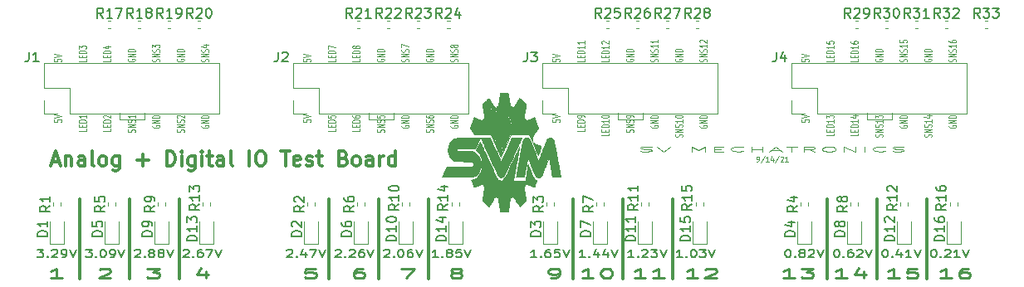
<source format=gbr>
G04 #@! TF.GenerationSoftware,KiCad,Pcbnew,(5.1.5)-3*
G04 #@! TF.CreationDate,2021-09-14T22:43:20-07:00*
G04 #@! TF.ProjectId,_autosave-Adapter,5f617574-6f73-4617-9665-2d4164617074,rev?*
G04 #@! TF.SameCoordinates,Original*
G04 #@! TF.FileFunction,Legend,Top*
G04 #@! TF.FilePolarity,Positive*
%FSLAX46Y46*%
G04 Gerber Fmt 4.6, Leading zero omitted, Abs format (unit mm)*
G04 Created by KiCad (PCBNEW (5.1.5)-3) date 2021-09-14 22:43:20*
%MOMM*%
%LPD*%
G04 APERTURE LIST*
%ADD10C,0.150000*%
%ADD11C,0.250000*%
%ADD12C,0.300000*%
%ADD13C,0.125000*%
%ADD14C,0.120000*%
%ADD15C,0.010000*%
G04 APERTURE END LIST*
D10*
X136192761Y-89477904D02*
X136288000Y-89477904D01*
X136383238Y-89516000D01*
X136430857Y-89554095D01*
X136478476Y-89630285D01*
X136526095Y-89782666D01*
X136526095Y-89973142D01*
X136478476Y-90125523D01*
X136430857Y-90201714D01*
X136383238Y-90239809D01*
X136288000Y-90277904D01*
X136192761Y-90277904D01*
X136097523Y-90239809D01*
X136049904Y-90201714D01*
X136002285Y-90125523D01*
X135954666Y-89973142D01*
X135954666Y-89782666D01*
X136002285Y-89630285D01*
X136049904Y-89554095D01*
X136097523Y-89516000D01*
X136192761Y-89477904D01*
X136954666Y-90201714D02*
X137002285Y-90239809D01*
X136954666Y-90277904D01*
X136907047Y-90239809D01*
X136954666Y-90201714D01*
X136954666Y-90277904D01*
X137573714Y-89820761D02*
X137478476Y-89782666D01*
X137430857Y-89744571D01*
X137383238Y-89668380D01*
X137383238Y-89630285D01*
X137430857Y-89554095D01*
X137478476Y-89516000D01*
X137573714Y-89477904D01*
X137764190Y-89477904D01*
X137859428Y-89516000D01*
X137907047Y-89554095D01*
X137954666Y-89630285D01*
X137954666Y-89668380D01*
X137907047Y-89744571D01*
X137859428Y-89782666D01*
X137764190Y-89820761D01*
X137573714Y-89820761D01*
X137478476Y-89858857D01*
X137430857Y-89896952D01*
X137383238Y-89973142D01*
X137383238Y-90125523D01*
X137430857Y-90201714D01*
X137478476Y-90239809D01*
X137573714Y-90277904D01*
X137764190Y-90277904D01*
X137859428Y-90239809D01*
X137907047Y-90201714D01*
X137954666Y-90125523D01*
X137954666Y-89973142D01*
X137907047Y-89896952D01*
X137859428Y-89858857D01*
X137764190Y-89820761D01*
X138335619Y-89554095D02*
X138383238Y-89516000D01*
X138478476Y-89477904D01*
X138716571Y-89477904D01*
X138811809Y-89516000D01*
X138859428Y-89554095D01*
X138907047Y-89630285D01*
X138907047Y-89706476D01*
X138859428Y-89820761D01*
X138288000Y-90277904D01*
X138907047Y-90277904D01*
X139192761Y-89477904D02*
X139526095Y-90277904D01*
X139859428Y-89477904D01*
X141145142Y-89477904D02*
X141240380Y-89477904D01*
X141335619Y-89516000D01*
X141383238Y-89554095D01*
X141430857Y-89630285D01*
X141478476Y-89782666D01*
X141478476Y-89973142D01*
X141430857Y-90125523D01*
X141383238Y-90201714D01*
X141335619Y-90239809D01*
X141240380Y-90277904D01*
X141145142Y-90277904D01*
X141049904Y-90239809D01*
X141002285Y-90201714D01*
X140954666Y-90125523D01*
X140907047Y-89973142D01*
X140907047Y-89782666D01*
X140954666Y-89630285D01*
X141002285Y-89554095D01*
X141049904Y-89516000D01*
X141145142Y-89477904D01*
X141907047Y-90201714D02*
X141954666Y-90239809D01*
X141907047Y-90277904D01*
X141859428Y-90239809D01*
X141907047Y-90201714D01*
X141907047Y-90277904D01*
X142811809Y-89477904D02*
X142621333Y-89477904D01*
X142526095Y-89516000D01*
X142478476Y-89554095D01*
X142383238Y-89668380D01*
X142335619Y-89820761D01*
X142335619Y-90125523D01*
X142383238Y-90201714D01*
X142430857Y-90239809D01*
X142526095Y-90277904D01*
X142716571Y-90277904D01*
X142811809Y-90239809D01*
X142859428Y-90201714D01*
X142907047Y-90125523D01*
X142907047Y-89935047D01*
X142859428Y-89858857D01*
X142811809Y-89820761D01*
X142716571Y-89782666D01*
X142526095Y-89782666D01*
X142430857Y-89820761D01*
X142383238Y-89858857D01*
X142335619Y-89935047D01*
X143288000Y-89554095D02*
X143335619Y-89516000D01*
X143430857Y-89477904D01*
X143668952Y-89477904D01*
X143764190Y-89516000D01*
X143811809Y-89554095D01*
X143859428Y-89630285D01*
X143859428Y-89706476D01*
X143811809Y-89820761D01*
X143240380Y-90277904D01*
X143859428Y-90277904D01*
X144145142Y-89477904D02*
X144478476Y-90277904D01*
X144811809Y-89477904D01*
X146097523Y-89477904D02*
X146192761Y-89477904D01*
X146288000Y-89516000D01*
X146335619Y-89554095D01*
X146383238Y-89630285D01*
X146430857Y-89782666D01*
X146430857Y-89973142D01*
X146383238Y-90125523D01*
X146335619Y-90201714D01*
X146288000Y-90239809D01*
X146192761Y-90277904D01*
X146097523Y-90277904D01*
X146002285Y-90239809D01*
X145954666Y-90201714D01*
X145907047Y-90125523D01*
X145859428Y-89973142D01*
X145859428Y-89782666D01*
X145907047Y-89630285D01*
X145954666Y-89554095D01*
X146002285Y-89516000D01*
X146097523Y-89477904D01*
X146859428Y-90201714D02*
X146907047Y-90239809D01*
X146859428Y-90277904D01*
X146811809Y-90239809D01*
X146859428Y-90201714D01*
X146859428Y-90277904D01*
X147764190Y-89744571D02*
X147764190Y-90277904D01*
X147526095Y-89439809D02*
X147288000Y-90011238D01*
X147907047Y-90011238D01*
X148811809Y-90277904D02*
X148240380Y-90277904D01*
X148526095Y-90277904D02*
X148526095Y-89477904D01*
X148430857Y-89592190D01*
X148335619Y-89668380D01*
X148240380Y-89706476D01*
X149097523Y-89477904D02*
X149430857Y-90277904D01*
X149764190Y-89477904D01*
X151049904Y-89477904D02*
X151145142Y-89477904D01*
X151240380Y-89516000D01*
X151288000Y-89554095D01*
X151335619Y-89630285D01*
X151383238Y-89782666D01*
X151383238Y-89973142D01*
X151335619Y-90125523D01*
X151288000Y-90201714D01*
X151240380Y-90239809D01*
X151145142Y-90277904D01*
X151049904Y-90277904D01*
X150954666Y-90239809D01*
X150907047Y-90201714D01*
X150859428Y-90125523D01*
X150811809Y-89973142D01*
X150811809Y-89782666D01*
X150859428Y-89630285D01*
X150907047Y-89554095D01*
X150954666Y-89516000D01*
X151049904Y-89477904D01*
X151811809Y-90201714D02*
X151859428Y-90239809D01*
X151811809Y-90277904D01*
X151764190Y-90239809D01*
X151811809Y-90201714D01*
X151811809Y-90277904D01*
X152240380Y-89554095D02*
X152288000Y-89516000D01*
X152383238Y-89477904D01*
X152621333Y-89477904D01*
X152716571Y-89516000D01*
X152764190Y-89554095D01*
X152811809Y-89630285D01*
X152811809Y-89706476D01*
X152764190Y-89820761D01*
X152192761Y-90277904D01*
X152811809Y-90277904D01*
X153764190Y-90277904D02*
X153192761Y-90277904D01*
X153478476Y-90277904D02*
X153478476Y-89477904D01*
X153383238Y-89592190D01*
X153288000Y-89668380D01*
X153192761Y-89706476D01*
X154049904Y-89477904D02*
X154383238Y-90277904D01*
X154716571Y-89477904D01*
D11*
X136907047Y-92400380D02*
X135764190Y-92400380D01*
X136335619Y-92400380D02*
X136335619Y-91400380D01*
X136145142Y-91543238D01*
X135954666Y-91638476D01*
X135764190Y-91686095D01*
X137573714Y-91400380D02*
X138811809Y-91400380D01*
X138145142Y-91781333D01*
X138430857Y-91781333D01*
X138621333Y-91828952D01*
X138716571Y-91876571D01*
X138811809Y-91971809D01*
X138811809Y-92209904D01*
X138716571Y-92305142D01*
X138621333Y-92352761D01*
X138430857Y-92400380D01*
X137859428Y-92400380D01*
X137668952Y-92352761D01*
X137573714Y-92305142D01*
X142240380Y-92400380D02*
X141097523Y-92400380D01*
X141668952Y-92400380D02*
X141668952Y-91400380D01*
X141478476Y-91543238D01*
X141288000Y-91638476D01*
X141097523Y-91686095D01*
X143954666Y-91733714D02*
X143954666Y-92400380D01*
X143478476Y-91352761D02*
X143002285Y-92067047D01*
X144240380Y-92067047D01*
X147573714Y-92400380D02*
X146430857Y-92400380D01*
X147002285Y-92400380D02*
X147002285Y-91400380D01*
X146811809Y-91543238D01*
X146621333Y-91638476D01*
X146430857Y-91686095D01*
X149383238Y-91400380D02*
X148430857Y-91400380D01*
X148335619Y-91876571D01*
X148430857Y-91828952D01*
X148621333Y-91781333D01*
X149097523Y-91781333D01*
X149288000Y-91828952D01*
X149383238Y-91876571D01*
X149478476Y-91971809D01*
X149478476Y-92209904D01*
X149383238Y-92305142D01*
X149288000Y-92352761D01*
X149097523Y-92400380D01*
X148621333Y-92400380D01*
X148430857Y-92352761D01*
X148335619Y-92305142D01*
X152907047Y-92400380D02*
X151764190Y-92400380D01*
X152335619Y-92400380D02*
X152335619Y-91400380D01*
X152145142Y-91543238D01*
X151954666Y-91638476D01*
X151764190Y-91686095D01*
X154621333Y-91400380D02*
X154240380Y-91400380D01*
X154049904Y-91448000D01*
X153954666Y-91495619D01*
X153764190Y-91638476D01*
X153668952Y-91828952D01*
X153668952Y-92209904D01*
X153764190Y-92305142D01*
X153859428Y-92352761D01*
X154049904Y-92400380D01*
X154430857Y-92400380D01*
X154621333Y-92352761D01*
X154716571Y-92305142D01*
X154811809Y-92209904D01*
X154811809Y-91971809D01*
X154716571Y-91876571D01*
X154621333Y-91828952D01*
X154430857Y-91781333D01*
X154049904Y-91781333D01*
X153859428Y-91828952D01*
X153764190Y-91876571D01*
X153668952Y-91971809D01*
D10*
X110618095Y-90277904D02*
X110046666Y-90277904D01*
X110332380Y-90277904D02*
X110332380Y-89477904D01*
X110237142Y-89592190D01*
X110141904Y-89668380D01*
X110046666Y-89706476D01*
X111046666Y-90201714D02*
X111094285Y-90239809D01*
X111046666Y-90277904D01*
X110999047Y-90239809D01*
X111046666Y-90201714D01*
X111046666Y-90277904D01*
X111951428Y-89477904D02*
X111760952Y-89477904D01*
X111665714Y-89516000D01*
X111618095Y-89554095D01*
X111522857Y-89668380D01*
X111475238Y-89820761D01*
X111475238Y-90125523D01*
X111522857Y-90201714D01*
X111570476Y-90239809D01*
X111665714Y-90277904D01*
X111856190Y-90277904D01*
X111951428Y-90239809D01*
X111999047Y-90201714D01*
X112046666Y-90125523D01*
X112046666Y-89935047D01*
X111999047Y-89858857D01*
X111951428Y-89820761D01*
X111856190Y-89782666D01*
X111665714Y-89782666D01*
X111570476Y-89820761D01*
X111522857Y-89858857D01*
X111475238Y-89935047D01*
X112951428Y-89477904D02*
X112475238Y-89477904D01*
X112427619Y-89858857D01*
X112475238Y-89820761D01*
X112570476Y-89782666D01*
X112808571Y-89782666D01*
X112903809Y-89820761D01*
X112951428Y-89858857D01*
X112999047Y-89935047D01*
X112999047Y-90125523D01*
X112951428Y-90201714D01*
X112903809Y-90239809D01*
X112808571Y-90277904D01*
X112570476Y-90277904D01*
X112475238Y-90239809D01*
X112427619Y-90201714D01*
X113284761Y-89477904D02*
X113618095Y-90277904D01*
X113951428Y-89477904D01*
X115570476Y-90277904D02*
X114999047Y-90277904D01*
X115284761Y-90277904D02*
X115284761Y-89477904D01*
X115189523Y-89592190D01*
X115094285Y-89668380D01*
X114999047Y-89706476D01*
X115999047Y-90201714D02*
X116046666Y-90239809D01*
X115999047Y-90277904D01*
X115951428Y-90239809D01*
X115999047Y-90201714D01*
X115999047Y-90277904D01*
X116903809Y-89744571D02*
X116903809Y-90277904D01*
X116665714Y-89439809D02*
X116427619Y-90011238D01*
X117046666Y-90011238D01*
X117856190Y-89744571D02*
X117856190Y-90277904D01*
X117618095Y-89439809D02*
X117380000Y-90011238D01*
X117999047Y-90011238D01*
X118237142Y-89477904D02*
X118570476Y-90277904D01*
X118903809Y-89477904D01*
X120522857Y-90277904D02*
X119951428Y-90277904D01*
X120237142Y-90277904D02*
X120237142Y-89477904D01*
X120141904Y-89592190D01*
X120046666Y-89668380D01*
X119951428Y-89706476D01*
X120951428Y-90201714D02*
X120999047Y-90239809D01*
X120951428Y-90277904D01*
X120903809Y-90239809D01*
X120951428Y-90201714D01*
X120951428Y-90277904D01*
X121380000Y-89554095D02*
X121427619Y-89516000D01*
X121522857Y-89477904D01*
X121760952Y-89477904D01*
X121856190Y-89516000D01*
X121903809Y-89554095D01*
X121951428Y-89630285D01*
X121951428Y-89706476D01*
X121903809Y-89820761D01*
X121332380Y-90277904D01*
X121951428Y-90277904D01*
X122284761Y-89477904D02*
X122903809Y-89477904D01*
X122570476Y-89782666D01*
X122713333Y-89782666D01*
X122808571Y-89820761D01*
X122856190Y-89858857D01*
X122903809Y-89935047D01*
X122903809Y-90125523D01*
X122856190Y-90201714D01*
X122808571Y-90239809D01*
X122713333Y-90277904D01*
X122427619Y-90277904D01*
X122332380Y-90239809D01*
X122284761Y-90201714D01*
X123189523Y-89477904D02*
X123522857Y-90277904D01*
X123856190Y-89477904D01*
X125475238Y-90277904D02*
X124903809Y-90277904D01*
X125189523Y-90277904D02*
X125189523Y-89477904D01*
X125094285Y-89592190D01*
X124999047Y-89668380D01*
X124903809Y-89706476D01*
X125903809Y-90201714D02*
X125951428Y-90239809D01*
X125903809Y-90277904D01*
X125856190Y-90239809D01*
X125903809Y-90201714D01*
X125903809Y-90277904D01*
X126570476Y-89477904D02*
X126665714Y-89477904D01*
X126760952Y-89516000D01*
X126808571Y-89554095D01*
X126856190Y-89630285D01*
X126903809Y-89782666D01*
X126903809Y-89973142D01*
X126856190Y-90125523D01*
X126808571Y-90201714D01*
X126760952Y-90239809D01*
X126665714Y-90277904D01*
X126570476Y-90277904D01*
X126475238Y-90239809D01*
X126427619Y-90201714D01*
X126380000Y-90125523D01*
X126332380Y-89973142D01*
X126332380Y-89782666D01*
X126380000Y-89630285D01*
X126427619Y-89554095D01*
X126475238Y-89516000D01*
X126570476Y-89477904D01*
X127237142Y-89477904D02*
X127856190Y-89477904D01*
X127522857Y-89782666D01*
X127665714Y-89782666D01*
X127760952Y-89820761D01*
X127808571Y-89858857D01*
X127856190Y-89935047D01*
X127856190Y-90125523D01*
X127808571Y-90201714D01*
X127760952Y-90239809D01*
X127665714Y-90277904D01*
X127380000Y-90277904D01*
X127284761Y-90239809D01*
X127237142Y-90201714D01*
X128141904Y-89477904D02*
X128475238Y-90277904D01*
X128808571Y-89477904D01*
D11*
X112015047Y-92400380D02*
X112396000Y-92400380D01*
X112586476Y-92352761D01*
X112681714Y-92305142D01*
X112872190Y-92162285D01*
X112967428Y-91971809D01*
X112967428Y-91590857D01*
X112872190Y-91495619D01*
X112776952Y-91448000D01*
X112586476Y-91400380D01*
X112205523Y-91400380D01*
X112015047Y-91448000D01*
X111919809Y-91495619D01*
X111824571Y-91590857D01*
X111824571Y-91828952D01*
X111919809Y-91924190D01*
X112015047Y-91971809D01*
X112205523Y-92019428D01*
X112586476Y-92019428D01*
X112776952Y-91971809D01*
X112872190Y-91924190D01*
X112967428Y-91828952D01*
X116396000Y-92400380D02*
X115253142Y-92400380D01*
X115824571Y-92400380D02*
X115824571Y-91400380D01*
X115634095Y-91543238D01*
X115443619Y-91638476D01*
X115253142Y-91686095D01*
X117634095Y-91400380D02*
X117824571Y-91400380D01*
X118015047Y-91448000D01*
X118110285Y-91495619D01*
X118205523Y-91590857D01*
X118300761Y-91781333D01*
X118300761Y-92019428D01*
X118205523Y-92209904D01*
X118110285Y-92305142D01*
X118015047Y-92352761D01*
X117824571Y-92400380D01*
X117634095Y-92400380D01*
X117443619Y-92352761D01*
X117348380Y-92305142D01*
X117253142Y-92209904D01*
X117157904Y-92019428D01*
X117157904Y-91781333D01*
X117253142Y-91590857D01*
X117348380Y-91495619D01*
X117443619Y-91448000D01*
X117634095Y-91400380D01*
X121729333Y-92400380D02*
X120586476Y-92400380D01*
X121157904Y-92400380D02*
X121157904Y-91400380D01*
X120967428Y-91543238D01*
X120776952Y-91638476D01*
X120586476Y-91686095D01*
X123634095Y-92400380D02*
X122491238Y-92400380D01*
X123062666Y-92400380D02*
X123062666Y-91400380D01*
X122872190Y-91543238D01*
X122681714Y-91638476D01*
X122491238Y-91686095D01*
X127062666Y-92400380D02*
X125919809Y-92400380D01*
X126491238Y-92400380D02*
X126491238Y-91400380D01*
X126300761Y-91543238D01*
X126110285Y-91638476D01*
X125919809Y-91686095D01*
X127824571Y-91495619D02*
X127919809Y-91448000D01*
X128110285Y-91400380D01*
X128586476Y-91400380D01*
X128776952Y-91448000D01*
X128872190Y-91495619D01*
X128967428Y-91590857D01*
X128967428Y-91686095D01*
X128872190Y-91828952D01*
X127729333Y-92400380D01*
X128967428Y-92400380D01*
D10*
X85154666Y-89554095D02*
X85202285Y-89516000D01*
X85297523Y-89477904D01*
X85535619Y-89477904D01*
X85630857Y-89516000D01*
X85678476Y-89554095D01*
X85726095Y-89630285D01*
X85726095Y-89706476D01*
X85678476Y-89820761D01*
X85107047Y-90277904D01*
X85726095Y-90277904D01*
X86154666Y-90201714D02*
X86202285Y-90239809D01*
X86154666Y-90277904D01*
X86107047Y-90239809D01*
X86154666Y-90201714D01*
X86154666Y-90277904D01*
X87059428Y-89744571D02*
X87059428Y-90277904D01*
X86821333Y-89439809D02*
X86583238Y-90011238D01*
X87202285Y-90011238D01*
X87488000Y-89477904D02*
X88154666Y-89477904D01*
X87726095Y-90277904D01*
X88392761Y-89477904D02*
X88726095Y-90277904D01*
X89059428Y-89477904D01*
X90107047Y-89554095D02*
X90154666Y-89516000D01*
X90249904Y-89477904D01*
X90488000Y-89477904D01*
X90583238Y-89516000D01*
X90630857Y-89554095D01*
X90678476Y-89630285D01*
X90678476Y-89706476D01*
X90630857Y-89820761D01*
X90059428Y-90277904D01*
X90678476Y-90277904D01*
X91107047Y-90201714D02*
X91154666Y-90239809D01*
X91107047Y-90277904D01*
X91059428Y-90239809D01*
X91107047Y-90201714D01*
X91107047Y-90277904D01*
X91535619Y-89554095D02*
X91583238Y-89516000D01*
X91678476Y-89477904D01*
X91916571Y-89477904D01*
X92011809Y-89516000D01*
X92059428Y-89554095D01*
X92107047Y-89630285D01*
X92107047Y-89706476D01*
X92059428Y-89820761D01*
X91488000Y-90277904D01*
X92107047Y-90277904D01*
X92964190Y-89477904D02*
X92773714Y-89477904D01*
X92678476Y-89516000D01*
X92630857Y-89554095D01*
X92535619Y-89668380D01*
X92488000Y-89820761D01*
X92488000Y-90125523D01*
X92535619Y-90201714D01*
X92583238Y-90239809D01*
X92678476Y-90277904D01*
X92868952Y-90277904D01*
X92964190Y-90239809D01*
X93011809Y-90201714D01*
X93059428Y-90125523D01*
X93059428Y-89935047D01*
X93011809Y-89858857D01*
X92964190Y-89820761D01*
X92868952Y-89782666D01*
X92678476Y-89782666D01*
X92583238Y-89820761D01*
X92535619Y-89858857D01*
X92488000Y-89935047D01*
X93345142Y-89477904D02*
X93678476Y-90277904D01*
X94011809Y-89477904D01*
X95059428Y-89554095D02*
X95107047Y-89516000D01*
X95202285Y-89477904D01*
X95440380Y-89477904D01*
X95535619Y-89516000D01*
X95583238Y-89554095D01*
X95630857Y-89630285D01*
X95630857Y-89706476D01*
X95583238Y-89820761D01*
X95011809Y-90277904D01*
X95630857Y-90277904D01*
X96059428Y-90201714D02*
X96107047Y-90239809D01*
X96059428Y-90277904D01*
X96011809Y-90239809D01*
X96059428Y-90201714D01*
X96059428Y-90277904D01*
X96726095Y-89477904D02*
X96821333Y-89477904D01*
X96916571Y-89516000D01*
X96964190Y-89554095D01*
X97011809Y-89630285D01*
X97059428Y-89782666D01*
X97059428Y-89973142D01*
X97011809Y-90125523D01*
X96964190Y-90201714D01*
X96916571Y-90239809D01*
X96821333Y-90277904D01*
X96726095Y-90277904D01*
X96630857Y-90239809D01*
X96583238Y-90201714D01*
X96535619Y-90125523D01*
X96488000Y-89973142D01*
X96488000Y-89782666D01*
X96535619Y-89630285D01*
X96583238Y-89554095D01*
X96630857Y-89516000D01*
X96726095Y-89477904D01*
X97916571Y-89477904D02*
X97726095Y-89477904D01*
X97630857Y-89516000D01*
X97583238Y-89554095D01*
X97488000Y-89668380D01*
X97440380Y-89820761D01*
X97440380Y-90125523D01*
X97488000Y-90201714D01*
X97535619Y-90239809D01*
X97630857Y-90277904D01*
X97821333Y-90277904D01*
X97916571Y-90239809D01*
X97964190Y-90201714D01*
X98011809Y-90125523D01*
X98011809Y-89935047D01*
X97964190Y-89858857D01*
X97916571Y-89820761D01*
X97821333Y-89782666D01*
X97630857Y-89782666D01*
X97535619Y-89820761D01*
X97488000Y-89858857D01*
X97440380Y-89935047D01*
X98297523Y-89477904D02*
X98630857Y-90277904D01*
X98964190Y-89477904D01*
X100583238Y-90277904D02*
X100011809Y-90277904D01*
X100297523Y-90277904D02*
X100297523Y-89477904D01*
X100202285Y-89592190D01*
X100107047Y-89668380D01*
X100011809Y-89706476D01*
X101011809Y-90201714D02*
X101059428Y-90239809D01*
X101011809Y-90277904D01*
X100964190Y-90239809D01*
X101011809Y-90201714D01*
X101011809Y-90277904D01*
X101630857Y-89820761D02*
X101535619Y-89782666D01*
X101488000Y-89744571D01*
X101440380Y-89668380D01*
X101440380Y-89630285D01*
X101488000Y-89554095D01*
X101535619Y-89516000D01*
X101630857Y-89477904D01*
X101821333Y-89477904D01*
X101916571Y-89516000D01*
X101964190Y-89554095D01*
X102011809Y-89630285D01*
X102011809Y-89668380D01*
X101964190Y-89744571D01*
X101916571Y-89782666D01*
X101821333Y-89820761D01*
X101630857Y-89820761D01*
X101535619Y-89858857D01*
X101488000Y-89896952D01*
X101440380Y-89973142D01*
X101440380Y-90125523D01*
X101488000Y-90201714D01*
X101535619Y-90239809D01*
X101630857Y-90277904D01*
X101821333Y-90277904D01*
X101916571Y-90239809D01*
X101964190Y-90201714D01*
X102011809Y-90125523D01*
X102011809Y-89973142D01*
X101964190Y-89896952D01*
X101916571Y-89858857D01*
X101821333Y-89820761D01*
X102916571Y-89477904D02*
X102440380Y-89477904D01*
X102392761Y-89858857D01*
X102440380Y-89820761D01*
X102535619Y-89782666D01*
X102773714Y-89782666D01*
X102868952Y-89820761D01*
X102916571Y-89858857D01*
X102964190Y-89935047D01*
X102964190Y-90125523D01*
X102916571Y-90201714D01*
X102868952Y-90239809D01*
X102773714Y-90277904D01*
X102535619Y-90277904D01*
X102440380Y-90239809D01*
X102392761Y-90201714D01*
X103249904Y-89477904D02*
X103583238Y-90277904D01*
X103916571Y-89477904D01*
D11*
X88043619Y-91400380D02*
X87091238Y-91400380D01*
X86996000Y-91876571D01*
X87091238Y-91828952D01*
X87281714Y-91781333D01*
X87757904Y-91781333D01*
X87948380Y-91828952D01*
X88043619Y-91876571D01*
X88138857Y-91971809D01*
X88138857Y-92209904D01*
X88043619Y-92305142D01*
X87948380Y-92352761D01*
X87757904Y-92400380D01*
X87281714Y-92400380D01*
X87091238Y-92352761D01*
X86996000Y-92305142D01*
X92900761Y-91400380D02*
X92519809Y-91400380D01*
X92329333Y-91448000D01*
X92234095Y-91495619D01*
X92043619Y-91638476D01*
X91948380Y-91828952D01*
X91948380Y-92209904D01*
X92043619Y-92305142D01*
X92138857Y-92352761D01*
X92329333Y-92400380D01*
X92710285Y-92400380D01*
X92900761Y-92352761D01*
X92995999Y-92305142D01*
X93091238Y-92209904D01*
X93091238Y-91971809D01*
X92995999Y-91876571D01*
X92900761Y-91828952D01*
X92710285Y-91781333D01*
X92329333Y-91781333D01*
X92138857Y-91828952D01*
X92043619Y-91876571D01*
X91948380Y-91971809D01*
X96805523Y-91400380D02*
X98138857Y-91400380D01*
X97281714Y-92400380D01*
X102234095Y-91828952D02*
X102043619Y-91781333D01*
X101948380Y-91733714D01*
X101853142Y-91638476D01*
X101853142Y-91590857D01*
X101948380Y-91495619D01*
X102043619Y-91448000D01*
X102234095Y-91400380D01*
X102615047Y-91400380D01*
X102805523Y-91448000D01*
X102900761Y-91495619D01*
X102996000Y-91590857D01*
X102996000Y-91638476D01*
X102900761Y-91733714D01*
X102805523Y-91781333D01*
X102615047Y-91828952D01*
X102234095Y-91828952D01*
X102043619Y-91876571D01*
X101948380Y-91924190D01*
X101853142Y-92019428D01*
X101853142Y-92209904D01*
X101948380Y-92305142D01*
X102043619Y-92352761D01*
X102234095Y-92400380D01*
X102615047Y-92400380D01*
X102805523Y-92352761D01*
X102900761Y-92305142D01*
X102996000Y-92209904D01*
X102996000Y-92019428D01*
X102900761Y-91924190D01*
X102805523Y-91876571D01*
X102615047Y-91828952D01*
D10*
X59707047Y-89477904D02*
X60326095Y-89477904D01*
X59992761Y-89782666D01*
X60135619Y-89782666D01*
X60230857Y-89820761D01*
X60278476Y-89858857D01*
X60326095Y-89935047D01*
X60326095Y-90125523D01*
X60278476Y-90201714D01*
X60230857Y-90239809D01*
X60135619Y-90277904D01*
X59849904Y-90277904D01*
X59754666Y-90239809D01*
X59707047Y-90201714D01*
X60754666Y-90201714D02*
X60802285Y-90239809D01*
X60754666Y-90277904D01*
X60707047Y-90239809D01*
X60754666Y-90201714D01*
X60754666Y-90277904D01*
X61183238Y-89554095D02*
X61230857Y-89516000D01*
X61326095Y-89477904D01*
X61564190Y-89477904D01*
X61659428Y-89516000D01*
X61707047Y-89554095D01*
X61754666Y-89630285D01*
X61754666Y-89706476D01*
X61707047Y-89820761D01*
X61135619Y-90277904D01*
X61754666Y-90277904D01*
X62230857Y-90277904D02*
X62421333Y-90277904D01*
X62516571Y-90239809D01*
X62564190Y-90201714D01*
X62659428Y-90087428D01*
X62707047Y-89935047D01*
X62707047Y-89630285D01*
X62659428Y-89554095D01*
X62611809Y-89516000D01*
X62516571Y-89477904D01*
X62326095Y-89477904D01*
X62230857Y-89516000D01*
X62183238Y-89554095D01*
X62135619Y-89630285D01*
X62135619Y-89820761D01*
X62183238Y-89896952D01*
X62230857Y-89935047D01*
X62326095Y-89973142D01*
X62516571Y-89973142D01*
X62611809Y-89935047D01*
X62659428Y-89896952D01*
X62707047Y-89820761D01*
X62992761Y-89477904D02*
X63326095Y-90277904D01*
X63659428Y-89477904D01*
X64659428Y-89477904D02*
X65278476Y-89477904D01*
X64945142Y-89782666D01*
X65088000Y-89782666D01*
X65183238Y-89820761D01*
X65230857Y-89858857D01*
X65278476Y-89935047D01*
X65278476Y-90125523D01*
X65230857Y-90201714D01*
X65183238Y-90239809D01*
X65088000Y-90277904D01*
X64802285Y-90277904D01*
X64707047Y-90239809D01*
X64659428Y-90201714D01*
X65707047Y-90201714D02*
X65754666Y-90239809D01*
X65707047Y-90277904D01*
X65659428Y-90239809D01*
X65707047Y-90201714D01*
X65707047Y-90277904D01*
X66373714Y-89477904D02*
X66468952Y-89477904D01*
X66564190Y-89516000D01*
X66611809Y-89554095D01*
X66659428Y-89630285D01*
X66707047Y-89782666D01*
X66707047Y-89973142D01*
X66659428Y-90125523D01*
X66611809Y-90201714D01*
X66564190Y-90239809D01*
X66468952Y-90277904D01*
X66373714Y-90277904D01*
X66278476Y-90239809D01*
X66230857Y-90201714D01*
X66183238Y-90125523D01*
X66135619Y-89973142D01*
X66135619Y-89782666D01*
X66183238Y-89630285D01*
X66230857Y-89554095D01*
X66278476Y-89516000D01*
X66373714Y-89477904D01*
X67183238Y-90277904D02*
X67373714Y-90277904D01*
X67468952Y-90239809D01*
X67516571Y-90201714D01*
X67611809Y-90087428D01*
X67659428Y-89935047D01*
X67659428Y-89630285D01*
X67611809Y-89554095D01*
X67564190Y-89516000D01*
X67468952Y-89477904D01*
X67278476Y-89477904D01*
X67183238Y-89516000D01*
X67135619Y-89554095D01*
X67088000Y-89630285D01*
X67088000Y-89820761D01*
X67135619Y-89896952D01*
X67183238Y-89935047D01*
X67278476Y-89973142D01*
X67468952Y-89973142D01*
X67564190Y-89935047D01*
X67611809Y-89896952D01*
X67659428Y-89820761D01*
X67945142Y-89477904D02*
X68278476Y-90277904D01*
X68611809Y-89477904D01*
X69659428Y-89554095D02*
X69707047Y-89516000D01*
X69802285Y-89477904D01*
X70040380Y-89477904D01*
X70135619Y-89516000D01*
X70183238Y-89554095D01*
X70230857Y-89630285D01*
X70230857Y-89706476D01*
X70183238Y-89820761D01*
X69611809Y-90277904D01*
X70230857Y-90277904D01*
X70659428Y-90201714D02*
X70707047Y-90239809D01*
X70659428Y-90277904D01*
X70611809Y-90239809D01*
X70659428Y-90201714D01*
X70659428Y-90277904D01*
X71278476Y-89820761D02*
X71183238Y-89782666D01*
X71135619Y-89744571D01*
X71088000Y-89668380D01*
X71088000Y-89630285D01*
X71135619Y-89554095D01*
X71183238Y-89516000D01*
X71278476Y-89477904D01*
X71468952Y-89477904D01*
X71564190Y-89516000D01*
X71611809Y-89554095D01*
X71659428Y-89630285D01*
X71659428Y-89668380D01*
X71611809Y-89744571D01*
X71564190Y-89782666D01*
X71468952Y-89820761D01*
X71278476Y-89820761D01*
X71183238Y-89858857D01*
X71135619Y-89896952D01*
X71088000Y-89973142D01*
X71088000Y-90125523D01*
X71135619Y-90201714D01*
X71183238Y-90239809D01*
X71278476Y-90277904D01*
X71468952Y-90277904D01*
X71564190Y-90239809D01*
X71611809Y-90201714D01*
X71659428Y-90125523D01*
X71659428Y-89973142D01*
X71611809Y-89896952D01*
X71564190Y-89858857D01*
X71468952Y-89820761D01*
X72230857Y-89820761D02*
X72135619Y-89782666D01*
X72088000Y-89744571D01*
X72040380Y-89668380D01*
X72040380Y-89630285D01*
X72088000Y-89554095D01*
X72135619Y-89516000D01*
X72230857Y-89477904D01*
X72421333Y-89477904D01*
X72516571Y-89516000D01*
X72564190Y-89554095D01*
X72611809Y-89630285D01*
X72611809Y-89668380D01*
X72564190Y-89744571D01*
X72516571Y-89782666D01*
X72421333Y-89820761D01*
X72230857Y-89820761D01*
X72135619Y-89858857D01*
X72088000Y-89896952D01*
X72040380Y-89973142D01*
X72040380Y-90125523D01*
X72088000Y-90201714D01*
X72135619Y-90239809D01*
X72230857Y-90277904D01*
X72421333Y-90277904D01*
X72516571Y-90239809D01*
X72564190Y-90201714D01*
X72611809Y-90125523D01*
X72611809Y-89973142D01*
X72564190Y-89896952D01*
X72516571Y-89858857D01*
X72421333Y-89820761D01*
X72897523Y-89477904D02*
X73230857Y-90277904D01*
X73564190Y-89477904D01*
X74611809Y-89554095D02*
X74659428Y-89516000D01*
X74754666Y-89477904D01*
X74992761Y-89477904D01*
X75088000Y-89516000D01*
X75135619Y-89554095D01*
X75183238Y-89630285D01*
X75183238Y-89706476D01*
X75135619Y-89820761D01*
X74564190Y-90277904D01*
X75183238Y-90277904D01*
X75611809Y-90201714D02*
X75659428Y-90239809D01*
X75611809Y-90277904D01*
X75564190Y-90239809D01*
X75611809Y-90201714D01*
X75611809Y-90277904D01*
X76516571Y-89477904D02*
X76326095Y-89477904D01*
X76230857Y-89516000D01*
X76183238Y-89554095D01*
X76088000Y-89668380D01*
X76040380Y-89820761D01*
X76040380Y-90125523D01*
X76088000Y-90201714D01*
X76135619Y-90239809D01*
X76230857Y-90277904D01*
X76421333Y-90277904D01*
X76516571Y-90239809D01*
X76564190Y-90201714D01*
X76611809Y-90125523D01*
X76611809Y-89935047D01*
X76564190Y-89858857D01*
X76516571Y-89820761D01*
X76421333Y-89782666D01*
X76230857Y-89782666D01*
X76135619Y-89820761D01*
X76088000Y-89858857D01*
X76040380Y-89935047D01*
X76945142Y-89477904D02*
X77611809Y-89477904D01*
X77183238Y-90277904D01*
X77849904Y-89477904D02*
X78183238Y-90277904D01*
X78516571Y-89477904D01*
D12*
X61204285Y-80514000D02*
X61918571Y-80514000D01*
X61061428Y-80942571D02*
X61561428Y-79442571D01*
X62061428Y-80942571D01*
X62561428Y-79942571D02*
X62561428Y-80942571D01*
X62561428Y-80085428D02*
X62632857Y-80014000D01*
X62775714Y-79942571D01*
X62990000Y-79942571D01*
X63132857Y-80014000D01*
X63204285Y-80156857D01*
X63204285Y-80942571D01*
X64561428Y-80942571D02*
X64561428Y-80156857D01*
X64490000Y-80014000D01*
X64347142Y-79942571D01*
X64061428Y-79942571D01*
X63918571Y-80014000D01*
X64561428Y-80871142D02*
X64418571Y-80942571D01*
X64061428Y-80942571D01*
X63918571Y-80871142D01*
X63847142Y-80728285D01*
X63847142Y-80585428D01*
X63918571Y-80442571D01*
X64061428Y-80371142D01*
X64418571Y-80371142D01*
X64561428Y-80299714D01*
X65490000Y-80942571D02*
X65347142Y-80871142D01*
X65275714Y-80728285D01*
X65275714Y-79442571D01*
X66275714Y-80942571D02*
X66132857Y-80871142D01*
X66061428Y-80799714D01*
X65990000Y-80656857D01*
X65990000Y-80228285D01*
X66061428Y-80085428D01*
X66132857Y-80014000D01*
X66275714Y-79942571D01*
X66490000Y-79942571D01*
X66632857Y-80014000D01*
X66704285Y-80085428D01*
X66775714Y-80228285D01*
X66775714Y-80656857D01*
X66704285Y-80799714D01*
X66632857Y-80871142D01*
X66490000Y-80942571D01*
X66275714Y-80942571D01*
X68061428Y-79942571D02*
X68061428Y-81156857D01*
X67990000Y-81299714D01*
X67918571Y-81371142D01*
X67775714Y-81442571D01*
X67561428Y-81442571D01*
X67418571Y-81371142D01*
X68061428Y-80871142D02*
X67918571Y-80942571D01*
X67632857Y-80942571D01*
X67490000Y-80871142D01*
X67418571Y-80799714D01*
X67347142Y-80656857D01*
X67347142Y-80228285D01*
X67418571Y-80085428D01*
X67490000Y-80014000D01*
X67632857Y-79942571D01*
X67918571Y-79942571D01*
X68061428Y-80014000D01*
X69918571Y-80371142D02*
X71061428Y-80371142D01*
X70490000Y-80942571D02*
X70490000Y-79799714D01*
X72918571Y-80942571D02*
X72918571Y-79442571D01*
X73275714Y-79442571D01*
X73490000Y-79514000D01*
X73632857Y-79656857D01*
X73704285Y-79799714D01*
X73775714Y-80085428D01*
X73775714Y-80299714D01*
X73704285Y-80585428D01*
X73632857Y-80728285D01*
X73490000Y-80871142D01*
X73275714Y-80942571D01*
X72918571Y-80942571D01*
X74418571Y-80942571D02*
X74418571Y-79942571D01*
X74418571Y-79442571D02*
X74347142Y-79514000D01*
X74418571Y-79585428D01*
X74490000Y-79514000D01*
X74418571Y-79442571D01*
X74418571Y-79585428D01*
X75775714Y-79942571D02*
X75775714Y-81156857D01*
X75704285Y-81299714D01*
X75632857Y-81371142D01*
X75490000Y-81442571D01*
X75275714Y-81442571D01*
X75132857Y-81371142D01*
X75775714Y-80871142D02*
X75632857Y-80942571D01*
X75347142Y-80942571D01*
X75204285Y-80871142D01*
X75132857Y-80799714D01*
X75061428Y-80656857D01*
X75061428Y-80228285D01*
X75132857Y-80085428D01*
X75204285Y-80014000D01*
X75347142Y-79942571D01*
X75632857Y-79942571D01*
X75775714Y-80014000D01*
X76490000Y-80942571D02*
X76490000Y-79942571D01*
X76490000Y-79442571D02*
X76418571Y-79514000D01*
X76490000Y-79585428D01*
X76561428Y-79514000D01*
X76490000Y-79442571D01*
X76490000Y-79585428D01*
X76990000Y-79942571D02*
X77561428Y-79942571D01*
X77204285Y-79442571D02*
X77204285Y-80728285D01*
X77275714Y-80871142D01*
X77418571Y-80942571D01*
X77561428Y-80942571D01*
X78704285Y-80942571D02*
X78704285Y-80156857D01*
X78632857Y-80014000D01*
X78490000Y-79942571D01*
X78204285Y-79942571D01*
X78061428Y-80014000D01*
X78704285Y-80871142D02*
X78561428Y-80942571D01*
X78204285Y-80942571D01*
X78061428Y-80871142D01*
X77990000Y-80728285D01*
X77990000Y-80585428D01*
X78061428Y-80442571D01*
X78204285Y-80371142D01*
X78561428Y-80371142D01*
X78704285Y-80299714D01*
X79632857Y-80942571D02*
X79490000Y-80871142D01*
X79418571Y-80728285D01*
X79418571Y-79442571D01*
X81347142Y-80942571D02*
X81347142Y-79442571D01*
X82347142Y-79442571D02*
X82632857Y-79442571D01*
X82775714Y-79514000D01*
X82918571Y-79656857D01*
X82990000Y-79942571D01*
X82990000Y-80442571D01*
X82918571Y-80728285D01*
X82775714Y-80871142D01*
X82632857Y-80942571D01*
X82347142Y-80942571D01*
X82204285Y-80871142D01*
X82061428Y-80728285D01*
X81990000Y-80442571D01*
X81990000Y-79942571D01*
X82061428Y-79656857D01*
X82204285Y-79514000D01*
X82347142Y-79442571D01*
X84561428Y-79442571D02*
X85418571Y-79442571D01*
X84990000Y-80942571D02*
X84990000Y-79442571D01*
X86490000Y-80871142D02*
X86347142Y-80942571D01*
X86061428Y-80942571D01*
X85918571Y-80871142D01*
X85847142Y-80728285D01*
X85847142Y-80156857D01*
X85918571Y-80014000D01*
X86061428Y-79942571D01*
X86347142Y-79942571D01*
X86490000Y-80014000D01*
X86561428Y-80156857D01*
X86561428Y-80299714D01*
X85847142Y-80442571D01*
X87132857Y-80871142D02*
X87275714Y-80942571D01*
X87561428Y-80942571D01*
X87704285Y-80871142D01*
X87775714Y-80728285D01*
X87775714Y-80656857D01*
X87704285Y-80514000D01*
X87561428Y-80442571D01*
X87347142Y-80442571D01*
X87204285Y-80371142D01*
X87132857Y-80228285D01*
X87132857Y-80156857D01*
X87204285Y-80014000D01*
X87347142Y-79942571D01*
X87561428Y-79942571D01*
X87704285Y-80014000D01*
X88204285Y-79942571D02*
X88775714Y-79942571D01*
X88418571Y-79442571D02*
X88418571Y-80728285D01*
X88490000Y-80871142D01*
X88632857Y-80942571D01*
X88775714Y-80942571D01*
X90918571Y-80156857D02*
X91132857Y-80228285D01*
X91204285Y-80299714D01*
X91275714Y-80442571D01*
X91275714Y-80656857D01*
X91204285Y-80799714D01*
X91132857Y-80871142D01*
X90990000Y-80942571D01*
X90418571Y-80942571D01*
X90418571Y-79442571D01*
X90918571Y-79442571D01*
X91061428Y-79514000D01*
X91132857Y-79585428D01*
X91204285Y-79728285D01*
X91204285Y-79871142D01*
X91132857Y-80014000D01*
X91061428Y-80085428D01*
X90918571Y-80156857D01*
X90418571Y-80156857D01*
X92132857Y-80942571D02*
X91990000Y-80871142D01*
X91918571Y-80799714D01*
X91847142Y-80656857D01*
X91847142Y-80228285D01*
X91918571Y-80085428D01*
X91990000Y-80014000D01*
X92132857Y-79942571D01*
X92347142Y-79942571D01*
X92490000Y-80014000D01*
X92561428Y-80085428D01*
X92632857Y-80228285D01*
X92632857Y-80656857D01*
X92561428Y-80799714D01*
X92490000Y-80871142D01*
X92347142Y-80942571D01*
X92132857Y-80942571D01*
X93918571Y-80942571D02*
X93918571Y-80156857D01*
X93847142Y-80014000D01*
X93704285Y-79942571D01*
X93418571Y-79942571D01*
X93275714Y-80014000D01*
X93918571Y-80871142D02*
X93775714Y-80942571D01*
X93418571Y-80942571D01*
X93275714Y-80871142D01*
X93204285Y-80728285D01*
X93204285Y-80585428D01*
X93275714Y-80442571D01*
X93418571Y-80371142D01*
X93775714Y-80371142D01*
X93918571Y-80299714D01*
X94632857Y-80942571D02*
X94632857Y-79942571D01*
X94632857Y-80228285D02*
X94704285Y-80085428D01*
X94775714Y-80014000D01*
X94918571Y-79942571D01*
X95061428Y-79942571D01*
X96204285Y-80942571D02*
X96204285Y-79442571D01*
X96204285Y-80871142D02*
X96061428Y-80942571D01*
X95775714Y-80942571D01*
X95632857Y-80871142D01*
X95561428Y-80799714D01*
X95490000Y-80656857D01*
X95490000Y-80228285D01*
X95561428Y-80085428D01*
X95632857Y-80014000D01*
X95775714Y-79942571D01*
X96061428Y-79942571D01*
X96204285Y-80014000D01*
D13*
X133048571Y-80490190D02*
X133143809Y-80490190D01*
X133191428Y-80466380D01*
X133215238Y-80442571D01*
X133262857Y-80371142D01*
X133286666Y-80275904D01*
X133286666Y-80085428D01*
X133262857Y-80037809D01*
X133239047Y-80014000D01*
X133191428Y-79990190D01*
X133096190Y-79990190D01*
X133048571Y-80014000D01*
X133024761Y-80037809D01*
X133000952Y-80085428D01*
X133000952Y-80204476D01*
X133024761Y-80252095D01*
X133048571Y-80275904D01*
X133096190Y-80299714D01*
X133191428Y-80299714D01*
X133239047Y-80275904D01*
X133262857Y-80252095D01*
X133286666Y-80204476D01*
X133858095Y-79966380D02*
X133429523Y-80609238D01*
X134286666Y-80490190D02*
X134000952Y-80490190D01*
X134143809Y-80490190D02*
X134143809Y-79990190D01*
X134096190Y-80061619D01*
X134048571Y-80109238D01*
X134000952Y-80133047D01*
X134715238Y-80156857D02*
X134715238Y-80490190D01*
X134596190Y-79966380D02*
X134477142Y-80323523D01*
X134786666Y-80323523D01*
X135334285Y-79966380D02*
X134905714Y-80609238D01*
X135477142Y-80037809D02*
X135500952Y-80014000D01*
X135548571Y-79990190D01*
X135667619Y-79990190D01*
X135715238Y-80014000D01*
X135739047Y-80037809D01*
X135762857Y-80085428D01*
X135762857Y-80133047D01*
X135739047Y-80204476D01*
X135453333Y-80490190D01*
X135762857Y-80490190D01*
X136239047Y-80490190D02*
X135953333Y-80490190D01*
X136096190Y-80490190D02*
X136096190Y-79990190D01*
X136048571Y-80061619D01*
X136000952Y-80109238D01*
X135953333Y-80133047D01*
X121191428Y-79450380D02*
X121477142Y-79474190D01*
X121953333Y-79474190D01*
X122143809Y-79450380D01*
X122239047Y-79426571D01*
X122334285Y-79378952D01*
X122334285Y-79331333D01*
X122239047Y-79283714D01*
X122143809Y-79259904D01*
X121953333Y-79236095D01*
X121572380Y-79212285D01*
X121381904Y-79188476D01*
X121286666Y-79164666D01*
X121191428Y-79117047D01*
X121191428Y-79069428D01*
X121286666Y-79021809D01*
X121381904Y-78998000D01*
X121572380Y-78974190D01*
X122048571Y-78974190D01*
X122334285Y-78998000D01*
X122905714Y-78974190D02*
X123572380Y-79474190D01*
X124239047Y-78974190D01*
X126429523Y-79474190D02*
X126429523Y-78974190D01*
X127096190Y-79331333D01*
X127762857Y-78974190D01*
X127762857Y-79474190D01*
X128715238Y-79212285D02*
X129381904Y-79212285D01*
X129667619Y-79474190D02*
X128715238Y-79474190D01*
X128715238Y-78974190D01*
X129667619Y-78974190D01*
X131667619Y-79426571D02*
X131572380Y-79450380D01*
X131286666Y-79474190D01*
X131096190Y-79474190D01*
X130810476Y-79450380D01*
X130620000Y-79402761D01*
X130524761Y-79355142D01*
X130429523Y-79259904D01*
X130429523Y-79188476D01*
X130524761Y-79093238D01*
X130620000Y-79045619D01*
X130810476Y-78998000D01*
X131096190Y-78974190D01*
X131286666Y-78974190D01*
X131572380Y-78998000D01*
X131667619Y-79021809D01*
X132524761Y-79474190D02*
X132524761Y-78974190D01*
X132524761Y-79212285D02*
X133667619Y-79212285D01*
X133667619Y-79474190D02*
X133667619Y-78974190D01*
X134524761Y-79331333D02*
X135477142Y-79331333D01*
X134334285Y-79474190D02*
X135000952Y-78974190D01*
X135667619Y-79474190D01*
X136048571Y-78974190D02*
X137191428Y-78974190D01*
X136620000Y-79474190D02*
X136620000Y-78974190D01*
X139000952Y-79474190D02*
X138334285Y-79236095D01*
X137858095Y-79474190D02*
X137858095Y-78974190D01*
X138620000Y-78974190D01*
X138810476Y-78998000D01*
X138905714Y-79021809D01*
X139000952Y-79069428D01*
X139000952Y-79140857D01*
X138905714Y-79188476D01*
X138810476Y-79212285D01*
X138620000Y-79236095D01*
X137858095Y-79236095D01*
X140239047Y-78974190D02*
X140620000Y-78974190D01*
X140810476Y-78998000D01*
X141000952Y-79045619D01*
X141096190Y-79140857D01*
X141096190Y-79307523D01*
X141000952Y-79402761D01*
X140810476Y-79450380D01*
X140620000Y-79474190D01*
X140239047Y-79474190D01*
X140048571Y-79450380D01*
X139858095Y-79402761D01*
X139762857Y-79307523D01*
X139762857Y-79140857D01*
X139858095Y-79045619D01*
X140048571Y-78998000D01*
X140239047Y-78974190D01*
X141953333Y-79474190D02*
X141953333Y-78974190D01*
X143096190Y-79474190D01*
X143096190Y-78974190D01*
X144048571Y-79474190D02*
X144048571Y-78974190D01*
X146143809Y-79426571D02*
X146048571Y-79450380D01*
X145762857Y-79474190D01*
X145572380Y-79474190D01*
X145286666Y-79450380D01*
X145096190Y-79402761D01*
X145000952Y-79355142D01*
X144905714Y-79259904D01*
X144905714Y-79188476D01*
X145000952Y-79093238D01*
X145096190Y-79045619D01*
X145286666Y-78998000D01*
X145572380Y-78974190D01*
X145762857Y-78974190D01*
X146048571Y-78998000D01*
X146143809Y-79021809D01*
X146905714Y-79450380D02*
X147191428Y-79474190D01*
X147667619Y-79474190D01*
X147858095Y-79450380D01*
X147953333Y-79426571D01*
X148048571Y-79378952D01*
X148048571Y-79331333D01*
X147953333Y-79283714D01*
X147858095Y-79259904D01*
X147667619Y-79236095D01*
X147286666Y-79212285D01*
X147096190Y-79188476D01*
X147000952Y-79164666D01*
X146905714Y-79117047D01*
X146905714Y-79069428D01*
X147000952Y-79021809D01*
X147096190Y-78998000D01*
X147286666Y-78974190D01*
X147762857Y-78974190D01*
X148048571Y-78998000D01*
D12*
X150368000Y-92456000D02*
X150368000Y-84328000D01*
X145288000Y-92456000D02*
X145288000Y-84328000D01*
X140208000Y-92456000D02*
X140208000Y-84328000D01*
X124460000Y-92456000D02*
X124460000Y-84328000D01*
X119380000Y-92456000D02*
X119380000Y-84328000D01*
X114300000Y-92456000D02*
X114300000Y-84328000D01*
X99568000Y-92456000D02*
X99568000Y-84328000D01*
X94488000Y-92456000D02*
X94488000Y-84328000D01*
X89408000Y-92456000D02*
X89408000Y-84328000D01*
X74168000Y-92456000D02*
X74168000Y-84328000D01*
X69088000Y-92456000D02*
X69088000Y-84328000D01*
X64008000Y-92456000D02*
X64008000Y-84328000D01*
D11*
X62230857Y-92400380D02*
X61088000Y-92400380D01*
X61659428Y-92400380D02*
X61659428Y-91400380D01*
X61468952Y-91543238D01*
X61278476Y-91638476D01*
X61088000Y-91686095D01*
X66040380Y-91495619D02*
X66135619Y-91448000D01*
X66326095Y-91400380D01*
X66802285Y-91400380D01*
X66992761Y-91448000D01*
X67088000Y-91495619D01*
X67183238Y-91590857D01*
X67183238Y-91686095D01*
X67088000Y-91828952D01*
X65945142Y-92400380D01*
X67183238Y-92400380D01*
X70897523Y-91400380D02*
X72135619Y-91400380D01*
X71468952Y-91781333D01*
X71754666Y-91781333D01*
X71945142Y-91828952D01*
X72040380Y-91876571D01*
X72135619Y-91971809D01*
X72135619Y-92209904D01*
X72040380Y-92305142D01*
X71945142Y-92352761D01*
X71754666Y-92400380D01*
X71183238Y-92400380D01*
X70992761Y-92352761D01*
X70897523Y-92305142D01*
X76897523Y-91733714D02*
X76897523Y-92400380D01*
X76421333Y-91352761D02*
X75945142Y-92067047D01*
X77183238Y-92067047D01*
D13*
X86831285Y-70046607D02*
X86831285Y-70284702D01*
X87188428Y-70308511D01*
X87152714Y-70284702D01*
X87117000Y-70237083D01*
X87117000Y-70118035D01*
X87152714Y-70070416D01*
X87188428Y-70046607D01*
X87259857Y-70022797D01*
X87438428Y-70022797D01*
X87509857Y-70046607D01*
X87545571Y-70070416D01*
X87581285Y-70118035D01*
X87581285Y-70237083D01*
X87545571Y-70284702D01*
X87509857Y-70308511D01*
X86831285Y-69879940D02*
X87581285Y-69713273D01*
X86831285Y-69546607D01*
X90081285Y-70046607D02*
X90081285Y-70284702D01*
X89331285Y-70284702D01*
X89688428Y-69879940D02*
X89688428Y-69713273D01*
X90081285Y-69641845D02*
X90081285Y-69879940D01*
X89331285Y-69879940D01*
X89331285Y-69641845D01*
X90081285Y-69427559D02*
X89331285Y-69427559D01*
X89331285Y-69308511D01*
X89367000Y-69237083D01*
X89438428Y-69189464D01*
X89509857Y-69165654D01*
X89652714Y-69141845D01*
X89759857Y-69141845D01*
X89902714Y-69165654D01*
X89974142Y-69189464D01*
X90045571Y-69237083D01*
X90081285Y-69308511D01*
X90081285Y-69427559D01*
X89331285Y-68975178D02*
X89331285Y-68641845D01*
X90081285Y-68856130D01*
X92581285Y-70046607D02*
X92581285Y-70284702D01*
X91831285Y-70284702D01*
X92188428Y-69879940D02*
X92188428Y-69713273D01*
X92581285Y-69641845D02*
X92581285Y-69879940D01*
X91831285Y-69879940D01*
X91831285Y-69641845D01*
X92581285Y-69427559D02*
X91831285Y-69427559D01*
X91831285Y-69308511D01*
X91867000Y-69237083D01*
X91938428Y-69189464D01*
X92009857Y-69165654D01*
X92152714Y-69141845D01*
X92259857Y-69141845D01*
X92402714Y-69165654D01*
X92474142Y-69189464D01*
X92545571Y-69237083D01*
X92581285Y-69308511D01*
X92581285Y-69427559D01*
X92152714Y-68856130D02*
X92117000Y-68903750D01*
X92081285Y-68927559D01*
X92009857Y-68951369D01*
X91974142Y-68951369D01*
X91902714Y-68927559D01*
X91867000Y-68903750D01*
X91831285Y-68856130D01*
X91831285Y-68760892D01*
X91867000Y-68713273D01*
X91902714Y-68689464D01*
X91974142Y-68665654D01*
X92009857Y-68665654D01*
X92081285Y-68689464D01*
X92117000Y-68713273D01*
X92152714Y-68760892D01*
X92152714Y-68856130D01*
X92188428Y-68903750D01*
X92224142Y-68927559D01*
X92295571Y-68951369D01*
X92438428Y-68951369D01*
X92509857Y-68927559D01*
X92545571Y-68903750D01*
X92581285Y-68856130D01*
X92581285Y-68760892D01*
X92545571Y-68713273D01*
X92509857Y-68689464D01*
X92438428Y-68665654D01*
X92295571Y-68665654D01*
X92224142Y-68689464D01*
X92188428Y-68713273D01*
X92152714Y-68760892D01*
X94367000Y-70022797D02*
X94331285Y-70070416D01*
X94331285Y-70141845D01*
X94367000Y-70213273D01*
X94438428Y-70260892D01*
X94509857Y-70284702D01*
X94652714Y-70308511D01*
X94759857Y-70308511D01*
X94902714Y-70284702D01*
X94974142Y-70260892D01*
X95045571Y-70213273D01*
X95081285Y-70141845D01*
X95081285Y-70094226D01*
X95045571Y-70022797D01*
X95009857Y-69998988D01*
X94759857Y-69998988D01*
X94759857Y-70094226D01*
X95081285Y-69784702D02*
X94331285Y-69784702D01*
X95081285Y-69498988D01*
X94331285Y-69498988D01*
X95081285Y-69260892D02*
X94331285Y-69260892D01*
X94331285Y-69141845D01*
X94367000Y-69070416D01*
X94438428Y-69022797D01*
X94509857Y-68998988D01*
X94652714Y-68975178D01*
X94759857Y-68975178D01*
X94902714Y-68998988D01*
X94974142Y-69022797D01*
X95045571Y-69070416D01*
X95081285Y-69141845D01*
X95081285Y-69260892D01*
X97545571Y-70308511D02*
X97581285Y-70237083D01*
X97581285Y-70118035D01*
X97545571Y-70070416D01*
X97509857Y-70046607D01*
X97438428Y-70022797D01*
X97367000Y-70022797D01*
X97295571Y-70046607D01*
X97259857Y-70070416D01*
X97224142Y-70118035D01*
X97188428Y-70213273D01*
X97152714Y-70260892D01*
X97117000Y-70284702D01*
X97045571Y-70308511D01*
X96974142Y-70308511D01*
X96902714Y-70284702D01*
X96867000Y-70260892D01*
X96831285Y-70213273D01*
X96831285Y-70094226D01*
X96867000Y-70022797D01*
X97581285Y-69808511D02*
X96831285Y-69808511D01*
X97581285Y-69522797D01*
X96831285Y-69522797D01*
X97545571Y-69308511D02*
X97581285Y-69237083D01*
X97581285Y-69118035D01*
X97545571Y-69070416D01*
X97509857Y-69046607D01*
X97438428Y-69022797D01*
X97367000Y-69022797D01*
X97295571Y-69046607D01*
X97259857Y-69070416D01*
X97224142Y-69118035D01*
X97188428Y-69213273D01*
X97152714Y-69260892D01*
X97117000Y-69284702D01*
X97045571Y-69308511D01*
X96974142Y-69308511D01*
X96902714Y-69284702D01*
X96867000Y-69260892D01*
X96831285Y-69213273D01*
X96831285Y-69094226D01*
X96867000Y-69022797D01*
X96831285Y-68856130D02*
X96831285Y-68522797D01*
X97581285Y-68737083D01*
X99367000Y-70022797D02*
X99331285Y-70070416D01*
X99331285Y-70141845D01*
X99367000Y-70213273D01*
X99438428Y-70260892D01*
X99509857Y-70284702D01*
X99652714Y-70308511D01*
X99759857Y-70308511D01*
X99902714Y-70284702D01*
X99974142Y-70260892D01*
X100045571Y-70213273D01*
X100081285Y-70141845D01*
X100081285Y-70094226D01*
X100045571Y-70022797D01*
X100009857Y-69998988D01*
X99759857Y-69998988D01*
X99759857Y-70094226D01*
X100081285Y-69784702D02*
X99331285Y-69784702D01*
X100081285Y-69498988D01*
X99331285Y-69498988D01*
X100081285Y-69260892D02*
X99331285Y-69260892D01*
X99331285Y-69141845D01*
X99367000Y-69070416D01*
X99438428Y-69022797D01*
X99509857Y-68998988D01*
X99652714Y-68975178D01*
X99759857Y-68975178D01*
X99902714Y-68998988D01*
X99974142Y-69022797D01*
X100045571Y-69070416D01*
X100081285Y-69141845D01*
X100081285Y-69260892D01*
X102545571Y-70308511D02*
X102581285Y-70237083D01*
X102581285Y-70118035D01*
X102545571Y-70070416D01*
X102509857Y-70046607D01*
X102438428Y-70022797D01*
X102367000Y-70022797D01*
X102295571Y-70046607D01*
X102259857Y-70070416D01*
X102224142Y-70118035D01*
X102188428Y-70213273D01*
X102152714Y-70260892D01*
X102117000Y-70284702D01*
X102045571Y-70308511D01*
X101974142Y-70308511D01*
X101902714Y-70284702D01*
X101867000Y-70260892D01*
X101831285Y-70213273D01*
X101831285Y-70094226D01*
X101867000Y-70022797D01*
X102581285Y-69808511D02*
X101831285Y-69808511D01*
X102581285Y-69522797D01*
X101831285Y-69522797D01*
X102545571Y-69308511D02*
X102581285Y-69237083D01*
X102581285Y-69118035D01*
X102545571Y-69070416D01*
X102509857Y-69046607D01*
X102438428Y-69022797D01*
X102367000Y-69022797D01*
X102295571Y-69046607D01*
X102259857Y-69070416D01*
X102224142Y-69118035D01*
X102188428Y-69213273D01*
X102152714Y-69260892D01*
X102117000Y-69284702D01*
X102045571Y-69308511D01*
X101974142Y-69308511D01*
X101902714Y-69284702D01*
X101867000Y-69260892D01*
X101831285Y-69213273D01*
X101831285Y-69094226D01*
X101867000Y-69022797D01*
X102152714Y-68737083D02*
X102117000Y-68784702D01*
X102081285Y-68808511D01*
X102009857Y-68832321D01*
X101974142Y-68832321D01*
X101902714Y-68808511D01*
X101867000Y-68784702D01*
X101831285Y-68737083D01*
X101831285Y-68641845D01*
X101867000Y-68594226D01*
X101902714Y-68570416D01*
X101974142Y-68546607D01*
X102009857Y-68546607D01*
X102081285Y-68570416D01*
X102117000Y-68594226D01*
X102152714Y-68641845D01*
X102152714Y-68737083D01*
X102188428Y-68784702D01*
X102224142Y-68808511D01*
X102295571Y-68832321D01*
X102438428Y-68832321D01*
X102509857Y-68808511D01*
X102545571Y-68784702D01*
X102581285Y-68737083D01*
X102581285Y-68641845D01*
X102545571Y-68594226D01*
X102509857Y-68570416D01*
X102438428Y-68546607D01*
X102295571Y-68546607D01*
X102224142Y-68570416D01*
X102188428Y-68594226D01*
X102152714Y-68641845D01*
X61431285Y-70046607D02*
X61431285Y-70284702D01*
X61788428Y-70308511D01*
X61752714Y-70284702D01*
X61717000Y-70237083D01*
X61717000Y-70118035D01*
X61752714Y-70070416D01*
X61788428Y-70046607D01*
X61859857Y-70022797D01*
X62038428Y-70022797D01*
X62109857Y-70046607D01*
X62145571Y-70070416D01*
X62181285Y-70118035D01*
X62181285Y-70237083D01*
X62145571Y-70284702D01*
X62109857Y-70308511D01*
X61431285Y-69879940D02*
X62181285Y-69713273D01*
X61431285Y-69546607D01*
X64681285Y-70046607D02*
X64681285Y-70284702D01*
X63931285Y-70284702D01*
X64288428Y-69879940D02*
X64288428Y-69713273D01*
X64681285Y-69641845D02*
X64681285Y-69879940D01*
X63931285Y-69879940D01*
X63931285Y-69641845D01*
X64681285Y-69427559D02*
X63931285Y-69427559D01*
X63931285Y-69308511D01*
X63967000Y-69237083D01*
X64038428Y-69189464D01*
X64109857Y-69165654D01*
X64252714Y-69141845D01*
X64359857Y-69141845D01*
X64502714Y-69165654D01*
X64574142Y-69189464D01*
X64645571Y-69237083D01*
X64681285Y-69308511D01*
X64681285Y-69427559D01*
X63931285Y-68975178D02*
X63931285Y-68665654D01*
X64217000Y-68832321D01*
X64217000Y-68760892D01*
X64252714Y-68713273D01*
X64288428Y-68689464D01*
X64359857Y-68665654D01*
X64538428Y-68665654D01*
X64609857Y-68689464D01*
X64645571Y-68713273D01*
X64681285Y-68760892D01*
X64681285Y-68903750D01*
X64645571Y-68951369D01*
X64609857Y-68975178D01*
X67181285Y-70046607D02*
X67181285Y-70284702D01*
X66431285Y-70284702D01*
X66788428Y-69879940D02*
X66788428Y-69713273D01*
X67181285Y-69641845D02*
X67181285Y-69879940D01*
X66431285Y-69879940D01*
X66431285Y-69641845D01*
X67181285Y-69427559D02*
X66431285Y-69427559D01*
X66431285Y-69308511D01*
X66467000Y-69237083D01*
X66538428Y-69189464D01*
X66609857Y-69165654D01*
X66752714Y-69141845D01*
X66859857Y-69141845D01*
X67002714Y-69165654D01*
X67074142Y-69189464D01*
X67145571Y-69237083D01*
X67181285Y-69308511D01*
X67181285Y-69427559D01*
X66681285Y-68713273D02*
X67181285Y-68713273D01*
X66395571Y-68832321D02*
X66931285Y-68951369D01*
X66931285Y-68641845D01*
X68967000Y-70022797D02*
X68931285Y-70070416D01*
X68931285Y-70141845D01*
X68967000Y-70213273D01*
X69038428Y-70260892D01*
X69109857Y-70284702D01*
X69252714Y-70308511D01*
X69359857Y-70308511D01*
X69502714Y-70284702D01*
X69574142Y-70260892D01*
X69645571Y-70213273D01*
X69681285Y-70141845D01*
X69681285Y-70094226D01*
X69645571Y-70022797D01*
X69609857Y-69998988D01*
X69359857Y-69998988D01*
X69359857Y-70094226D01*
X69681285Y-69784702D02*
X68931285Y-69784702D01*
X69681285Y-69498988D01*
X68931285Y-69498988D01*
X69681285Y-69260892D02*
X68931285Y-69260892D01*
X68931285Y-69141845D01*
X68967000Y-69070416D01*
X69038428Y-69022797D01*
X69109857Y-68998988D01*
X69252714Y-68975178D01*
X69359857Y-68975178D01*
X69502714Y-68998988D01*
X69574142Y-69022797D01*
X69645571Y-69070416D01*
X69681285Y-69141845D01*
X69681285Y-69260892D01*
X72145571Y-70308511D02*
X72181285Y-70237083D01*
X72181285Y-70118035D01*
X72145571Y-70070416D01*
X72109857Y-70046607D01*
X72038428Y-70022797D01*
X71967000Y-70022797D01*
X71895571Y-70046607D01*
X71859857Y-70070416D01*
X71824142Y-70118035D01*
X71788428Y-70213273D01*
X71752714Y-70260892D01*
X71717000Y-70284702D01*
X71645571Y-70308511D01*
X71574142Y-70308511D01*
X71502714Y-70284702D01*
X71467000Y-70260892D01*
X71431285Y-70213273D01*
X71431285Y-70094226D01*
X71467000Y-70022797D01*
X72181285Y-69808511D02*
X71431285Y-69808511D01*
X72181285Y-69522797D01*
X71431285Y-69522797D01*
X72145571Y-69308511D02*
X72181285Y-69237083D01*
X72181285Y-69118035D01*
X72145571Y-69070416D01*
X72109857Y-69046607D01*
X72038428Y-69022797D01*
X71967000Y-69022797D01*
X71895571Y-69046607D01*
X71859857Y-69070416D01*
X71824142Y-69118035D01*
X71788428Y-69213273D01*
X71752714Y-69260892D01*
X71717000Y-69284702D01*
X71645571Y-69308511D01*
X71574142Y-69308511D01*
X71502714Y-69284702D01*
X71467000Y-69260892D01*
X71431285Y-69213273D01*
X71431285Y-69094226D01*
X71467000Y-69022797D01*
X71431285Y-68856130D02*
X71431285Y-68546607D01*
X71717000Y-68713273D01*
X71717000Y-68641845D01*
X71752714Y-68594226D01*
X71788428Y-68570416D01*
X71859857Y-68546607D01*
X72038428Y-68546607D01*
X72109857Y-68570416D01*
X72145571Y-68594226D01*
X72181285Y-68641845D01*
X72181285Y-68784702D01*
X72145571Y-68832321D01*
X72109857Y-68856130D01*
X73967000Y-70022797D02*
X73931285Y-70070416D01*
X73931285Y-70141845D01*
X73967000Y-70213273D01*
X74038428Y-70260892D01*
X74109857Y-70284702D01*
X74252714Y-70308511D01*
X74359857Y-70308511D01*
X74502714Y-70284702D01*
X74574142Y-70260892D01*
X74645571Y-70213273D01*
X74681285Y-70141845D01*
X74681285Y-70094226D01*
X74645571Y-70022797D01*
X74609857Y-69998988D01*
X74359857Y-69998988D01*
X74359857Y-70094226D01*
X74681285Y-69784702D02*
X73931285Y-69784702D01*
X74681285Y-69498988D01*
X73931285Y-69498988D01*
X74681285Y-69260892D02*
X73931285Y-69260892D01*
X73931285Y-69141845D01*
X73967000Y-69070416D01*
X74038428Y-69022797D01*
X74109857Y-68998988D01*
X74252714Y-68975178D01*
X74359857Y-68975178D01*
X74502714Y-68998988D01*
X74574142Y-69022797D01*
X74645571Y-69070416D01*
X74681285Y-69141845D01*
X74681285Y-69260892D01*
X77145571Y-70308511D02*
X77181285Y-70237083D01*
X77181285Y-70118035D01*
X77145571Y-70070416D01*
X77109857Y-70046607D01*
X77038428Y-70022797D01*
X76967000Y-70022797D01*
X76895571Y-70046607D01*
X76859857Y-70070416D01*
X76824142Y-70118035D01*
X76788428Y-70213273D01*
X76752714Y-70260892D01*
X76717000Y-70284702D01*
X76645571Y-70308511D01*
X76574142Y-70308511D01*
X76502714Y-70284702D01*
X76467000Y-70260892D01*
X76431285Y-70213273D01*
X76431285Y-70094226D01*
X76467000Y-70022797D01*
X77181285Y-69808511D02*
X76431285Y-69808511D01*
X77181285Y-69522797D01*
X76431285Y-69522797D01*
X77145571Y-69308511D02*
X77181285Y-69237083D01*
X77181285Y-69118035D01*
X77145571Y-69070416D01*
X77109857Y-69046607D01*
X77038428Y-69022797D01*
X76967000Y-69022797D01*
X76895571Y-69046607D01*
X76859857Y-69070416D01*
X76824142Y-69118035D01*
X76788428Y-69213273D01*
X76752714Y-69260892D01*
X76717000Y-69284702D01*
X76645571Y-69308511D01*
X76574142Y-69308511D01*
X76502714Y-69284702D01*
X76467000Y-69260892D01*
X76431285Y-69213273D01*
X76431285Y-69094226D01*
X76467000Y-69022797D01*
X76681285Y-68594226D02*
X77181285Y-68594226D01*
X76395571Y-68713273D02*
X76931285Y-68832321D01*
X76931285Y-68522797D01*
X86831285Y-76193869D02*
X86831285Y-76431964D01*
X87188428Y-76455773D01*
X87152714Y-76431964D01*
X87117000Y-76384345D01*
X87117000Y-76265297D01*
X87152714Y-76217678D01*
X87188428Y-76193869D01*
X87259857Y-76170059D01*
X87438428Y-76170059D01*
X87509857Y-76193869D01*
X87545571Y-76217678D01*
X87581285Y-76265297D01*
X87581285Y-76384345D01*
X87545571Y-76431964D01*
X87509857Y-76455773D01*
X86831285Y-76027202D02*
X87581285Y-75860535D01*
X86831285Y-75693869D01*
X90081285Y-77122440D02*
X90081285Y-77360535D01*
X89331285Y-77360535D01*
X89688428Y-76955773D02*
X89688428Y-76789107D01*
X90081285Y-76717678D02*
X90081285Y-76955773D01*
X89331285Y-76955773D01*
X89331285Y-76717678D01*
X90081285Y-76503392D02*
X89331285Y-76503392D01*
X89331285Y-76384345D01*
X89367000Y-76312916D01*
X89438428Y-76265297D01*
X89509857Y-76241488D01*
X89652714Y-76217678D01*
X89759857Y-76217678D01*
X89902714Y-76241488D01*
X89974142Y-76265297D01*
X90045571Y-76312916D01*
X90081285Y-76384345D01*
X90081285Y-76503392D01*
X89331285Y-75765297D02*
X89331285Y-76003392D01*
X89688428Y-76027202D01*
X89652714Y-76003392D01*
X89617000Y-75955773D01*
X89617000Y-75836726D01*
X89652714Y-75789107D01*
X89688428Y-75765297D01*
X89759857Y-75741488D01*
X89938428Y-75741488D01*
X90009857Y-75765297D01*
X90045571Y-75789107D01*
X90081285Y-75836726D01*
X90081285Y-75955773D01*
X90045571Y-76003392D01*
X90009857Y-76027202D01*
X92581285Y-77122440D02*
X92581285Y-77360535D01*
X91831285Y-77360535D01*
X92188428Y-76955773D02*
X92188428Y-76789107D01*
X92581285Y-76717678D02*
X92581285Y-76955773D01*
X91831285Y-76955773D01*
X91831285Y-76717678D01*
X92581285Y-76503392D02*
X91831285Y-76503392D01*
X91831285Y-76384345D01*
X91867000Y-76312916D01*
X91938428Y-76265297D01*
X92009857Y-76241488D01*
X92152714Y-76217678D01*
X92259857Y-76217678D01*
X92402714Y-76241488D01*
X92474142Y-76265297D01*
X92545571Y-76312916D01*
X92581285Y-76384345D01*
X92581285Y-76503392D01*
X91831285Y-75789107D02*
X91831285Y-75884345D01*
X91867000Y-75931964D01*
X91902714Y-75955773D01*
X92009857Y-76003392D01*
X92152714Y-76027202D01*
X92438428Y-76027202D01*
X92509857Y-76003392D01*
X92545571Y-75979583D01*
X92581285Y-75931964D01*
X92581285Y-75836726D01*
X92545571Y-75789107D01*
X92509857Y-75765297D01*
X92438428Y-75741488D01*
X92259857Y-75741488D01*
X92188428Y-75765297D01*
X92152714Y-75789107D01*
X92117000Y-75836726D01*
X92117000Y-75931964D01*
X92152714Y-75979583D01*
X92188428Y-76003392D01*
X92259857Y-76027202D01*
X95045571Y-77503392D02*
X95081285Y-77431964D01*
X95081285Y-77312916D01*
X95045571Y-77265297D01*
X95009857Y-77241488D01*
X94938428Y-77217678D01*
X94867000Y-77217678D01*
X94795571Y-77241488D01*
X94759857Y-77265297D01*
X94724142Y-77312916D01*
X94688428Y-77408154D01*
X94652714Y-77455773D01*
X94617000Y-77479583D01*
X94545571Y-77503392D01*
X94474142Y-77503392D01*
X94402714Y-77479583D01*
X94367000Y-77455773D01*
X94331285Y-77408154D01*
X94331285Y-77289107D01*
X94367000Y-77217678D01*
X95081285Y-77003392D02*
X94331285Y-77003392D01*
X95081285Y-76717678D01*
X94331285Y-76717678D01*
X95045571Y-76503392D02*
X95081285Y-76431964D01*
X95081285Y-76312916D01*
X95045571Y-76265297D01*
X95009857Y-76241488D01*
X94938428Y-76217678D01*
X94867000Y-76217678D01*
X94795571Y-76241488D01*
X94759857Y-76265297D01*
X94724142Y-76312916D01*
X94688428Y-76408154D01*
X94652714Y-76455773D01*
X94617000Y-76479583D01*
X94545571Y-76503392D01*
X94474142Y-76503392D01*
X94402714Y-76479583D01*
X94367000Y-76455773D01*
X94331285Y-76408154D01*
X94331285Y-76289107D01*
X94367000Y-76217678D01*
X94331285Y-75765297D02*
X94331285Y-76003392D01*
X94688428Y-76027202D01*
X94652714Y-76003392D01*
X94617000Y-75955773D01*
X94617000Y-75836726D01*
X94652714Y-75789107D01*
X94688428Y-75765297D01*
X94759857Y-75741488D01*
X94938428Y-75741488D01*
X95009857Y-75765297D01*
X95045571Y-75789107D01*
X95081285Y-75836726D01*
X95081285Y-75955773D01*
X95045571Y-76003392D01*
X95009857Y-76027202D01*
X96867000Y-76789107D02*
X96831285Y-76836726D01*
X96831285Y-76908154D01*
X96867000Y-76979583D01*
X96938428Y-77027202D01*
X97009857Y-77051011D01*
X97152714Y-77074821D01*
X97259857Y-77074821D01*
X97402714Y-77051011D01*
X97474142Y-77027202D01*
X97545571Y-76979583D01*
X97581285Y-76908154D01*
X97581285Y-76860535D01*
X97545571Y-76789107D01*
X97509857Y-76765297D01*
X97259857Y-76765297D01*
X97259857Y-76860535D01*
X97581285Y-76551011D02*
X96831285Y-76551011D01*
X97581285Y-76265297D01*
X96831285Y-76265297D01*
X97581285Y-76027202D02*
X96831285Y-76027202D01*
X96831285Y-75908154D01*
X96867000Y-75836726D01*
X96938428Y-75789107D01*
X97009857Y-75765297D01*
X97152714Y-75741488D01*
X97259857Y-75741488D01*
X97402714Y-75765297D01*
X97474142Y-75789107D01*
X97545571Y-75836726D01*
X97581285Y-75908154D01*
X97581285Y-76027202D01*
X100045571Y-77503392D02*
X100081285Y-77431964D01*
X100081285Y-77312916D01*
X100045571Y-77265297D01*
X100009857Y-77241488D01*
X99938428Y-77217678D01*
X99867000Y-77217678D01*
X99795571Y-77241488D01*
X99759857Y-77265297D01*
X99724142Y-77312916D01*
X99688428Y-77408154D01*
X99652714Y-77455773D01*
X99617000Y-77479583D01*
X99545571Y-77503392D01*
X99474142Y-77503392D01*
X99402714Y-77479583D01*
X99367000Y-77455773D01*
X99331285Y-77408154D01*
X99331285Y-77289107D01*
X99367000Y-77217678D01*
X100081285Y-77003392D02*
X99331285Y-77003392D01*
X100081285Y-76717678D01*
X99331285Y-76717678D01*
X100045571Y-76503392D02*
X100081285Y-76431964D01*
X100081285Y-76312916D01*
X100045571Y-76265297D01*
X100009857Y-76241488D01*
X99938428Y-76217678D01*
X99867000Y-76217678D01*
X99795571Y-76241488D01*
X99759857Y-76265297D01*
X99724142Y-76312916D01*
X99688428Y-76408154D01*
X99652714Y-76455773D01*
X99617000Y-76479583D01*
X99545571Y-76503392D01*
X99474142Y-76503392D01*
X99402714Y-76479583D01*
X99367000Y-76455773D01*
X99331285Y-76408154D01*
X99331285Y-76289107D01*
X99367000Y-76217678D01*
X99331285Y-75789107D02*
X99331285Y-75884345D01*
X99367000Y-75931964D01*
X99402714Y-75955773D01*
X99509857Y-76003392D01*
X99652714Y-76027202D01*
X99938428Y-76027202D01*
X100009857Y-76003392D01*
X100045571Y-75979583D01*
X100081285Y-75931964D01*
X100081285Y-75836726D01*
X100045571Y-75789107D01*
X100009857Y-75765297D01*
X99938428Y-75741488D01*
X99759857Y-75741488D01*
X99688428Y-75765297D01*
X99652714Y-75789107D01*
X99617000Y-75836726D01*
X99617000Y-75931964D01*
X99652714Y-75979583D01*
X99688428Y-76003392D01*
X99759857Y-76027202D01*
X101867000Y-76789107D02*
X101831285Y-76836726D01*
X101831285Y-76908154D01*
X101867000Y-76979583D01*
X101938428Y-77027202D01*
X102009857Y-77051011D01*
X102152714Y-77074821D01*
X102259857Y-77074821D01*
X102402714Y-77051011D01*
X102474142Y-77027202D01*
X102545571Y-76979583D01*
X102581285Y-76908154D01*
X102581285Y-76860535D01*
X102545571Y-76789107D01*
X102509857Y-76765297D01*
X102259857Y-76765297D01*
X102259857Y-76860535D01*
X102581285Y-76551011D02*
X101831285Y-76551011D01*
X102581285Y-76265297D01*
X101831285Y-76265297D01*
X102581285Y-76027202D02*
X101831285Y-76027202D01*
X101831285Y-75908154D01*
X101867000Y-75836726D01*
X101938428Y-75789107D01*
X102009857Y-75765297D01*
X102152714Y-75741488D01*
X102259857Y-75741488D01*
X102402714Y-75765297D01*
X102474142Y-75789107D01*
X102545571Y-75836726D01*
X102581285Y-75908154D01*
X102581285Y-76027202D01*
X137631285Y-76193869D02*
X137631285Y-76431964D01*
X137988428Y-76455773D01*
X137952714Y-76431964D01*
X137917000Y-76384345D01*
X137917000Y-76265297D01*
X137952714Y-76217678D01*
X137988428Y-76193869D01*
X138059857Y-76170059D01*
X138238428Y-76170059D01*
X138309857Y-76193869D01*
X138345571Y-76217678D01*
X138381285Y-76265297D01*
X138381285Y-76384345D01*
X138345571Y-76431964D01*
X138309857Y-76455773D01*
X137631285Y-76027202D02*
X138381285Y-75860535D01*
X137631285Y-75693869D01*
X140881285Y-77598630D02*
X140881285Y-77836726D01*
X140131285Y-77836726D01*
X140488428Y-77431964D02*
X140488428Y-77265297D01*
X140881285Y-77193869D02*
X140881285Y-77431964D01*
X140131285Y-77431964D01*
X140131285Y-77193869D01*
X140881285Y-76979583D02*
X140131285Y-76979583D01*
X140131285Y-76860535D01*
X140167000Y-76789107D01*
X140238428Y-76741488D01*
X140309857Y-76717678D01*
X140452714Y-76693869D01*
X140559857Y-76693869D01*
X140702714Y-76717678D01*
X140774142Y-76741488D01*
X140845571Y-76789107D01*
X140881285Y-76860535D01*
X140881285Y-76979583D01*
X140881285Y-76217678D02*
X140881285Y-76503392D01*
X140881285Y-76360535D02*
X140131285Y-76360535D01*
X140238428Y-76408154D01*
X140309857Y-76455773D01*
X140345571Y-76503392D01*
X140131285Y-76051011D02*
X140131285Y-75741488D01*
X140417000Y-75908154D01*
X140417000Y-75836726D01*
X140452714Y-75789107D01*
X140488428Y-75765297D01*
X140559857Y-75741488D01*
X140738428Y-75741488D01*
X140809857Y-75765297D01*
X140845571Y-75789107D01*
X140881285Y-75836726D01*
X140881285Y-75979583D01*
X140845571Y-76027202D01*
X140809857Y-76051011D01*
X143381285Y-77598630D02*
X143381285Y-77836726D01*
X142631285Y-77836726D01*
X142988428Y-77431964D02*
X142988428Y-77265297D01*
X143381285Y-77193869D02*
X143381285Y-77431964D01*
X142631285Y-77431964D01*
X142631285Y-77193869D01*
X143381285Y-76979583D02*
X142631285Y-76979583D01*
X142631285Y-76860535D01*
X142667000Y-76789107D01*
X142738428Y-76741488D01*
X142809857Y-76717678D01*
X142952714Y-76693869D01*
X143059857Y-76693869D01*
X143202714Y-76717678D01*
X143274142Y-76741488D01*
X143345571Y-76789107D01*
X143381285Y-76860535D01*
X143381285Y-76979583D01*
X143381285Y-76217678D02*
X143381285Y-76503392D01*
X143381285Y-76360535D02*
X142631285Y-76360535D01*
X142738428Y-76408154D01*
X142809857Y-76455773D01*
X142845571Y-76503392D01*
X142881285Y-75789107D02*
X143381285Y-75789107D01*
X142595571Y-75908154D02*
X143131285Y-76027202D01*
X143131285Y-75717678D01*
X145845571Y-77979583D02*
X145881285Y-77908154D01*
X145881285Y-77789107D01*
X145845571Y-77741488D01*
X145809857Y-77717678D01*
X145738428Y-77693869D01*
X145667000Y-77693869D01*
X145595571Y-77717678D01*
X145559857Y-77741488D01*
X145524142Y-77789107D01*
X145488428Y-77884345D01*
X145452714Y-77931964D01*
X145417000Y-77955773D01*
X145345571Y-77979583D01*
X145274142Y-77979583D01*
X145202714Y-77955773D01*
X145167000Y-77931964D01*
X145131285Y-77884345D01*
X145131285Y-77765297D01*
X145167000Y-77693869D01*
X145881285Y-77479583D02*
X145131285Y-77479583D01*
X145881285Y-77193869D01*
X145131285Y-77193869D01*
X145845571Y-76979583D02*
X145881285Y-76908154D01*
X145881285Y-76789107D01*
X145845571Y-76741488D01*
X145809857Y-76717678D01*
X145738428Y-76693869D01*
X145667000Y-76693869D01*
X145595571Y-76717678D01*
X145559857Y-76741488D01*
X145524142Y-76789107D01*
X145488428Y-76884345D01*
X145452714Y-76931964D01*
X145417000Y-76955773D01*
X145345571Y-76979583D01*
X145274142Y-76979583D01*
X145202714Y-76955773D01*
X145167000Y-76931964D01*
X145131285Y-76884345D01*
X145131285Y-76765297D01*
X145167000Y-76693869D01*
X145881285Y-76217678D02*
X145881285Y-76503392D01*
X145881285Y-76360535D02*
X145131285Y-76360535D01*
X145238428Y-76408154D01*
X145309857Y-76455773D01*
X145345571Y-76503392D01*
X145131285Y-76051011D02*
X145131285Y-75741488D01*
X145417000Y-75908154D01*
X145417000Y-75836726D01*
X145452714Y-75789107D01*
X145488428Y-75765297D01*
X145559857Y-75741488D01*
X145738428Y-75741488D01*
X145809857Y-75765297D01*
X145845571Y-75789107D01*
X145881285Y-75836726D01*
X145881285Y-75979583D01*
X145845571Y-76027202D01*
X145809857Y-76051011D01*
X147667000Y-76789107D02*
X147631285Y-76836726D01*
X147631285Y-76908154D01*
X147667000Y-76979583D01*
X147738428Y-77027202D01*
X147809857Y-77051011D01*
X147952714Y-77074821D01*
X148059857Y-77074821D01*
X148202714Y-77051011D01*
X148274142Y-77027202D01*
X148345571Y-76979583D01*
X148381285Y-76908154D01*
X148381285Y-76860535D01*
X148345571Y-76789107D01*
X148309857Y-76765297D01*
X148059857Y-76765297D01*
X148059857Y-76860535D01*
X148381285Y-76551011D02*
X147631285Y-76551011D01*
X148381285Y-76265297D01*
X147631285Y-76265297D01*
X148381285Y-76027202D02*
X147631285Y-76027202D01*
X147631285Y-75908154D01*
X147667000Y-75836726D01*
X147738428Y-75789107D01*
X147809857Y-75765297D01*
X147952714Y-75741488D01*
X148059857Y-75741488D01*
X148202714Y-75765297D01*
X148274142Y-75789107D01*
X148345571Y-75836726D01*
X148381285Y-75908154D01*
X148381285Y-76027202D01*
X150845571Y-77979583D02*
X150881285Y-77908154D01*
X150881285Y-77789107D01*
X150845571Y-77741488D01*
X150809857Y-77717678D01*
X150738428Y-77693869D01*
X150667000Y-77693869D01*
X150595571Y-77717678D01*
X150559857Y-77741488D01*
X150524142Y-77789107D01*
X150488428Y-77884345D01*
X150452714Y-77931964D01*
X150417000Y-77955773D01*
X150345571Y-77979583D01*
X150274142Y-77979583D01*
X150202714Y-77955773D01*
X150167000Y-77931964D01*
X150131285Y-77884345D01*
X150131285Y-77765297D01*
X150167000Y-77693869D01*
X150881285Y-77479583D02*
X150131285Y-77479583D01*
X150881285Y-77193869D01*
X150131285Y-77193869D01*
X150845571Y-76979583D02*
X150881285Y-76908154D01*
X150881285Y-76789107D01*
X150845571Y-76741488D01*
X150809857Y-76717678D01*
X150738428Y-76693869D01*
X150667000Y-76693869D01*
X150595571Y-76717678D01*
X150559857Y-76741488D01*
X150524142Y-76789107D01*
X150488428Y-76884345D01*
X150452714Y-76931964D01*
X150417000Y-76955773D01*
X150345571Y-76979583D01*
X150274142Y-76979583D01*
X150202714Y-76955773D01*
X150167000Y-76931964D01*
X150131285Y-76884345D01*
X150131285Y-76765297D01*
X150167000Y-76693869D01*
X150881285Y-76217678D02*
X150881285Y-76503392D01*
X150881285Y-76360535D02*
X150131285Y-76360535D01*
X150238428Y-76408154D01*
X150309857Y-76455773D01*
X150345571Y-76503392D01*
X150381285Y-75789107D02*
X150881285Y-75789107D01*
X150095571Y-75908154D02*
X150631285Y-76027202D01*
X150631285Y-75717678D01*
X152667000Y-76789107D02*
X152631285Y-76836726D01*
X152631285Y-76908154D01*
X152667000Y-76979583D01*
X152738428Y-77027202D01*
X152809857Y-77051011D01*
X152952714Y-77074821D01*
X153059857Y-77074821D01*
X153202714Y-77051011D01*
X153274142Y-77027202D01*
X153345571Y-76979583D01*
X153381285Y-76908154D01*
X153381285Y-76860535D01*
X153345571Y-76789107D01*
X153309857Y-76765297D01*
X153059857Y-76765297D01*
X153059857Y-76860535D01*
X153381285Y-76551011D02*
X152631285Y-76551011D01*
X153381285Y-76265297D01*
X152631285Y-76265297D01*
X153381285Y-76027202D02*
X152631285Y-76027202D01*
X152631285Y-75908154D01*
X152667000Y-75836726D01*
X152738428Y-75789107D01*
X152809857Y-75765297D01*
X152952714Y-75741488D01*
X153059857Y-75741488D01*
X153202714Y-75765297D01*
X153274142Y-75789107D01*
X153345571Y-75836726D01*
X153381285Y-75908154D01*
X153381285Y-76027202D01*
X137631285Y-70046607D02*
X137631285Y-70284702D01*
X137988428Y-70308511D01*
X137952714Y-70284702D01*
X137917000Y-70237083D01*
X137917000Y-70118035D01*
X137952714Y-70070416D01*
X137988428Y-70046607D01*
X138059857Y-70022797D01*
X138238428Y-70022797D01*
X138309857Y-70046607D01*
X138345571Y-70070416D01*
X138381285Y-70118035D01*
X138381285Y-70237083D01*
X138345571Y-70284702D01*
X138309857Y-70308511D01*
X137631285Y-69879940D02*
X138381285Y-69713273D01*
X137631285Y-69546607D01*
X140881285Y-70046607D02*
X140881285Y-70284702D01*
X140131285Y-70284702D01*
X140488428Y-69879940D02*
X140488428Y-69713273D01*
X140881285Y-69641845D02*
X140881285Y-69879940D01*
X140131285Y-69879940D01*
X140131285Y-69641845D01*
X140881285Y-69427559D02*
X140131285Y-69427559D01*
X140131285Y-69308511D01*
X140167000Y-69237083D01*
X140238428Y-69189464D01*
X140309857Y-69165654D01*
X140452714Y-69141845D01*
X140559857Y-69141845D01*
X140702714Y-69165654D01*
X140774142Y-69189464D01*
X140845571Y-69237083D01*
X140881285Y-69308511D01*
X140881285Y-69427559D01*
X140881285Y-68665654D02*
X140881285Y-68951369D01*
X140881285Y-68808511D02*
X140131285Y-68808511D01*
X140238428Y-68856130D01*
X140309857Y-68903750D01*
X140345571Y-68951369D01*
X140131285Y-68213273D02*
X140131285Y-68451369D01*
X140488428Y-68475178D01*
X140452714Y-68451369D01*
X140417000Y-68403750D01*
X140417000Y-68284702D01*
X140452714Y-68237083D01*
X140488428Y-68213273D01*
X140559857Y-68189464D01*
X140738428Y-68189464D01*
X140809857Y-68213273D01*
X140845571Y-68237083D01*
X140881285Y-68284702D01*
X140881285Y-68403750D01*
X140845571Y-68451369D01*
X140809857Y-68475178D01*
X143381285Y-70046607D02*
X143381285Y-70284702D01*
X142631285Y-70284702D01*
X142988428Y-69879940D02*
X142988428Y-69713273D01*
X143381285Y-69641845D02*
X143381285Y-69879940D01*
X142631285Y-69879940D01*
X142631285Y-69641845D01*
X143381285Y-69427559D02*
X142631285Y-69427559D01*
X142631285Y-69308511D01*
X142667000Y-69237083D01*
X142738428Y-69189464D01*
X142809857Y-69165654D01*
X142952714Y-69141845D01*
X143059857Y-69141845D01*
X143202714Y-69165654D01*
X143274142Y-69189464D01*
X143345571Y-69237083D01*
X143381285Y-69308511D01*
X143381285Y-69427559D01*
X143381285Y-68665654D02*
X143381285Y-68951369D01*
X143381285Y-68808511D02*
X142631285Y-68808511D01*
X142738428Y-68856130D01*
X142809857Y-68903750D01*
X142845571Y-68951369D01*
X142631285Y-68237083D02*
X142631285Y-68332321D01*
X142667000Y-68379940D01*
X142702714Y-68403750D01*
X142809857Y-68451369D01*
X142952714Y-68475178D01*
X143238428Y-68475178D01*
X143309857Y-68451369D01*
X143345571Y-68427559D01*
X143381285Y-68379940D01*
X143381285Y-68284702D01*
X143345571Y-68237083D01*
X143309857Y-68213273D01*
X143238428Y-68189464D01*
X143059857Y-68189464D01*
X142988428Y-68213273D01*
X142952714Y-68237083D01*
X142917000Y-68284702D01*
X142917000Y-68379940D01*
X142952714Y-68427559D01*
X142988428Y-68451369D01*
X143059857Y-68475178D01*
X145167000Y-70022797D02*
X145131285Y-70070416D01*
X145131285Y-70141845D01*
X145167000Y-70213273D01*
X145238428Y-70260892D01*
X145309857Y-70284702D01*
X145452714Y-70308511D01*
X145559857Y-70308511D01*
X145702714Y-70284702D01*
X145774142Y-70260892D01*
X145845571Y-70213273D01*
X145881285Y-70141845D01*
X145881285Y-70094226D01*
X145845571Y-70022797D01*
X145809857Y-69998988D01*
X145559857Y-69998988D01*
X145559857Y-70094226D01*
X145881285Y-69784702D02*
X145131285Y-69784702D01*
X145881285Y-69498988D01*
X145131285Y-69498988D01*
X145881285Y-69260892D02*
X145131285Y-69260892D01*
X145131285Y-69141845D01*
X145167000Y-69070416D01*
X145238428Y-69022797D01*
X145309857Y-68998988D01*
X145452714Y-68975178D01*
X145559857Y-68975178D01*
X145702714Y-68998988D01*
X145774142Y-69022797D01*
X145845571Y-69070416D01*
X145881285Y-69141845D01*
X145881285Y-69260892D01*
X148345571Y-70308511D02*
X148381285Y-70237083D01*
X148381285Y-70118035D01*
X148345571Y-70070416D01*
X148309857Y-70046607D01*
X148238428Y-70022797D01*
X148167000Y-70022797D01*
X148095571Y-70046607D01*
X148059857Y-70070416D01*
X148024142Y-70118035D01*
X147988428Y-70213273D01*
X147952714Y-70260892D01*
X147917000Y-70284702D01*
X147845571Y-70308511D01*
X147774142Y-70308511D01*
X147702714Y-70284702D01*
X147667000Y-70260892D01*
X147631285Y-70213273D01*
X147631285Y-70094226D01*
X147667000Y-70022797D01*
X148381285Y-69808511D02*
X147631285Y-69808511D01*
X148381285Y-69522797D01*
X147631285Y-69522797D01*
X148345571Y-69308511D02*
X148381285Y-69237083D01*
X148381285Y-69118035D01*
X148345571Y-69070416D01*
X148309857Y-69046607D01*
X148238428Y-69022797D01*
X148167000Y-69022797D01*
X148095571Y-69046607D01*
X148059857Y-69070416D01*
X148024142Y-69118035D01*
X147988428Y-69213273D01*
X147952714Y-69260892D01*
X147917000Y-69284702D01*
X147845571Y-69308511D01*
X147774142Y-69308511D01*
X147702714Y-69284702D01*
X147667000Y-69260892D01*
X147631285Y-69213273D01*
X147631285Y-69094226D01*
X147667000Y-69022797D01*
X148381285Y-68546607D02*
X148381285Y-68832321D01*
X148381285Y-68689464D02*
X147631285Y-68689464D01*
X147738428Y-68737083D01*
X147809857Y-68784702D01*
X147845571Y-68832321D01*
X147631285Y-68094226D02*
X147631285Y-68332321D01*
X147988428Y-68356130D01*
X147952714Y-68332321D01*
X147917000Y-68284702D01*
X147917000Y-68165654D01*
X147952714Y-68118035D01*
X147988428Y-68094226D01*
X148059857Y-68070416D01*
X148238428Y-68070416D01*
X148309857Y-68094226D01*
X148345571Y-68118035D01*
X148381285Y-68165654D01*
X148381285Y-68284702D01*
X148345571Y-68332321D01*
X148309857Y-68356130D01*
X150167000Y-70022797D02*
X150131285Y-70070416D01*
X150131285Y-70141845D01*
X150167000Y-70213273D01*
X150238428Y-70260892D01*
X150309857Y-70284702D01*
X150452714Y-70308511D01*
X150559857Y-70308511D01*
X150702714Y-70284702D01*
X150774142Y-70260892D01*
X150845571Y-70213273D01*
X150881285Y-70141845D01*
X150881285Y-70094226D01*
X150845571Y-70022797D01*
X150809857Y-69998988D01*
X150559857Y-69998988D01*
X150559857Y-70094226D01*
X150881285Y-69784702D02*
X150131285Y-69784702D01*
X150881285Y-69498988D01*
X150131285Y-69498988D01*
X150881285Y-69260892D02*
X150131285Y-69260892D01*
X150131285Y-69141845D01*
X150167000Y-69070416D01*
X150238428Y-69022797D01*
X150309857Y-68998988D01*
X150452714Y-68975178D01*
X150559857Y-68975178D01*
X150702714Y-68998988D01*
X150774142Y-69022797D01*
X150845571Y-69070416D01*
X150881285Y-69141845D01*
X150881285Y-69260892D01*
X153345571Y-70308511D02*
X153381285Y-70237083D01*
X153381285Y-70118035D01*
X153345571Y-70070416D01*
X153309857Y-70046607D01*
X153238428Y-70022797D01*
X153167000Y-70022797D01*
X153095571Y-70046607D01*
X153059857Y-70070416D01*
X153024142Y-70118035D01*
X152988428Y-70213273D01*
X152952714Y-70260892D01*
X152917000Y-70284702D01*
X152845571Y-70308511D01*
X152774142Y-70308511D01*
X152702714Y-70284702D01*
X152667000Y-70260892D01*
X152631285Y-70213273D01*
X152631285Y-70094226D01*
X152667000Y-70022797D01*
X153381285Y-69808511D02*
X152631285Y-69808511D01*
X153381285Y-69522797D01*
X152631285Y-69522797D01*
X153345571Y-69308511D02*
X153381285Y-69237083D01*
X153381285Y-69118035D01*
X153345571Y-69070416D01*
X153309857Y-69046607D01*
X153238428Y-69022797D01*
X153167000Y-69022797D01*
X153095571Y-69046607D01*
X153059857Y-69070416D01*
X153024142Y-69118035D01*
X152988428Y-69213273D01*
X152952714Y-69260892D01*
X152917000Y-69284702D01*
X152845571Y-69308511D01*
X152774142Y-69308511D01*
X152702714Y-69284702D01*
X152667000Y-69260892D01*
X152631285Y-69213273D01*
X152631285Y-69094226D01*
X152667000Y-69022797D01*
X153381285Y-68546607D02*
X153381285Y-68832321D01*
X153381285Y-68689464D02*
X152631285Y-68689464D01*
X152738428Y-68737083D01*
X152809857Y-68784702D01*
X152845571Y-68832321D01*
X152631285Y-68118035D02*
X152631285Y-68213273D01*
X152667000Y-68260892D01*
X152702714Y-68284702D01*
X152809857Y-68332321D01*
X152952714Y-68356130D01*
X153238428Y-68356130D01*
X153309857Y-68332321D01*
X153345571Y-68308511D01*
X153381285Y-68260892D01*
X153381285Y-68165654D01*
X153345571Y-68118035D01*
X153309857Y-68094226D01*
X153238428Y-68070416D01*
X153059857Y-68070416D01*
X152988428Y-68094226D01*
X152952714Y-68118035D01*
X152917000Y-68165654D01*
X152917000Y-68260892D01*
X152952714Y-68308511D01*
X152988428Y-68332321D01*
X153059857Y-68356130D01*
X112231285Y-76193869D02*
X112231285Y-76431964D01*
X112588428Y-76455773D01*
X112552714Y-76431964D01*
X112517000Y-76384345D01*
X112517000Y-76265297D01*
X112552714Y-76217678D01*
X112588428Y-76193869D01*
X112659857Y-76170059D01*
X112838428Y-76170059D01*
X112909857Y-76193869D01*
X112945571Y-76217678D01*
X112981285Y-76265297D01*
X112981285Y-76384345D01*
X112945571Y-76431964D01*
X112909857Y-76455773D01*
X112231285Y-76027202D02*
X112981285Y-75860535D01*
X112231285Y-75693869D01*
X115481285Y-77122440D02*
X115481285Y-77360535D01*
X114731285Y-77360535D01*
X115088428Y-76955773D02*
X115088428Y-76789107D01*
X115481285Y-76717678D02*
X115481285Y-76955773D01*
X114731285Y-76955773D01*
X114731285Y-76717678D01*
X115481285Y-76503392D02*
X114731285Y-76503392D01*
X114731285Y-76384345D01*
X114767000Y-76312916D01*
X114838428Y-76265297D01*
X114909857Y-76241488D01*
X115052714Y-76217678D01*
X115159857Y-76217678D01*
X115302714Y-76241488D01*
X115374142Y-76265297D01*
X115445571Y-76312916D01*
X115481285Y-76384345D01*
X115481285Y-76503392D01*
X115481285Y-75979583D02*
X115481285Y-75884345D01*
X115445571Y-75836726D01*
X115409857Y-75812916D01*
X115302714Y-75765297D01*
X115159857Y-75741488D01*
X114874142Y-75741488D01*
X114802714Y-75765297D01*
X114767000Y-75789107D01*
X114731285Y-75836726D01*
X114731285Y-75931964D01*
X114767000Y-75979583D01*
X114802714Y-76003392D01*
X114874142Y-76027202D01*
X115052714Y-76027202D01*
X115124142Y-76003392D01*
X115159857Y-75979583D01*
X115195571Y-75931964D01*
X115195571Y-75836726D01*
X115159857Y-75789107D01*
X115124142Y-75765297D01*
X115052714Y-75741488D01*
X117981285Y-77598630D02*
X117981285Y-77836726D01*
X117231285Y-77836726D01*
X117588428Y-77431964D02*
X117588428Y-77265297D01*
X117981285Y-77193869D02*
X117981285Y-77431964D01*
X117231285Y-77431964D01*
X117231285Y-77193869D01*
X117981285Y-76979583D02*
X117231285Y-76979583D01*
X117231285Y-76860535D01*
X117267000Y-76789107D01*
X117338428Y-76741488D01*
X117409857Y-76717678D01*
X117552714Y-76693869D01*
X117659857Y-76693869D01*
X117802714Y-76717678D01*
X117874142Y-76741488D01*
X117945571Y-76789107D01*
X117981285Y-76860535D01*
X117981285Y-76979583D01*
X117981285Y-76217678D02*
X117981285Y-76503392D01*
X117981285Y-76360535D02*
X117231285Y-76360535D01*
X117338428Y-76408154D01*
X117409857Y-76455773D01*
X117445571Y-76503392D01*
X117231285Y-75908154D02*
X117231285Y-75860535D01*
X117267000Y-75812916D01*
X117302714Y-75789107D01*
X117374142Y-75765297D01*
X117517000Y-75741488D01*
X117695571Y-75741488D01*
X117838428Y-75765297D01*
X117909857Y-75789107D01*
X117945571Y-75812916D01*
X117981285Y-75860535D01*
X117981285Y-75908154D01*
X117945571Y-75955773D01*
X117909857Y-75979583D01*
X117838428Y-76003392D01*
X117695571Y-76027202D01*
X117517000Y-76027202D01*
X117374142Y-76003392D01*
X117302714Y-75979583D01*
X117267000Y-75955773D01*
X117231285Y-75908154D01*
X120445571Y-77503392D02*
X120481285Y-77431964D01*
X120481285Y-77312916D01*
X120445571Y-77265297D01*
X120409857Y-77241488D01*
X120338428Y-77217678D01*
X120267000Y-77217678D01*
X120195571Y-77241488D01*
X120159857Y-77265297D01*
X120124142Y-77312916D01*
X120088428Y-77408154D01*
X120052714Y-77455773D01*
X120017000Y-77479583D01*
X119945571Y-77503392D01*
X119874142Y-77503392D01*
X119802714Y-77479583D01*
X119767000Y-77455773D01*
X119731285Y-77408154D01*
X119731285Y-77289107D01*
X119767000Y-77217678D01*
X120481285Y-77003392D02*
X119731285Y-77003392D01*
X120481285Y-76717678D01*
X119731285Y-76717678D01*
X120445571Y-76503392D02*
X120481285Y-76431964D01*
X120481285Y-76312916D01*
X120445571Y-76265297D01*
X120409857Y-76241488D01*
X120338428Y-76217678D01*
X120267000Y-76217678D01*
X120195571Y-76241488D01*
X120159857Y-76265297D01*
X120124142Y-76312916D01*
X120088428Y-76408154D01*
X120052714Y-76455773D01*
X120017000Y-76479583D01*
X119945571Y-76503392D01*
X119874142Y-76503392D01*
X119802714Y-76479583D01*
X119767000Y-76455773D01*
X119731285Y-76408154D01*
X119731285Y-76289107D01*
X119767000Y-76217678D01*
X120481285Y-75979583D02*
X120481285Y-75884345D01*
X120445571Y-75836726D01*
X120409857Y-75812916D01*
X120302714Y-75765297D01*
X120159857Y-75741488D01*
X119874142Y-75741488D01*
X119802714Y-75765297D01*
X119767000Y-75789107D01*
X119731285Y-75836726D01*
X119731285Y-75931964D01*
X119767000Y-75979583D01*
X119802714Y-76003392D01*
X119874142Y-76027202D01*
X120052714Y-76027202D01*
X120124142Y-76003392D01*
X120159857Y-75979583D01*
X120195571Y-75931964D01*
X120195571Y-75836726D01*
X120159857Y-75789107D01*
X120124142Y-75765297D01*
X120052714Y-75741488D01*
X122267000Y-76789107D02*
X122231285Y-76836726D01*
X122231285Y-76908154D01*
X122267000Y-76979583D01*
X122338428Y-77027202D01*
X122409857Y-77051011D01*
X122552714Y-77074821D01*
X122659857Y-77074821D01*
X122802714Y-77051011D01*
X122874142Y-77027202D01*
X122945571Y-76979583D01*
X122981285Y-76908154D01*
X122981285Y-76860535D01*
X122945571Y-76789107D01*
X122909857Y-76765297D01*
X122659857Y-76765297D01*
X122659857Y-76860535D01*
X122981285Y-76551011D02*
X122231285Y-76551011D01*
X122981285Y-76265297D01*
X122231285Y-76265297D01*
X122981285Y-76027202D02*
X122231285Y-76027202D01*
X122231285Y-75908154D01*
X122267000Y-75836726D01*
X122338428Y-75789107D01*
X122409857Y-75765297D01*
X122552714Y-75741488D01*
X122659857Y-75741488D01*
X122802714Y-75765297D01*
X122874142Y-75789107D01*
X122945571Y-75836726D01*
X122981285Y-75908154D01*
X122981285Y-76027202D01*
X125445571Y-77979583D02*
X125481285Y-77908154D01*
X125481285Y-77789107D01*
X125445571Y-77741488D01*
X125409857Y-77717678D01*
X125338428Y-77693869D01*
X125267000Y-77693869D01*
X125195571Y-77717678D01*
X125159857Y-77741488D01*
X125124142Y-77789107D01*
X125088428Y-77884345D01*
X125052714Y-77931964D01*
X125017000Y-77955773D01*
X124945571Y-77979583D01*
X124874142Y-77979583D01*
X124802714Y-77955773D01*
X124767000Y-77931964D01*
X124731285Y-77884345D01*
X124731285Y-77765297D01*
X124767000Y-77693869D01*
X125481285Y-77479583D02*
X124731285Y-77479583D01*
X125481285Y-77193869D01*
X124731285Y-77193869D01*
X125445571Y-76979583D02*
X125481285Y-76908154D01*
X125481285Y-76789107D01*
X125445571Y-76741488D01*
X125409857Y-76717678D01*
X125338428Y-76693869D01*
X125267000Y-76693869D01*
X125195571Y-76717678D01*
X125159857Y-76741488D01*
X125124142Y-76789107D01*
X125088428Y-76884345D01*
X125052714Y-76931964D01*
X125017000Y-76955773D01*
X124945571Y-76979583D01*
X124874142Y-76979583D01*
X124802714Y-76955773D01*
X124767000Y-76931964D01*
X124731285Y-76884345D01*
X124731285Y-76765297D01*
X124767000Y-76693869D01*
X125481285Y-76217678D02*
X125481285Y-76503392D01*
X125481285Y-76360535D02*
X124731285Y-76360535D01*
X124838428Y-76408154D01*
X124909857Y-76455773D01*
X124945571Y-76503392D01*
X124731285Y-75908154D02*
X124731285Y-75860535D01*
X124767000Y-75812916D01*
X124802714Y-75789107D01*
X124874142Y-75765297D01*
X125017000Y-75741488D01*
X125195571Y-75741488D01*
X125338428Y-75765297D01*
X125409857Y-75789107D01*
X125445571Y-75812916D01*
X125481285Y-75860535D01*
X125481285Y-75908154D01*
X125445571Y-75955773D01*
X125409857Y-75979583D01*
X125338428Y-76003392D01*
X125195571Y-76027202D01*
X125017000Y-76027202D01*
X124874142Y-76003392D01*
X124802714Y-75979583D01*
X124767000Y-75955773D01*
X124731285Y-75908154D01*
X127267000Y-76789107D02*
X127231285Y-76836726D01*
X127231285Y-76908154D01*
X127267000Y-76979583D01*
X127338428Y-77027202D01*
X127409857Y-77051011D01*
X127552714Y-77074821D01*
X127659857Y-77074821D01*
X127802714Y-77051011D01*
X127874142Y-77027202D01*
X127945571Y-76979583D01*
X127981285Y-76908154D01*
X127981285Y-76860535D01*
X127945571Y-76789107D01*
X127909857Y-76765297D01*
X127659857Y-76765297D01*
X127659857Y-76860535D01*
X127981285Y-76551011D02*
X127231285Y-76551011D01*
X127981285Y-76265297D01*
X127231285Y-76265297D01*
X127981285Y-76027202D02*
X127231285Y-76027202D01*
X127231285Y-75908154D01*
X127267000Y-75836726D01*
X127338428Y-75789107D01*
X127409857Y-75765297D01*
X127552714Y-75741488D01*
X127659857Y-75741488D01*
X127802714Y-75765297D01*
X127874142Y-75789107D01*
X127945571Y-75836726D01*
X127981285Y-75908154D01*
X127981285Y-76027202D01*
X112231285Y-70046607D02*
X112231285Y-70284702D01*
X112588428Y-70308511D01*
X112552714Y-70284702D01*
X112517000Y-70237083D01*
X112517000Y-70118035D01*
X112552714Y-70070416D01*
X112588428Y-70046607D01*
X112659857Y-70022797D01*
X112838428Y-70022797D01*
X112909857Y-70046607D01*
X112945571Y-70070416D01*
X112981285Y-70118035D01*
X112981285Y-70237083D01*
X112945571Y-70284702D01*
X112909857Y-70308511D01*
X112231285Y-69879940D02*
X112981285Y-69713273D01*
X112231285Y-69546607D01*
X115481285Y-70046607D02*
X115481285Y-70284702D01*
X114731285Y-70284702D01*
X115088428Y-69879940D02*
X115088428Y-69713273D01*
X115481285Y-69641845D02*
X115481285Y-69879940D01*
X114731285Y-69879940D01*
X114731285Y-69641845D01*
X115481285Y-69427559D02*
X114731285Y-69427559D01*
X114731285Y-69308511D01*
X114767000Y-69237083D01*
X114838428Y-69189464D01*
X114909857Y-69165654D01*
X115052714Y-69141845D01*
X115159857Y-69141845D01*
X115302714Y-69165654D01*
X115374142Y-69189464D01*
X115445571Y-69237083D01*
X115481285Y-69308511D01*
X115481285Y-69427559D01*
X115481285Y-68665654D02*
X115481285Y-68951369D01*
X115481285Y-68808511D02*
X114731285Y-68808511D01*
X114838428Y-68856130D01*
X114909857Y-68903750D01*
X114945571Y-68951369D01*
X115481285Y-68189464D02*
X115481285Y-68475178D01*
X115481285Y-68332321D02*
X114731285Y-68332321D01*
X114838428Y-68379940D01*
X114909857Y-68427559D01*
X114945571Y-68475178D01*
X117981285Y-70046607D02*
X117981285Y-70284702D01*
X117231285Y-70284702D01*
X117588428Y-69879940D02*
X117588428Y-69713273D01*
X117981285Y-69641845D02*
X117981285Y-69879940D01*
X117231285Y-69879940D01*
X117231285Y-69641845D01*
X117981285Y-69427559D02*
X117231285Y-69427559D01*
X117231285Y-69308511D01*
X117267000Y-69237083D01*
X117338428Y-69189464D01*
X117409857Y-69165654D01*
X117552714Y-69141845D01*
X117659857Y-69141845D01*
X117802714Y-69165654D01*
X117874142Y-69189464D01*
X117945571Y-69237083D01*
X117981285Y-69308511D01*
X117981285Y-69427559D01*
X117981285Y-68665654D02*
X117981285Y-68951369D01*
X117981285Y-68808511D02*
X117231285Y-68808511D01*
X117338428Y-68856130D01*
X117409857Y-68903750D01*
X117445571Y-68951369D01*
X117302714Y-68475178D02*
X117267000Y-68451369D01*
X117231285Y-68403750D01*
X117231285Y-68284702D01*
X117267000Y-68237083D01*
X117302714Y-68213273D01*
X117374142Y-68189464D01*
X117445571Y-68189464D01*
X117552714Y-68213273D01*
X117981285Y-68498988D01*
X117981285Y-68189464D01*
X119767000Y-70022797D02*
X119731285Y-70070416D01*
X119731285Y-70141845D01*
X119767000Y-70213273D01*
X119838428Y-70260892D01*
X119909857Y-70284702D01*
X120052714Y-70308511D01*
X120159857Y-70308511D01*
X120302714Y-70284702D01*
X120374142Y-70260892D01*
X120445571Y-70213273D01*
X120481285Y-70141845D01*
X120481285Y-70094226D01*
X120445571Y-70022797D01*
X120409857Y-69998988D01*
X120159857Y-69998988D01*
X120159857Y-70094226D01*
X120481285Y-69784702D02*
X119731285Y-69784702D01*
X120481285Y-69498988D01*
X119731285Y-69498988D01*
X120481285Y-69260892D02*
X119731285Y-69260892D01*
X119731285Y-69141845D01*
X119767000Y-69070416D01*
X119838428Y-69022797D01*
X119909857Y-68998988D01*
X120052714Y-68975178D01*
X120159857Y-68975178D01*
X120302714Y-68998988D01*
X120374142Y-69022797D01*
X120445571Y-69070416D01*
X120481285Y-69141845D01*
X120481285Y-69260892D01*
X122945571Y-70308511D02*
X122981285Y-70237083D01*
X122981285Y-70118035D01*
X122945571Y-70070416D01*
X122909857Y-70046607D01*
X122838428Y-70022797D01*
X122767000Y-70022797D01*
X122695571Y-70046607D01*
X122659857Y-70070416D01*
X122624142Y-70118035D01*
X122588428Y-70213273D01*
X122552714Y-70260892D01*
X122517000Y-70284702D01*
X122445571Y-70308511D01*
X122374142Y-70308511D01*
X122302714Y-70284702D01*
X122267000Y-70260892D01*
X122231285Y-70213273D01*
X122231285Y-70094226D01*
X122267000Y-70022797D01*
X122981285Y-69808511D02*
X122231285Y-69808511D01*
X122981285Y-69522797D01*
X122231285Y-69522797D01*
X122945571Y-69308511D02*
X122981285Y-69237083D01*
X122981285Y-69118035D01*
X122945571Y-69070416D01*
X122909857Y-69046607D01*
X122838428Y-69022797D01*
X122767000Y-69022797D01*
X122695571Y-69046607D01*
X122659857Y-69070416D01*
X122624142Y-69118035D01*
X122588428Y-69213273D01*
X122552714Y-69260892D01*
X122517000Y-69284702D01*
X122445571Y-69308511D01*
X122374142Y-69308511D01*
X122302714Y-69284702D01*
X122267000Y-69260892D01*
X122231285Y-69213273D01*
X122231285Y-69094226D01*
X122267000Y-69022797D01*
X122981285Y-68546607D02*
X122981285Y-68832321D01*
X122981285Y-68689464D02*
X122231285Y-68689464D01*
X122338428Y-68737083D01*
X122409857Y-68784702D01*
X122445571Y-68832321D01*
X122981285Y-68070416D02*
X122981285Y-68356130D01*
X122981285Y-68213273D02*
X122231285Y-68213273D01*
X122338428Y-68260892D01*
X122409857Y-68308511D01*
X122445571Y-68356130D01*
X124767000Y-70022797D02*
X124731285Y-70070416D01*
X124731285Y-70141845D01*
X124767000Y-70213273D01*
X124838428Y-70260892D01*
X124909857Y-70284702D01*
X125052714Y-70308511D01*
X125159857Y-70308511D01*
X125302714Y-70284702D01*
X125374142Y-70260892D01*
X125445571Y-70213273D01*
X125481285Y-70141845D01*
X125481285Y-70094226D01*
X125445571Y-70022797D01*
X125409857Y-69998988D01*
X125159857Y-69998988D01*
X125159857Y-70094226D01*
X125481285Y-69784702D02*
X124731285Y-69784702D01*
X125481285Y-69498988D01*
X124731285Y-69498988D01*
X125481285Y-69260892D02*
X124731285Y-69260892D01*
X124731285Y-69141845D01*
X124767000Y-69070416D01*
X124838428Y-69022797D01*
X124909857Y-68998988D01*
X125052714Y-68975178D01*
X125159857Y-68975178D01*
X125302714Y-68998988D01*
X125374142Y-69022797D01*
X125445571Y-69070416D01*
X125481285Y-69141845D01*
X125481285Y-69260892D01*
X127945571Y-70308511D02*
X127981285Y-70237083D01*
X127981285Y-70118035D01*
X127945571Y-70070416D01*
X127909857Y-70046607D01*
X127838428Y-70022797D01*
X127767000Y-70022797D01*
X127695571Y-70046607D01*
X127659857Y-70070416D01*
X127624142Y-70118035D01*
X127588428Y-70213273D01*
X127552714Y-70260892D01*
X127517000Y-70284702D01*
X127445571Y-70308511D01*
X127374142Y-70308511D01*
X127302714Y-70284702D01*
X127267000Y-70260892D01*
X127231285Y-70213273D01*
X127231285Y-70094226D01*
X127267000Y-70022797D01*
X127981285Y-69808511D02*
X127231285Y-69808511D01*
X127981285Y-69522797D01*
X127231285Y-69522797D01*
X127945571Y-69308511D02*
X127981285Y-69237083D01*
X127981285Y-69118035D01*
X127945571Y-69070416D01*
X127909857Y-69046607D01*
X127838428Y-69022797D01*
X127767000Y-69022797D01*
X127695571Y-69046607D01*
X127659857Y-69070416D01*
X127624142Y-69118035D01*
X127588428Y-69213273D01*
X127552714Y-69260892D01*
X127517000Y-69284702D01*
X127445571Y-69308511D01*
X127374142Y-69308511D01*
X127302714Y-69284702D01*
X127267000Y-69260892D01*
X127231285Y-69213273D01*
X127231285Y-69094226D01*
X127267000Y-69022797D01*
X127981285Y-68546607D02*
X127981285Y-68832321D01*
X127981285Y-68689464D02*
X127231285Y-68689464D01*
X127338428Y-68737083D01*
X127409857Y-68784702D01*
X127445571Y-68832321D01*
X127302714Y-68356130D02*
X127267000Y-68332321D01*
X127231285Y-68284702D01*
X127231285Y-68165654D01*
X127267000Y-68118035D01*
X127302714Y-68094226D01*
X127374142Y-68070416D01*
X127445571Y-68070416D01*
X127552714Y-68094226D01*
X127981285Y-68379940D01*
X127981285Y-68070416D01*
X61431285Y-76193869D02*
X61431285Y-76431964D01*
X61788428Y-76455773D01*
X61752714Y-76431964D01*
X61717000Y-76384345D01*
X61717000Y-76265297D01*
X61752714Y-76217678D01*
X61788428Y-76193869D01*
X61859857Y-76170059D01*
X62038428Y-76170059D01*
X62109857Y-76193869D01*
X62145571Y-76217678D01*
X62181285Y-76265297D01*
X62181285Y-76384345D01*
X62145571Y-76431964D01*
X62109857Y-76455773D01*
X61431285Y-76027202D02*
X62181285Y-75860535D01*
X61431285Y-75693869D01*
X64681285Y-77122440D02*
X64681285Y-77360535D01*
X63931285Y-77360535D01*
X64288428Y-76955773D02*
X64288428Y-76789107D01*
X64681285Y-76717678D02*
X64681285Y-76955773D01*
X63931285Y-76955773D01*
X63931285Y-76717678D01*
X64681285Y-76503392D02*
X63931285Y-76503392D01*
X63931285Y-76384345D01*
X63967000Y-76312916D01*
X64038428Y-76265297D01*
X64109857Y-76241488D01*
X64252714Y-76217678D01*
X64359857Y-76217678D01*
X64502714Y-76241488D01*
X64574142Y-76265297D01*
X64645571Y-76312916D01*
X64681285Y-76384345D01*
X64681285Y-76503392D01*
X64681285Y-75741488D02*
X64681285Y-76027202D01*
X64681285Y-75884345D02*
X63931285Y-75884345D01*
X64038428Y-75931964D01*
X64109857Y-75979583D01*
X64145571Y-76027202D01*
X67181285Y-77122440D02*
X67181285Y-77360535D01*
X66431285Y-77360535D01*
X66788428Y-76955773D02*
X66788428Y-76789107D01*
X67181285Y-76717678D02*
X67181285Y-76955773D01*
X66431285Y-76955773D01*
X66431285Y-76717678D01*
X67181285Y-76503392D02*
X66431285Y-76503392D01*
X66431285Y-76384345D01*
X66467000Y-76312916D01*
X66538428Y-76265297D01*
X66609857Y-76241488D01*
X66752714Y-76217678D01*
X66859857Y-76217678D01*
X67002714Y-76241488D01*
X67074142Y-76265297D01*
X67145571Y-76312916D01*
X67181285Y-76384345D01*
X67181285Y-76503392D01*
X66502714Y-76027202D02*
X66467000Y-76003392D01*
X66431285Y-75955773D01*
X66431285Y-75836726D01*
X66467000Y-75789107D01*
X66502714Y-75765297D01*
X66574142Y-75741488D01*
X66645571Y-75741488D01*
X66752714Y-75765297D01*
X67181285Y-76051011D01*
X67181285Y-75741488D01*
X69645571Y-77503392D02*
X69681285Y-77431964D01*
X69681285Y-77312916D01*
X69645571Y-77265297D01*
X69609857Y-77241488D01*
X69538428Y-77217678D01*
X69467000Y-77217678D01*
X69395571Y-77241488D01*
X69359857Y-77265297D01*
X69324142Y-77312916D01*
X69288428Y-77408154D01*
X69252714Y-77455773D01*
X69217000Y-77479583D01*
X69145571Y-77503392D01*
X69074142Y-77503392D01*
X69002714Y-77479583D01*
X68967000Y-77455773D01*
X68931285Y-77408154D01*
X68931285Y-77289107D01*
X68967000Y-77217678D01*
X69681285Y-77003392D02*
X68931285Y-77003392D01*
X69681285Y-76717678D01*
X68931285Y-76717678D01*
X69645571Y-76503392D02*
X69681285Y-76431964D01*
X69681285Y-76312916D01*
X69645571Y-76265297D01*
X69609857Y-76241488D01*
X69538428Y-76217678D01*
X69467000Y-76217678D01*
X69395571Y-76241488D01*
X69359857Y-76265297D01*
X69324142Y-76312916D01*
X69288428Y-76408154D01*
X69252714Y-76455773D01*
X69217000Y-76479583D01*
X69145571Y-76503392D01*
X69074142Y-76503392D01*
X69002714Y-76479583D01*
X68967000Y-76455773D01*
X68931285Y-76408154D01*
X68931285Y-76289107D01*
X68967000Y-76217678D01*
X69681285Y-75741488D02*
X69681285Y-76027202D01*
X69681285Y-75884345D02*
X68931285Y-75884345D01*
X69038428Y-75931964D01*
X69109857Y-75979583D01*
X69145571Y-76027202D01*
X71467000Y-76789107D02*
X71431285Y-76836726D01*
X71431285Y-76908154D01*
X71467000Y-76979583D01*
X71538428Y-77027202D01*
X71609857Y-77051011D01*
X71752714Y-77074821D01*
X71859857Y-77074821D01*
X72002714Y-77051011D01*
X72074142Y-77027202D01*
X72145571Y-76979583D01*
X72181285Y-76908154D01*
X72181285Y-76860535D01*
X72145571Y-76789107D01*
X72109857Y-76765297D01*
X71859857Y-76765297D01*
X71859857Y-76860535D01*
X72181285Y-76551011D02*
X71431285Y-76551011D01*
X72181285Y-76265297D01*
X71431285Y-76265297D01*
X72181285Y-76027202D02*
X71431285Y-76027202D01*
X71431285Y-75908154D01*
X71467000Y-75836726D01*
X71538428Y-75789107D01*
X71609857Y-75765297D01*
X71752714Y-75741488D01*
X71859857Y-75741488D01*
X72002714Y-75765297D01*
X72074142Y-75789107D01*
X72145571Y-75836726D01*
X72181285Y-75908154D01*
X72181285Y-76027202D01*
X74645571Y-77503392D02*
X74681285Y-77431964D01*
X74681285Y-77312916D01*
X74645571Y-77265297D01*
X74609857Y-77241488D01*
X74538428Y-77217678D01*
X74467000Y-77217678D01*
X74395571Y-77241488D01*
X74359857Y-77265297D01*
X74324142Y-77312916D01*
X74288428Y-77408154D01*
X74252714Y-77455773D01*
X74217000Y-77479583D01*
X74145571Y-77503392D01*
X74074142Y-77503392D01*
X74002714Y-77479583D01*
X73967000Y-77455773D01*
X73931285Y-77408154D01*
X73931285Y-77289107D01*
X73967000Y-77217678D01*
X74681285Y-77003392D02*
X73931285Y-77003392D01*
X74681285Y-76717678D01*
X73931285Y-76717678D01*
X74645571Y-76503392D02*
X74681285Y-76431964D01*
X74681285Y-76312916D01*
X74645571Y-76265297D01*
X74609857Y-76241488D01*
X74538428Y-76217678D01*
X74467000Y-76217678D01*
X74395571Y-76241488D01*
X74359857Y-76265297D01*
X74324142Y-76312916D01*
X74288428Y-76408154D01*
X74252714Y-76455773D01*
X74217000Y-76479583D01*
X74145571Y-76503392D01*
X74074142Y-76503392D01*
X74002714Y-76479583D01*
X73967000Y-76455773D01*
X73931285Y-76408154D01*
X73931285Y-76289107D01*
X73967000Y-76217678D01*
X74002714Y-76027202D02*
X73967000Y-76003392D01*
X73931285Y-75955773D01*
X73931285Y-75836726D01*
X73967000Y-75789107D01*
X74002714Y-75765297D01*
X74074142Y-75741488D01*
X74145571Y-75741488D01*
X74252714Y-75765297D01*
X74681285Y-76051011D01*
X74681285Y-75741488D01*
X76467000Y-76789107D02*
X76431285Y-76836726D01*
X76431285Y-76908154D01*
X76467000Y-76979583D01*
X76538428Y-77027202D01*
X76609857Y-77051011D01*
X76752714Y-77074821D01*
X76859857Y-77074821D01*
X77002714Y-77051011D01*
X77074142Y-77027202D01*
X77145571Y-76979583D01*
X77181285Y-76908154D01*
X77181285Y-76860535D01*
X77145571Y-76789107D01*
X77109857Y-76765297D01*
X76859857Y-76765297D01*
X76859857Y-76860535D01*
X77181285Y-76551011D02*
X76431285Y-76551011D01*
X77181285Y-76265297D01*
X76431285Y-76265297D01*
X77181285Y-76027202D02*
X76431285Y-76027202D01*
X76431285Y-75908154D01*
X76467000Y-75836726D01*
X76538428Y-75789107D01*
X76609857Y-75765297D01*
X76752714Y-75741488D01*
X76859857Y-75741488D01*
X77002714Y-75765297D01*
X77074142Y-75789107D01*
X77145571Y-75836726D01*
X77181285Y-75908154D01*
X77181285Y-76027202D01*
D14*
X68072000Y-76200000D02*
X70612000Y-76200000D01*
X70612000Y-76200000D02*
X70612000Y-75565000D01*
X93472000Y-75565000D02*
X93472000Y-76200000D01*
X96012000Y-76200000D02*
X96012000Y-75565000D01*
X93472000Y-76200000D02*
X96012000Y-76200000D01*
X118872000Y-76200000D02*
X121412000Y-76200000D01*
X68072000Y-75565000D02*
X68072000Y-76200000D01*
X118872000Y-75565000D02*
X118872000Y-76200000D01*
X121412000Y-76200000D02*
X121412000Y-75565000D01*
X144272000Y-75565000D02*
X144272000Y-76200000D01*
X144272000Y-76200000D02*
X146812000Y-76200000D01*
X146812000Y-76200000D02*
X146812000Y-75565000D01*
D15*
G36*
X106000564Y-75161050D02*
G01*
X106027077Y-75187434D01*
X106045154Y-75225484D01*
X106053856Y-75270354D01*
X106052245Y-75317199D01*
X106039384Y-75361172D01*
X106014335Y-75397428D01*
X106014242Y-75397518D01*
X105980924Y-75418999D01*
X105949665Y-75416219D01*
X105920248Y-75389137D01*
X105913409Y-75378970D01*
X105896694Y-75348114D01*
X105889130Y-75318838D01*
X105887397Y-75280053D01*
X105889484Y-75238765D01*
X105897722Y-75209094D01*
X105909760Y-75186977D01*
X105928644Y-75162647D01*
X105949278Y-75152537D01*
X105966553Y-75151178D01*
X106000564Y-75161050D01*
G37*
X106000564Y-75161050D02*
X106027077Y-75187434D01*
X106045154Y-75225484D01*
X106053856Y-75270354D01*
X106052245Y-75317199D01*
X106039384Y-75361172D01*
X106014335Y-75397428D01*
X106014242Y-75397518D01*
X105980924Y-75418999D01*
X105949665Y-75416219D01*
X105920248Y-75389137D01*
X105913409Y-75378970D01*
X105896694Y-75348114D01*
X105889130Y-75318838D01*
X105887397Y-75280053D01*
X105889484Y-75238765D01*
X105897722Y-75209094D01*
X105909760Y-75186977D01*
X105928644Y-75162647D01*
X105949278Y-75152537D01*
X105966553Y-75151178D01*
X106000564Y-75161050D01*
G36*
X106419223Y-78002884D02*
G01*
X106447298Y-78031030D01*
X106465974Y-78072610D01*
X106473194Y-78123294D01*
X106468647Y-78170979D01*
X106452564Y-78214135D01*
X106427227Y-78244594D01*
X106396828Y-78260229D01*
X106365555Y-78258913D01*
X106337599Y-78238518D01*
X106337025Y-78237804D01*
X106313126Y-78194084D01*
X106303412Y-78142233D01*
X106307272Y-78090449D01*
X106323525Y-78039369D01*
X106348746Y-78005787D01*
X106380680Y-77992587D01*
X106383805Y-77992497D01*
X106419223Y-78002884D01*
G37*
X106419223Y-78002884D02*
X106447298Y-78031030D01*
X106465974Y-78072610D01*
X106473194Y-78123294D01*
X106468647Y-78170979D01*
X106452564Y-78214135D01*
X106427227Y-78244594D01*
X106396828Y-78260229D01*
X106365555Y-78258913D01*
X106337599Y-78238518D01*
X106337025Y-78237804D01*
X106313126Y-78194084D01*
X106303412Y-78142233D01*
X106307272Y-78090449D01*
X106323525Y-78039369D01*
X106348746Y-78005787D01*
X106380680Y-77992587D01*
X106383805Y-77992497D01*
X106419223Y-78002884D01*
G36*
X106489075Y-75023460D02*
G01*
X106516126Y-75043091D01*
X106537893Y-75080658D01*
X106542619Y-75094571D01*
X106551141Y-75147934D01*
X106546406Y-75198668D01*
X106530353Y-75241835D01*
X106504920Y-75272497D01*
X106472047Y-75285714D01*
X106467491Y-75285894D01*
X106444485Y-75281725D01*
X106425585Y-75265734D01*
X106410698Y-75244255D01*
X106393457Y-75211722D01*
X106385928Y-75180746D01*
X106384686Y-75153343D01*
X106390960Y-75100864D01*
X106407682Y-75060465D01*
X106431706Y-75033318D01*
X106459886Y-75020592D01*
X106489075Y-75023460D01*
G37*
X106489075Y-75023460D02*
X106516126Y-75043091D01*
X106537893Y-75080658D01*
X106542619Y-75094571D01*
X106551141Y-75147934D01*
X106546406Y-75198668D01*
X106530353Y-75241835D01*
X106504920Y-75272497D01*
X106472047Y-75285714D01*
X106467491Y-75285894D01*
X106444485Y-75281725D01*
X106425585Y-75265734D01*
X106410698Y-75244255D01*
X106393457Y-75211722D01*
X106385928Y-75180746D01*
X106384686Y-75153343D01*
X106390960Y-75100864D01*
X106407682Y-75060465D01*
X106431706Y-75033318D01*
X106459886Y-75020592D01*
X106489075Y-75023460D01*
G36*
X107999061Y-76238908D02*
G01*
X108023731Y-76262538D01*
X108041238Y-76299404D01*
X108048914Y-76345765D01*
X108044783Y-76394641D01*
X108028946Y-76437202D01*
X108004663Y-76463929D01*
X107975841Y-76473441D01*
X107946388Y-76464359D01*
X107921869Y-76438041D01*
X107903441Y-76393764D01*
X107898220Y-76345513D01*
X107905687Y-76299125D01*
X107925323Y-76260436D01*
X107938915Y-76246316D01*
X107969899Y-76232254D01*
X107999061Y-76238908D01*
G37*
X107999061Y-76238908D02*
X108023731Y-76262538D01*
X108041238Y-76299404D01*
X108048914Y-76345765D01*
X108044783Y-76394641D01*
X108028946Y-76437202D01*
X108004663Y-76463929D01*
X107975841Y-76473441D01*
X107946388Y-76464359D01*
X107921869Y-76438041D01*
X107903441Y-76393764D01*
X107898220Y-76345513D01*
X107905687Y-76299125D01*
X107925323Y-76260436D01*
X107938915Y-76246316D01*
X107969899Y-76232254D01*
X107999061Y-76238908D01*
G36*
X107632629Y-77716536D02*
G01*
X107662220Y-77737360D01*
X107684670Y-77773811D01*
X107697255Y-77821527D01*
X107697516Y-77874005D01*
X107685004Y-77922047D01*
X107662568Y-77957064D01*
X107633885Y-77977243D01*
X107602636Y-77980772D01*
X107572499Y-77965839D01*
X107554640Y-77944406D01*
X107536885Y-77900695D01*
X107531428Y-77851229D01*
X107537137Y-77801895D01*
X107552880Y-77758585D01*
X107577523Y-77727186D01*
X107598619Y-77715695D01*
X107632629Y-77716536D01*
G37*
X107632629Y-77716536D02*
X107662220Y-77737360D01*
X107684670Y-77773811D01*
X107697255Y-77821527D01*
X107697516Y-77874005D01*
X107685004Y-77922047D01*
X107662568Y-77957064D01*
X107633885Y-77977243D01*
X107602636Y-77980772D01*
X107572499Y-77965839D01*
X107554640Y-77944406D01*
X107536885Y-77900695D01*
X107531428Y-77851229D01*
X107537137Y-77801895D01*
X107552880Y-77758585D01*
X107577523Y-77727186D01*
X107598619Y-77715695D01*
X107632629Y-77716536D01*
G36*
X107069473Y-79133826D02*
G01*
X107087328Y-79144323D01*
X107105098Y-79167776D01*
X107108433Y-79173049D01*
X107125502Y-79205037D01*
X107133048Y-79235452D01*
X107134445Y-79266073D01*
X107128169Y-79327301D01*
X107109792Y-79374553D01*
X107079989Y-79406107D01*
X107079219Y-79406607D01*
X107059051Y-79418947D01*
X107045755Y-79423069D01*
X107031958Y-79419699D01*
X107016952Y-79412742D01*
X106985346Y-79386787D01*
X106964184Y-79343397D01*
X106958167Y-79319713D01*
X106953408Y-79261706D01*
X106963679Y-79207771D01*
X106982635Y-79168111D01*
X106999822Y-79144920D01*
X107017661Y-79134114D01*
X107043312Y-79131411D01*
X107043992Y-79131410D01*
X107069473Y-79133826D01*
G37*
X107069473Y-79133826D02*
X107087328Y-79144323D01*
X107105098Y-79167776D01*
X107108433Y-79173049D01*
X107125502Y-79205037D01*
X107133048Y-79235452D01*
X107134445Y-79266073D01*
X107128169Y-79327301D01*
X107109792Y-79374553D01*
X107079989Y-79406107D01*
X107079219Y-79406607D01*
X107059051Y-79418947D01*
X107045755Y-79423069D01*
X107031958Y-79419699D01*
X107016952Y-79412742D01*
X106985346Y-79386787D01*
X106964184Y-79343397D01*
X106958167Y-79319713D01*
X106953408Y-79261706D01*
X106963679Y-79207771D01*
X106982635Y-79168111D01*
X106999822Y-79144920D01*
X107017661Y-79134114D01*
X107043312Y-79131411D01*
X107043992Y-79131410D01*
X107069473Y-79133826D01*
G36*
X110259184Y-78573510D02*
G01*
X110272441Y-78584697D01*
X110285554Y-78593388D01*
X110312364Y-78606945D01*
X110351641Y-78624862D01*
X110402154Y-78646630D01*
X110462673Y-78671744D01*
X110531967Y-78699696D01*
X110608804Y-78729980D01*
X110691955Y-78762089D01*
X110780188Y-78795517D01*
X110825861Y-78812579D01*
X110886960Y-78835424D01*
X110934895Y-78853843D01*
X110971424Y-78868818D01*
X110998307Y-78881330D01*
X111017303Y-78892362D01*
X111030171Y-78902894D01*
X111038669Y-78913908D01*
X111044558Y-78926386D01*
X111048089Y-78936577D01*
X111053659Y-78955479D01*
X111057116Y-78973908D01*
X111057847Y-78994080D01*
X111055240Y-79018211D01*
X111048681Y-79048518D01*
X111037556Y-79087216D01*
X111021253Y-79136522D01*
X110999159Y-79198652D01*
X110970660Y-79275822D01*
X110935143Y-79370249D01*
X110908994Y-79439317D01*
X110868065Y-79547291D01*
X110834354Y-79636131D01*
X110807139Y-79707640D01*
X110785693Y-79763616D01*
X110769292Y-79805862D01*
X110757213Y-79836177D01*
X110748730Y-79856364D01*
X110743119Y-79868223D01*
X110739655Y-79873554D01*
X110737614Y-79874160D01*
X110736272Y-79871839D01*
X110735650Y-79870183D01*
X110672794Y-79704349D01*
X110612533Y-79545037D01*
X110555324Y-79393468D01*
X110501621Y-79250863D01*
X110451881Y-79118441D01*
X110406560Y-78997422D01*
X110366111Y-78889028D01*
X110330992Y-78794477D01*
X110301657Y-78714991D01*
X110278563Y-78651790D01*
X110262164Y-78606093D01*
X110252916Y-78579121D01*
X110250967Y-78571854D01*
X110259184Y-78573510D01*
G37*
X110259184Y-78573510D02*
X110272441Y-78584697D01*
X110285554Y-78593388D01*
X110312364Y-78606945D01*
X110351641Y-78624862D01*
X110402154Y-78646630D01*
X110462673Y-78671744D01*
X110531967Y-78699696D01*
X110608804Y-78729980D01*
X110691955Y-78762089D01*
X110780188Y-78795517D01*
X110825861Y-78812579D01*
X110886960Y-78835424D01*
X110934895Y-78853843D01*
X110971424Y-78868818D01*
X110998307Y-78881330D01*
X111017303Y-78892362D01*
X111030171Y-78902894D01*
X111038669Y-78913908D01*
X111044558Y-78926386D01*
X111048089Y-78936577D01*
X111053659Y-78955479D01*
X111057116Y-78973908D01*
X111057847Y-78994080D01*
X111055240Y-79018211D01*
X111048681Y-79048518D01*
X111037556Y-79087216D01*
X111021253Y-79136522D01*
X110999159Y-79198652D01*
X110970660Y-79275822D01*
X110935143Y-79370249D01*
X110908994Y-79439317D01*
X110868065Y-79547291D01*
X110834354Y-79636131D01*
X110807139Y-79707640D01*
X110785693Y-79763616D01*
X110769292Y-79805862D01*
X110757213Y-79836177D01*
X110748730Y-79856364D01*
X110743119Y-79868223D01*
X110739655Y-79873554D01*
X110737614Y-79874160D01*
X110736272Y-79871839D01*
X110735650Y-79870183D01*
X110672794Y-79704349D01*
X110612533Y-79545037D01*
X110555324Y-79393468D01*
X110501621Y-79250863D01*
X110451881Y-79118441D01*
X110406560Y-78997422D01*
X110366111Y-78889028D01*
X110330992Y-78794477D01*
X110301657Y-78714991D01*
X110278563Y-78651790D01*
X110262164Y-78606093D01*
X110252916Y-78579121D01*
X110250967Y-78571854D01*
X110259184Y-78573510D01*
G36*
X107019686Y-75892243D02*
G01*
X107291283Y-76326878D01*
X107562879Y-76761512D01*
X107562879Y-77598224D01*
X107528655Y-77630331D01*
X107495424Y-77674183D01*
X107468924Y-77733885D01*
X107452687Y-77801331D01*
X107452013Y-77806227D01*
X107450826Y-77871681D01*
X107462361Y-77937796D01*
X107484478Y-77999436D01*
X107515032Y-78051461D01*
X107551882Y-78088732D01*
X107575137Y-78101505D01*
X107624352Y-78108813D01*
X107670427Y-78093461D01*
X107711063Y-78057161D01*
X107743956Y-78001620D01*
X107757029Y-77966375D01*
X107773844Y-77888982D01*
X107775581Y-77814401D01*
X107762367Y-77743930D01*
X107734329Y-77678864D01*
X107727980Y-77668245D01*
X107705005Y-77636588D01*
X107680874Y-77611121D01*
X107667348Y-77601178D01*
X107639385Y-77586405D01*
X107639385Y-76724773D01*
X107363963Y-76284014D01*
X107088542Y-75843254D01*
X107088542Y-73510098D01*
X107463421Y-73510098D01*
X107463421Y-75647364D01*
X107650390Y-75946471D01*
X107700776Y-76027278D01*
X107741223Y-76092720D01*
X107772718Y-76144583D01*
X107796251Y-76184648D01*
X107812807Y-76214699D01*
X107823376Y-76236518D01*
X107828945Y-76251889D01*
X107830501Y-76262594D01*
X107829354Y-76269520D01*
X107825589Y-76294069D01*
X107823914Y-76333592D01*
X107824444Y-76371273D01*
X107829070Y-76427746D01*
X107839552Y-76471950D01*
X107858577Y-76511667D01*
X107886897Y-76552184D01*
X107921863Y-76582750D01*
X107963286Y-76595808D01*
X108006613Y-76590858D01*
X108044765Y-76569537D01*
X108083044Y-76524816D01*
X108110248Y-76464494D01*
X108124940Y-76391994D01*
X108126324Y-76375197D01*
X108123903Y-76302944D01*
X108108808Y-76238322D01*
X108083343Y-76183943D01*
X108049810Y-76142421D01*
X108010513Y-76116368D01*
X107967755Y-76108397D01*
X107923839Y-76121122D01*
X107910088Y-76129868D01*
X107878592Y-76152763D01*
X107709260Y-75881500D01*
X107539927Y-75610236D01*
X107539927Y-73510098D01*
X107601888Y-73510098D01*
X107633118Y-73510682D01*
X107653303Y-73513653D01*
X107666696Y-73520840D01*
X107677549Y-73534074D01*
X107684620Y-73545693D01*
X107689647Y-73554466D01*
X107694172Y-73563580D01*
X107698549Y-73574961D01*
X107703131Y-73590536D01*
X107708269Y-73612233D01*
X107714318Y-73641977D01*
X107721628Y-73681696D01*
X107730554Y-73733315D01*
X107741448Y-73798763D01*
X107754662Y-73879964D01*
X107770549Y-73978848D01*
X107789462Y-74097339D01*
X107811754Y-74237364D01*
X107815203Y-74259039D01*
X107832104Y-74364021D01*
X107848330Y-74462500D01*
X107863399Y-74551727D01*
X107876832Y-74628951D01*
X107888148Y-74691421D01*
X107896867Y-74736389D01*
X107902506Y-74761103D01*
X107903463Y-74764007D01*
X107919283Y-74792630D01*
X107939705Y-74818289D01*
X107940463Y-74819036D01*
X107961256Y-74835164D01*
X107993095Y-74854963D01*
X108032143Y-74876435D01*
X108074560Y-74897583D01*
X108116508Y-74916409D01*
X108154147Y-74930916D01*
X108157832Y-74932153D01*
X108207740Y-74940090D01*
X108252564Y-74927577D01*
X108295966Y-74893230D01*
X108313596Y-74873255D01*
X108326335Y-74855266D01*
X108348296Y-74821481D01*
X108378221Y-74773945D01*
X108414850Y-74714708D01*
X108456923Y-74645814D01*
X108503182Y-74569310D01*
X108552366Y-74487245D01*
X108588276Y-74426884D01*
X108645171Y-74331092D01*
X108692583Y-74251663D01*
X108731495Y-74187091D01*
X108762891Y-74135872D01*
X108787752Y-74096500D01*
X108807062Y-74067471D01*
X108821805Y-74047279D01*
X108832963Y-74034420D01*
X108841519Y-74027388D01*
X108848457Y-74024678D01*
X108851124Y-74024467D01*
X108864554Y-74029198D01*
X108886763Y-74043886D01*
X108918654Y-74069270D01*
X108961132Y-74106089D01*
X109015100Y-74155083D01*
X109047168Y-74184836D01*
X109103731Y-74237435D01*
X109165280Y-74294368D01*
X109227667Y-74351815D01*
X109286741Y-74405960D01*
X109338355Y-74452986D01*
X109355251Y-74468288D01*
X109397572Y-74507343D01*
X109436050Y-74544382D01*
X109468388Y-74577068D01*
X109492286Y-74603069D01*
X109505447Y-74620049D01*
X109506449Y-74621866D01*
X109515603Y-74646318D01*
X109519954Y-74675569D01*
X109519320Y-74713644D01*
X109513521Y-74764572D01*
X109502377Y-74832378D01*
X109495282Y-74871010D01*
X109487061Y-74915263D01*
X109475276Y-74979347D01*
X109460602Y-75059559D01*
X109443713Y-75152196D01*
X109425286Y-75253554D01*
X109405995Y-75359930D01*
X109387582Y-75461714D01*
X109366591Y-75578305D01*
X109349616Y-75673737D01*
X109336310Y-75750327D01*
X109326328Y-75810392D01*
X109319321Y-75856252D01*
X109314945Y-75890222D01*
X109312852Y-75914620D01*
X109312695Y-75931765D01*
X109314128Y-75943974D01*
X109314931Y-75947471D01*
X109323805Y-75968753D01*
X109341799Y-76002696D01*
X109366650Y-76045742D01*
X109396096Y-76094327D01*
X109427877Y-76144892D01*
X109459730Y-76193874D01*
X109489394Y-76237713D01*
X109514607Y-76272848D01*
X109533109Y-76295718D01*
X109540177Y-76302151D01*
X109563775Y-76311573D01*
X109584133Y-76314631D01*
X109599263Y-76311094D01*
X109627879Y-76300818D01*
X109668846Y-76284305D01*
X109721034Y-76262056D01*
X109783309Y-76234573D01*
X109854540Y-76202358D01*
X109933594Y-76165913D01*
X110019338Y-76125740D01*
X110110640Y-76082340D01*
X110138387Y-76069034D01*
X110188920Y-76045138D01*
X110235504Y-76023836D01*
X110275841Y-76006121D01*
X110307632Y-75992986D01*
X110328580Y-75985423D01*
X110335269Y-75983965D01*
X110348749Y-75987488D01*
X110362656Y-75999455D01*
X110378015Y-76021966D01*
X110395848Y-76057123D01*
X110417183Y-76107024D01*
X110443042Y-76173770D01*
X110474450Y-76259462D01*
X110487637Y-76296260D01*
X110519935Y-76386312D01*
X110556564Y-76487642D01*
X110594521Y-76591996D01*
X110630803Y-76691116D01*
X110660960Y-76772847D01*
X110686524Y-76843146D01*
X110709469Y-76908884D01*
X110728560Y-76966315D01*
X110742568Y-77011693D01*
X110750259Y-77041271D01*
X110751241Y-77047310D01*
X110752183Y-77059432D01*
X110751642Y-77071101D01*
X110748528Y-77084305D01*
X110741753Y-77101035D01*
X110730226Y-77123279D01*
X110712857Y-77153028D01*
X110688557Y-77192270D01*
X110656235Y-77242995D01*
X110614802Y-77307193D01*
X110576504Y-77366287D01*
X110498419Y-77486863D01*
X110430719Y-77591790D01*
X110372680Y-77682262D01*
X110323578Y-77759473D01*
X110282690Y-77824618D01*
X110249291Y-77878889D01*
X110222657Y-77923483D01*
X110202065Y-77959591D01*
X110186789Y-77988410D01*
X110176108Y-78011133D01*
X110169295Y-78028955D01*
X110165628Y-78043068D01*
X110165393Y-78044406D01*
X110163054Y-78086724D01*
X110166419Y-78148088D01*
X110175117Y-78225060D01*
X110188780Y-78314203D01*
X110202376Y-78388596D01*
X110209912Y-78430400D01*
X110214516Y-78462241D01*
X110215285Y-78477784D01*
X110215122Y-78478189D01*
X110209958Y-78470797D01*
X110198705Y-78446360D01*
X110183109Y-78408870D01*
X110167787Y-78369845D01*
X110101146Y-78209080D01*
X110033333Y-78071973D01*
X109963648Y-77957704D01*
X109891388Y-77865448D01*
X109815855Y-77794383D01*
X109736345Y-77743687D01*
X109652160Y-77712537D01*
X109599687Y-77702954D01*
X109567139Y-77700728D01*
X109537659Y-77703288D01*
X109505490Y-77711680D01*
X109464878Y-77726948D01*
X109462667Y-77727851D01*
X109384775Y-77759761D01*
X107969308Y-77759761D01*
X107462389Y-78892596D01*
X107395930Y-79041033D01*
X107331941Y-79183787D01*
X107270989Y-79319609D01*
X107213636Y-79447248D01*
X107160447Y-79565453D01*
X107111987Y-79672975D01*
X107068820Y-79768562D01*
X107031510Y-79850964D01*
X107000621Y-79918931D01*
X106976719Y-79971211D01*
X106960367Y-80006556D01*
X106952129Y-80023713D01*
X106951238Y-80025205D01*
X106946337Y-80015399D01*
X106933141Y-79986879D01*
X106912212Y-79940903D01*
X106884115Y-79878728D01*
X106849412Y-79801611D01*
X106808667Y-79710810D01*
X106762443Y-79607581D01*
X106711303Y-79493182D01*
X106655811Y-79368871D01*
X106596531Y-79235905D01*
X106534024Y-79095540D01*
X106468856Y-78949035D01*
X106445030Y-78895432D01*
X105943055Y-77765884D01*
X105096474Y-77762769D01*
X104249892Y-77759654D01*
X104051191Y-77442410D01*
X104005452Y-77368844D01*
X103963005Y-77299536D01*
X103925122Y-77236647D01*
X103893078Y-77182333D01*
X103868147Y-77138755D01*
X103851602Y-77108071D01*
X103844751Y-77092577D01*
X103840604Y-77055695D01*
X103841986Y-77027161D01*
X103847214Y-77007578D01*
X103859186Y-76970423D01*
X103876732Y-76919083D01*
X103898680Y-76856947D01*
X103923859Y-76787404D01*
X103940126Y-76743271D01*
X103972507Y-76655357D01*
X104007812Y-76558389D01*
X104043413Y-76459664D01*
X104076681Y-76366474D01*
X104104986Y-76286114D01*
X104107851Y-76277890D01*
X104140737Y-76185499D01*
X104168290Y-76113335D01*
X104191549Y-76059354D01*
X104211551Y-76021513D01*
X104229335Y-75997768D01*
X104245938Y-75986075D01*
X104257110Y-75983965D01*
X104272264Y-75987514D01*
X104298730Y-75997272D01*
X104333265Y-76011908D01*
X104372622Y-76030091D01*
X104389195Y-76038161D01*
X104457599Y-76071687D01*
X104528572Y-76105940D01*
X104600496Y-76140183D01*
X104671756Y-76173680D01*
X104740735Y-76205694D01*
X104805818Y-76235489D01*
X104865389Y-76262329D01*
X104917831Y-76285478D01*
X104961528Y-76304199D01*
X104994865Y-76317756D01*
X105016224Y-76325413D01*
X105022914Y-76326878D01*
X105035177Y-76323920D01*
X105049107Y-76313279D01*
X105067033Y-76292304D01*
X105091281Y-76258343D01*
X105117011Y-76219718D01*
X105167770Y-76141309D01*
X105207846Y-76075849D01*
X105237997Y-76020023D01*
X105258982Y-75970519D01*
X105271558Y-75924022D01*
X105276486Y-75877218D01*
X105274522Y-75826793D01*
X105266425Y-75769434D01*
X105252954Y-75701826D01*
X105244417Y-75663040D01*
X105234665Y-75617031D01*
X105221535Y-75551522D01*
X105205805Y-75470586D01*
X105188253Y-75378296D01*
X105171290Y-75287458D01*
X105808380Y-75287458D01*
X105814911Y-75358519D01*
X105833084Y-75423769D01*
X105860644Y-75477894D01*
X105895338Y-75515575D01*
X105908584Y-75523811D01*
X105914529Y-75527527D01*
X105918903Y-75534008D01*
X105921947Y-75546634D01*
X105923903Y-75568788D01*
X105925010Y-75603850D01*
X105925511Y-75655201D01*
X105925645Y-75726222D01*
X105925650Y-75763344D01*
X105925650Y-75994207D01*
X106136042Y-76322196D01*
X106346433Y-76650185D01*
X106346433Y-77869485D01*
X106317019Y-77893506D01*
X106277208Y-77938147D01*
X106248224Y-77995664D01*
X106230636Y-78061779D01*
X106225012Y-78132213D01*
X106231921Y-78202689D01*
X106251931Y-78268929D01*
X106263844Y-78293486D01*
X106301487Y-78345130D01*
X106344903Y-78376029D01*
X106391394Y-78385317D01*
X106438262Y-78372128D01*
X106461040Y-78356796D01*
X106501056Y-78312110D01*
X106529326Y-78255774D01*
X106545900Y-78191739D01*
X106550827Y-78123956D01*
X106544159Y-78056376D01*
X106525944Y-77992951D01*
X106496232Y-77937632D01*
X106455213Y-77894476D01*
X106415343Y-77863859D01*
X106415316Y-77232598D01*
X106415289Y-76601336D01*
X106205392Y-76277342D01*
X105995496Y-75953348D01*
X105994506Y-75544978D01*
X106021939Y-75530485D01*
X106064004Y-75496399D01*
X106096687Y-75445993D01*
X106118929Y-75383502D01*
X106129670Y-75313160D01*
X106127850Y-75239200D01*
X106112837Y-75167215D01*
X106085963Y-75103870D01*
X106052353Y-75059496D01*
X106014236Y-75033210D01*
X105973840Y-75024135D01*
X105933394Y-75031388D01*
X105895127Y-75054090D01*
X105861267Y-75091360D01*
X105834043Y-75142320D01*
X105815683Y-75206087D01*
X105808416Y-75281783D01*
X105808380Y-75287458D01*
X105171290Y-75287458D01*
X105169658Y-75278724D01*
X105150798Y-75175944D01*
X105140780Y-75120561D01*
X105120000Y-75004577D01*
X105103346Y-74909640D01*
X105090632Y-74833294D01*
X105081670Y-74773085D01*
X105076273Y-74726561D01*
X105074254Y-74691265D01*
X105075425Y-74664744D01*
X105079600Y-74644545D01*
X105086591Y-74628211D01*
X105096211Y-74613291D01*
X105101543Y-74606125D01*
X105113322Y-74593287D01*
X105136917Y-74569853D01*
X105170812Y-74537250D01*
X105213492Y-74496905D01*
X105263441Y-74450246D01*
X105319144Y-74398699D01*
X105379086Y-74343691D01*
X105414566Y-74311338D01*
X105487708Y-74244919D01*
X105548852Y-74189862D01*
X105599263Y-74145315D01*
X105640207Y-74110428D01*
X105672950Y-74084351D01*
X105698756Y-74066232D01*
X105718893Y-74055222D01*
X105734624Y-74050470D01*
X105747217Y-74051124D01*
X105757936Y-74056335D01*
X105768047Y-74065252D01*
X105772942Y-74070473D01*
X105782701Y-74084050D01*
X105801734Y-74113077D01*
X105828683Y-74155388D01*
X105862189Y-74208820D01*
X105900894Y-74271207D01*
X105943438Y-74340385D01*
X105982342Y-74404120D01*
X106049745Y-74514872D01*
X106107355Y-74609354D01*
X106156026Y-74688882D01*
X106196614Y-74754771D01*
X106229977Y-74808337D01*
X106256970Y-74850896D01*
X106278449Y-74883764D01*
X106295270Y-74908257D01*
X106308289Y-74925690D01*
X106318363Y-74937379D01*
X106326348Y-74944640D01*
X106333099Y-74948789D01*
X106337956Y-74950678D01*
X106354247Y-74956907D01*
X106357431Y-74964957D01*
X106349410Y-74981420D01*
X106347695Y-74984432D01*
X106323417Y-75044046D01*
X106310102Y-75114402D01*
X106308566Y-75187907D01*
X106318740Y-75253657D01*
X106332359Y-75290530D01*
X106352874Y-75329579D01*
X106376024Y-75363999D01*
X106397542Y-75386984D01*
X106405193Y-75391641D01*
X106422939Y-75398771D01*
X106422939Y-76190182D01*
X106721313Y-76659266D01*
X107019686Y-77128350D01*
X107019686Y-78068645D01*
X107019662Y-78243915D01*
X107019575Y-78396261D01*
X107019407Y-78527257D01*
X107019137Y-78638473D01*
X107018746Y-78731481D01*
X107018214Y-78807852D01*
X107017522Y-78869157D01*
X107016649Y-78916968D01*
X107015576Y-78952856D01*
X107014284Y-78978392D01*
X107012753Y-78995147D01*
X107010962Y-79004694D01*
X107008893Y-79008602D01*
X107007906Y-79008941D01*
X106989616Y-79016190D01*
X106965561Y-79034555D01*
X106941455Y-79058959D01*
X106923036Y-79084292D01*
X106894811Y-79150066D01*
X106879305Y-79222926D01*
X106877103Y-79297910D01*
X106888794Y-79370057D01*
X106889084Y-79371113D01*
X106916017Y-79444997D01*
X106950339Y-79497560D01*
X106992582Y-79529374D01*
X107043277Y-79541014D01*
X107046463Y-79541082D01*
X107095840Y-79530337D01*
X107138970Y-79498268D01*
X107174320Y-79446850D01*
X107200356Y-79378064D01*
X107210923Y-79328950D01*
X107214976Y-79258565D01*
X107205912Y-79187684D01*
X107185420Y-79122010D01*
X107155186Y-79067244D01*
X107123657Y-79033968D01*
X107088542Y-79006756D01*
X107088542Y-77082562D01*
X106790168Y-76611717D01*
X106491795Y-76140872D01*
X106491795Y-75413283D01*
X106519078Y-75397490D01*
X106555340Y-75365974D01*
X106588424Y-75318610D01*
X106612715Y-75263703D01*
X106615237Y-75255382D01*
X106627884Y-75183214D01*
X106626741Y-75110153D01*
X106612918Y-75040879D01*
X106587525Y-74980074D01*
X106551673Y-74932418D01*
X106535377Y-74918614D01*
X106506279Y-74897334D01*
X106538877Y-74888990D01*
X106595284Y-74863415D01*
X106642837Y-74817865D01*
X106681491Y-74752394D01*
X106702572Y-74696826D01*
X106709787Y-74667685D01*
X106719580Y-74618964D01*
X106731181Y-74554986D01*
X106743822Y-74480072D01*
X106756734Y-74398544D01*
X106762781Y-74358467D01*
X106777993Y-74256719D01*
X106795555Y-74140512D01*
X106814050Y-74019128D01*
X106832066Y-73901849D01*
X106848186Y-73797959D01*
X106848674Y-73794838D01*
X106893183Y-73510098D01*
X107019686Y-73510098D01*
X107019686Y-75892243D01*
G37*
X107019686Y-75892243D02*
X107291283Y-76326878D01*
X107562879Y-76761512D01*
X107562879Y-77598224D01*
X107528655Y-77630331D01*
X107495424Y-77674183D01*
X107468924Y-77733885D01*
X107452687Y-77801331D01*
X107452013Y-77806227D01*
X107450826Y-77871681D01*
X107462361Y-77937796D01*
X107484478Y-77999436D01*
X107515032Y-78051461D01*
X107551882Y-78088732D01*
X107575137Y-78101505D01*
X107624352Y-78108813D01*
X107670427Y-78093461D01*
X107711063Y-78057161D01*
X107743956Y-78001620D01*
X107757029Y-77966375D01*
X107773844Y-77888982D01*
X107775581Y-77814401D01*
X107762367Y-77743930D01*
X107734329Y-77678864D01*
X107727980Y-77668245D01*
X107705005Y-77636588D01*
X107680874Y-77611121D01*
X107667348Y-77601178D01*
X107639385Y-77586405D01*
X107639385Y-76724773D01*
X107363963Y-76284014D01*
X107088542Y-75843254D01*
X107088542Y-73510098D01*
X107463421Y-73510098D01*
X107463421Y-75647364D01*
X107650390Y-75946471D01*
X107700776Y-76027278D01*
X107741223Y-76092720D01*
X107772718Y-76144583D01*
X107796251Y-76184648D01*
X107812807Y-76214699D01*
X107823376Y-76236518D01*
X107828945Y-76251889D01*
X107830501Y-76262594D01*
X107829354Y-76269520D01*
X107825589Y-76294069D01*
X107823914Y-76333592D01*
X107824444Y-76371273D01*
X107829070Y-76427746D01*
X107839552Y-76471950D01*
X107858577Y-76511667D01*
X107886897Y-76552184D01*
X107921863Y-76582750D01*
X107963286Y-76595808D01*
X108006613Y-76590858D01*
X108044765Y-76569537D01*
X108083044Y-76524816D01*
X108110248Y-76464494D01*
X108124940Y-76391994D01*
X108126324Y-76375197D01*
X108123903Y-76302944D01*
X108108808Y-76238322D01*
X108083343Y-76183943D01*
X108049810Y-76142421D01*
X108010513Y-76116368D01*
X107967755Y-76108397D01*
X107923839Y-76121122D01*
X107910088Y-76129868D01*
X107878592Y-76152763D01*
X107709260Y-75881500D01*
X107539927Y-75610236D01*
X107539927Y-73510098D01*
X107601888Y-73510098D01*
X107633118Y-73510682D01*
X107653303Y-73513653D01*
X107666696Y-73520840D01*
X107677549Y-73534074D01*
X107684620Y-73545693D01*
X107689647Y-73554466D01*
X107694172Y-73563580D01*
X107698549Y-73574961D01*
X107703131Y-73590536D01*
X107708269Y-73612233D01*
X107714318Y-73641977D01*
X107721628Y-73681696D01*
X107730554Y-73733315D01*
X107741448Y-73798763D01*
X107754662Y-73879964D01*
X107770549Y-73978848D01*
X107789462Y-74097339D01*
X107811754Y-74237364D01*
X107815203Y-74259039D01*
X107832104Y-74364021D01*
X107848330Y-74462500D01*
X107863399Y-74551727D01*
X107876832Y-74628951D01*
X107888148Y-74691421D01*
X107896867Y-74736389D01*
X107902506Y-74761103D01*
X107903463Y-74764007D01*
X107919283Y-74792630D01*
X107939705Y-74818289D01*
X107940463Y-74819036D01*
X107961256Y-74835164D01*
X107993095Y-74854963D01*
X108032143Y-74876435D01*
X108074560Y-74897583D01*
X108116508Y-74916409D01*
X108154147Y-74930916D01*
X108157832Y-74932153D01*
X108207740Y-74940090D01*
X108252564Y-74927577D01*
X108295966Y-74893230D01*
X108313596Y-74873255D01*
X108326335Y-74855266D01*
X108348296Y-74821481D01*
X108378221Y-74773945D01*
X108414850Y-74714708D01*
X108456923Y-74645814D01*
X108503182Y-74569310D01*
X108552366Y-74487245D01*
X108588276Y-74426884D01*
X108645171Y-74331092D01*
X108692583Y-74251663D01*
X108731495Y-74187091D01*
X108762891Y-74135872D01*
X108787752Y-74096500D01*
X108807062Y-74067471D01*
X108821805Y-74047279D01*
X108832963Y-74034420D01*
X108841519Y-74027388D01*
X108848457Y-74024678D01*
X108851124Y-74024467D01*
X108864554Y-74029198D01*
X108886763Y-74043886D01*
X108918654Y-74069270D01*
X108961132Y-74106089D01*
X109015100Y-74155083D01*
X109047168Y-74184836D01*
X109103731Y-74237435D01*
X109165280Y-74294368D01*
X109227667Y-74351815D01*
X109286741Y-74405960D01*
X109338355Y-74452986D01*
X109355251Y-74468288D01*
X109397572Y-74507343D01*
X109436050Y-74544382D01*
X109468388Y-74577068D01*
X109492286Y-74603069D01*
X109505447Y-74620049D01*
X109506449Y-74621866D01*
X109515603Y-74646318D01*
X109519954Y-74675569D01*
X109519320Y-74713644D01*
X109513521Y-74764572D01*
X109502377Y-74832378D01*
X109495282Y-74871010D01*
X109487061Y-74915263D01*
X109475276Y-74979347D01*
X109460602Y-75059559D01*
X109443713Y-75152196D01*
X109425286Y-75253554D01*
X109405995Y-75359930D01*
X109387582Y-75461714D01*
X109366591Y-75578305D01*
X109349616Y-75673737D01*
X109336310Y-75750327D01*
X109326328Y-75810392D01*
X109319321Y-75856252D01*
X109314945Y-75890222D01*
X109312852Y-75914620D01*
X109312695Y-75931765D01*
X109314128Y-75943974D01*
X109314931Y-75947471D01*
X109323805Y-75968753D01*
X109341799Y-76002696D01*
X109366650Y-76045742D01*
X109396096Y-76094327D01*
X109427877Y-76144892D01*
X109459730Y-76193874D01*
X109489394Y-76237713D01*
X109514607Y-76272848D01*
X109533109Y-76295718D01*
X109540177Y-76302151D01*
X109563775Y-76311573D01*
X109584133Y-76314631D01*
X109599263Y-76311094D01*
X109627879Y-76300818D01*
X109668846Y-76284305D01*
X109721034Y-76262056D01*
X109783309Y-76234573D01*
X109854540Y-76202358D01*
X109933594Y-76165913D01*
X110019338Y-76125740D01*
X110110640Y-76082340D01*
X110138387Y-76069034D01*
X110188920Y-76045138D01*
X110235504Y-76023836D01*
X110275841Y-76006121D01*
X110307632Y-75992986D01*
X110328580Y-75985423D01*
X110335269Y-75983965D01*
X110348749Y-75987488D01*
X110362656Y-75999455D01*
X110378015Y-76021966D01*
X110395848Y-76057123D01*
X110417183Y-76107024D01*
X110443042Y-76173770D01*
X110474450Y-76259462D01*
X110487637Y-76296260D01*
X110519935Y-76386312D01*
X110556564Y-76487642D01*
X110594521Y-76591996D01*
X110630803Y-76691116D01*
X110660960Y-76772847D01*
X110686524Y-76843146D01*
X110709469Y-76908884D01*
X110728560Y-76966315D01*
X110742568Y-77011693D01*
X110750259Y-77041271D01*
X110751241Y-77047310D01*
X110752183Y-77059432D01*
X110751642Y-77071101D01*
X110748528Y-77084305D01*
X110741753Y-77101035D01*
X110730226Y-77123279D01*
X110712857Y-77153028D01*
X110688557Y-77192270D01*
X110656235Y-77242995D01*
X110614802Y-77307193D01*
X110576504Y-77366287D01*
X110498419Y-77486863D01*
X110430719Y-77591790D01*
X110372680Y-77682262D01*
X110323578Y-77759473D01*
X110282690Y-77824618D01*
X110249291Y-77878889D01*
X110222657Y-77923483D01*
X110202065Y-77959591D01*
X110186789Y-77988410D01*
X110176108Y-78011133D01*
X110169295Y-78028955D01*
X110165628Y-78043068D01*
X110165393Y-78044406D01*
X110163054Y-78086724D01*
X110166419Y-78148088D01*
X110175117Y-78225060D01*
X110188780Y-78314203D01*
X110202376Y-78388596D01*
X110209912Y-78430400D01*
X110214516Y-78462241D01*
X110215285Y-78477784D01*
X110215122Y-78478189D01*
X110209958Y-78470797D01*
X110198705Y-78446360D01*
X110183109Y-78408870D01*
X110167787Y-78369845D01*
X110101146Y-78209080D01*
X110033333Y-78071973D01*
X109963648Y-77957704D01*
X109891388Y-77865448D01*
X109815855Y-77794383D01*
X109736345Y-77743687D01*
X109652160Y-77712537D01*
X109599687Y-77702954D01*
X109567139Y-77700728D01*
X109537659Y-77703288D01*
X109505490Y-77711680D01*
X109464878Y-77726948D01*
X109462667Y-77727851D01*
X109384775Y-77759761D01*
X107969308Y-77759761D01*
X107462389Y-78892596D01*
X107395930Y-79041033D01*
X107331941Y-79183787D01*
X107270989Y-79319609D01*
X107213636Y-79447248D01*
X107160447Y-79565453D01*
X107111987Y-79672975D01*
X107068820Y-79768562D01*
X107031510Y-79850964D01*
X107000621Y-79918931D01*
X106976719Y-79971211D01*
X106960367Y-80006556D01*
X106952129Y-80023713D01*
X106951238Y-80025205D01*
X106946337Y-80015399D01*
X106933141Y-79986879D01*
X106912212Y-79940903D01*
X106884115Y-79878728D01*
X106849412Y-79801611D01*
X106808667Y-79710810D01*
X106762443Y-79607581D01*
X106711303Y-79493182D01*
X106655811Y-79368871D01*
X106596531Y-79235905D01*
X106534024Y-79095540D01*
X106468856Y-78949035D01*
X106445030Y-78895432D01*
X105943055Y-77765884D01*
X105096474Y-77762769D01*
X104249892Y-77759654D01*
X104051191Y-77442410D01*
X104005452Y-77368844D01*
X103963005Y-77299536D01*
X103925122Y-77236647D01*
X103893078Y-77182333D01*
X103868147Y-77138755D01*
X103851602Y-77108071D01*
X103844751Y-77092577D01*
X103840604Y-77055695D01*
X103841986Y-77027161D01*
X103847214Y-77007578D01*
X103859186Y-76970423D01*
X103876732Y-76919083D01*
X103898680Y-76856947D01*
X103923859Y-76787404D01*
X103940126Y-76743271D01*
X103972507Y-76655357D01*
X104007812Y-76558389D01*
X104043413Y-76459664D01*
X104076681Y-76366474D01*
X104104986Y-76286114D01*
X104107851Y-76277890D01*
X104140737Y-76185499D01*
X104168290Y-76113335D01*
X104191549Y-76059354D01*
X104211551Y-76021513D01*
X104229335Y-75997768D01*
X104245938Y-75986075D01*
X104257110Y-75983965D01*
X104272264Y-75987514D01*
X104298730Y-75997272D01*
X104333265Y-76011908D01*
X104372622Y-76030091D01*
X104389195Y-76038161D01*
X104457599Y-76071687D01*
X104528572Y-76105940D01*
X104600496Y-76140183D01*
X104671756Y-76173680D01*
X104740735Y-76205694D01*
X104805818Y-76235489D01*
X104865389Y-76262329D01*
X104917831Y-76285478D01*
X104961528Y-76304199D01*
X104994865Y-76317756D01*
X105016224Y-76325413D01*
X105022914Y-76326878D01*
X105035177Y-76323920D01*
X105049107Y-76313279D01*
X105067033Y-76292304D01*
X105091281Y-76258343D01*
X105117011Y-76219718D01*
X105167770Y-76141309D01*
X105207846Y-76075849D01*
X105237997Y-76020023D01*
X105258982Y-75970519D01*
X105271558Y-75924022D01*
X105276486Y-75877218D01*
X105274522Y-75826793D01*
X105266425Y-75769434D01*
X105252954Y-75701826D01*
X105244417Y-75663040D01*
X105234665Y-75617031D01*
X105221535Y-75551522D01*
X105205805Y-75470586D01*
X105188253Y-75378296D01*
X105171290Y-75287458D01*
X105808380Y-75287458D01*
X105814911Y-75358519D01*
X105833084Y-75423769D01*
X105860644Y-75477894D01*
X105895338Y-75515575D01*
X105908584Y-75523811D01*
X105914529Y-75527527D01*
X105918903Y-75534008D01*
X105921947Y-75546634D01*
X105923903Y-75568788D01*
X105925010Y-75603850D01*
X105925511Y-75655201D01*
X105925645Y-75726222D01*
X105925650Y-75763344D01*
X105925650Y-75994207D01*
X106136042Y-76322196D01*
X106346433Y-76650185D01*
X106346433Y-77869485D01*
X106317019Y-77893506D01*
X106277208Y-77938147D01*
X106248224Y-77995664D01*
X106230636Y-78061779D01*
X106225012Y-78132213D01*
X106231921Y-78202689D01*
X106251931Y-78268929D01*
X106263844Y-78293486D01*
X106301487Y-78345130D01*
X106344903Y-78376029D01*
X106391394Y-78385317D01*
X106438262Y-78372128D01*
X106461040Y-78356796D01*
X106501056Y-78312110D01*
X106529326Y-78255774D01*
X106545900Y-78191739D01*
X106550827Y-78123956D01*
X106544159Y-78056376D01*
X106525944Y-77992951D01*
X106496232Y-77937632D01*
X106455213Y-77894476D01*
X106415343Y-77863859D01*
X106415316Y-77232598D01*
X106415289Y-76601336D01*
X106205392Y-76277342D01*
X105995496Y-75953348D01*
X105994506Y-75544978D01*
X106021939Y-75530485D01*
X106064004Y-75496399D01*
X106096687Y-75445993D01*
X106118929Y-75383502D01*
X106129670Y-75313160D01*
X106127850Y-75239200D01*
X106112837Y-75167215D01*
X106085963Y-75103870D01*
X106052353Y-75059496D01*
X106014236Y-75033210D01*
X105973840Y-75024135D01*
X105933394Y-75031388D01*
X105895127Y-75054090D01*
X105861267Y-75091360D01*
X105834043Y-75142320D01*
X105815683Y-75206087D01*
X105808416Y-75281783D01*
X105808380Y-75287458D01*
X105171290Y-75287458D01*
X105169658Y-75278724D01*
X105150798Y-75175944D01*
X105140780Y-75120561D01*
X105120000Y-75004577D01*
X105103346Y-74909640D01*
X105090632Y-74833294D01*
X105081670Y-74773085D01*
X105076273Y-74726561D01*
X105074254Y-74691265D01*
X105075425Y-74664744D01*
X105079600Y-74644545D01*
X105086591Y-74628211D01*
X105096211Y-74613291D01*
X105101543Y-74606125D01*
X105113322Y-74593287D01*
X105136917Y-74569853D01*
X105170812Y-74537250D01*
X105213492Y-74496905D01*
X105263441Y-74450246D01*
X105319144Y-74398699D01*
X105379086Y-74343691D01*
X105414566Y-74311338D01*
X105487708Y-74244919D01*
X105548852Y-74189862D01*
X105599263Y-74145315D01*
X105640207Y-74110428D01*
X105672950Y-74084351D01*
X105698756Y-74066232D01*
X105718893Y-74055222D01*
X105734624Y-74050470D01*
X105747217Y-74051124D01*
X105757936Y-74056335D01*
X105768047Y-74065252D01*
X105772942Y-74070473D01*
X105782701Y-74084050D01*
X105801734Y-74113077D01*
X105828683Y-74155388D01*
X105862189Y-74208820D01*
X105900894Y-74271207D01*
X105943438Y-74340385D01*
X105982342Y-74404120D01*
X106049745Y-74514872D01*
X106107355Y-74609354D01*
X106156026Y-74688882D01*
X106196614Y-74754771D01*
X106229977Y-74808337D01*
X106256970Y-74850896D01*
X106278449Y-74883764D01*
X106295270Y-74908257D01*
X106308289Y-74925690D01*
X106318363Y-74937379D01*
X106326348Y-74944640D01*
X106333099Y-74948789D01*
X106337956Y-74950678D01*
X106354247Y-74956907D01*
X106357431Y-74964957D01*
X106349410Y-74981420D01*
X106347695Y-74984432D01*
X106323417Y-75044046D01*
X106310102Y-75114402D01*
X106308566Y-75187907D01*
X106318740Y-75253657D01*
X106332359Y-75290530D01*
X106352874Y-75329579D01*
X106376024Y-75363999D01*
X106397542Y-75386984D01*
X106405193Y-75391641D01*
X106422939Y-75398771D01*
X106422939Y-76190182D01*
X106721313Y-76659266D01*
X107019686Y-77128350D01*
X107019686Y-78068645D01*
X107019662Y-78243915D01*
X107019575Y-78396261D01*
X107019407Y-78527257D01*
X107019137Y-78638473D01*
X107018746Y-78731481D01*
X107018214Y-78807852D01*
X107017522Y-78869157D01*
X107016649Y-78916968D01*
X107015576Y-78952856D01*
X107014284Y-78978392D01*
X107012753Y-78995147D01*
X107010962Y-79004694D01*
X107008893Y-79008602D01*
X107007906Y-79008941D01*
X106989616Y-79016190D01*
X106965561Y-79034555D01*
X106941455Y-79058959D01*
X106923036Y-79084292D01*
X106894811Y-79150066D01*
X106879305Y-79222926D01*
X106877103Y-79297910D01*
X106888794Y-79370057D01*
X106889084Y-79371113D01*
X106916017Y-79444997D01*
X106950339Y-79497560D01*
X106992582Y-79529374D01*
X107043277Y-79541014D01*
X107046463Y-79541082D01*
X107095840Y-79530337D01*
X107138970Y-79498268D01*
X107174320Y-79446850D01*
X107200356Y-79378064D01*
X107210923Y-79328950D01*
X107214976Y-79258565D01*
X107205912Y-79187684D01*
X107185420Y-79122010D01*
X107155186Y-79067244D01*
X107123657Y-79033968D01*
X107088542Y-79006756D01*
X107088542Y-77082562D01*
X106790168Y-76611717D01*
X106491795Y-76140872D01*
X106491795Y-75413283D01*
X106519078Y-75397490D01*
X106555340Y-75365974D01*
X106588424Y-75318610D01*
X106612715Y-75263703D01*
X106615237Y-75255382D01*
X106627884Y-75183214D01*
X106626741Y-75110153D01*
X106612918Y-75040879D01*
X106587525Y-74980074D01*
X106551673Y-74932418D01*
X106535377Y-74918614D01*
X106506279Y-74897334D01*
X106538877Y-74888990D01*
X106595284Y-74863415D01*
X106642837Y-74817865D01*
X106681491Y-74752394D01*
X106702572Y-74696826D01*
X106709787Y-74667685D01*
X106719580Y-74618964D01*
X106731181Y-74554986D01*
X106743822Y-74480072D01*
X106756734Y-74398544D01*
X106762781Y-74358467D01*
X106777993Y-74256719D01*
X106795555Y-74140512D01*
X106814050Y-74019128D01*
X106832066Y-73901849D01*
X106848186Y-73797959D01*
X106848674Y-73794838D01*
X106893183Y-73510098D01*
X107019686Y-73510098D01*
X107019686Y-75892243D01*
G36*
X103828724Y-78090452D02*
G01*
X103972465Y-78090535D01*
X104102245Y-78090686D01*
X104218733Y-78090914D01*
X104322600Y-78091229D01*
X104414514Y-78091641D01*
X104495147Y-78092160D01*
X104565168Y-78092795D01*
X104625246Y-78093557D01*
X104676052Y-78094455D01*
X104718256Y-78095499D01*
X104752527Y-78096698D01*
X104779535Y-78098064D01*
X104799950Y-78099605D01*
X104814442Y-78101332D01*
X104823682Y-78103253D01*
X104828337Y-78105380D01*
X104829178Y-78107417D01*
X104823842Y-78120152D01*
X104810039Y-78150386D01*
X104788658Y-78196235D01*
X104760590Y-78255820D01*
X104726725Y-78327258D01*
X104687954Y-78408667D01*
X104645167Y-78498167D01*
X104599253Y-78593877D01*
X104582891Y-78627909D01*
X104340677Y-79131410D01*
X103449594Y-79131410D01*
X103297644Y-79131497D01*
X103160602Y-79131762D01*
X103038077Y-79132210D01*
X102929675Y-79132849D01*
X102835004Y-79133682D01*
X102753671Y-79134716D01*
X102685285Y-79135957D01*
X102629452Y-79137411D01*
X102585780Y-79139083D01*
X102553877Y-79140980D01*
X102533351Y-79143106D01*
X102524708Y-79145035D01*
X102488101Y-79169485D01*
X102462123Y-79206907D01*
X102447988Y-79253612D01*
X102446910Y-79305911D01*
X102456872Y-79351135D01*
X102460968Y-79364101D01*
X102464637Y-79375590D01*
X102468776Y-79385698D01*
X102474286Y-79394523D01*
X102482064Y-79402161D01*
X102493011Y-79408711D01*
X102508024Y-79414269D01*
X102528004Y-79418933D01*
X102553848Y-79422799D01*
X102586457Y-79425965D01*
X102626728Y-79428528D01*
X102675560Y-79430586D01*
X102733854Y-79432236D01*
X102802507Y-79433575D01*
X102882419Y-79434699D01*
X102974489Y-79435707D01*
X103079615Y-79436696D01*
X103198697Y-79437763D01*
X103263240Y-79438351D01*
X103390992Y-79439547D01*
X103504471Y-79440684D01*
X103604709Y-79441835D01*
X103692734Y-79443074D01*
X103769576Y-79444472D01*
X103836265Y-79446105D01*
X103893830Y-79448044D01*
X103943301Y-79450362D01*
X103985707Y-79453133D01*
X104022077Y-79456429D01*
X104053442Y-79460324D01*
X104080830Y-79464891D01*
X104105271Y-79470202D01*
X104127795Y-79476332D01*
X104149432Y-79483352D01*
X104171210Y-79491336D01*
X104194159Y-79500357D01*
X104206383Y-79505275D01*
X104324437Y-79562858D01*
X104434564Y-79636653D01*
X104535746Y-79725484D01*
X104626968Y-79828174D01*
X104707211Y-79943546D01*
X104775458Y-80070423D01*
X104830693Y-80207628D01*
X104841207Y-80239751D01*
X104873360Y-80365640D01*
X104896172Y-80505482D01*
X104909361Y-80653487D01*
X104912645Y-80803869D01*
X104905740Y-80950837D01*
X104888363Y-81088603D01*
X104883889Y-81113081D01*
X104847443Y-81261208D01*
X104797486Y-81399996D01*
X104734883Y-81528492D01*
X104660500Y-81645740D01*
X104575202Y-81750789D01*
X104479855Y-81842683D01*
X104375324Y-81920469D01*
X104262474Y-81983194D01*
X104142172Y-82029904D01*
X104026690Y-82057732D01*
X104009921Y-82059345D01*
X103979332Y-82060856D01*
X103935802Y-82062265D01*
X103880212Y-82063572D01*
X103813442Y-82064779D01*
X103736374Y-82065884D01*
X103649888Y-82066888D01*
X103554864Y-82067793D01*
X103452183Y-82068597D01*
X103342726Y-82069301D01*
X103227373Y-82069905D01*
X103107005Y-82070410D01*
X102982503Y-82070816D01*
X102854747Y-82071123D01*
X102724618Y-82071331D01*
X102592997Y-82071442D01*
X102460763Y-82071454D01*
X102328798Y-82071368D01*
X102197983Y-82071185D01*
X102069197Y-82070905D01*
X101943323Y-82070527D01*
X101821239Y-82070053D01*
X101703827Y-82069483D01*
X101591968Y-82068816D01*
X101486542Y-82068054D01*
X101388429Y-82067196D01*
X101298511Y-82066242D01*
X101217668Y-82065193D01*
X101146780Y-82064050D01*
X101086729Y-82062812D01*
X101038394Y-82061480D01*
X101002657Y-82060054D01*
X100980398Y-82058534D01*
X100972498Y-82056920D01*
X100972506Y-82056803D01*
X100978106Y-82044685D01*
X100992182Y-82015087D01*
X101013830Y-81969882D01*
X101042147Y-81910947D01*
X101076233Y-81840155D01*
X101115185Y-81759383D01*
X101158101Y-81670504D01*
X101204077Y-81575395D01*
X101218541Y-81545497D01*
X101459226Y-81048044D01*
X102695947Y-81041691D01*
X102859396Y-81040880D01*
X103008274Y-81040171D01*
X103143314Y-81039515D01*
X103265247Y-81038864D01*
X103374803Y-81038167D01*
X103472714Y-81037377D01*
X103559711Y-81036444D01*
X103636524Y-81035320D01*
X103703886Y-81033955D01*
X103762527Y-81032301D01*
X103813179Y-81030308D01*
X103856572Y-81027927D01*
X103893437Y-81025111D01*
X103924507Y-81021809D01*
X103950511Y-81017972D01*
X103972181Y-81013553D01*
X103990249Y-81008501D01*
X104005445Y-81002769D01*
X104018500Y-80996306D01*
X104030146Y-80989064D01*
X104041113Y-80980995D01*
X104052134Y-80972048D01*
X104063938Y-80962176D01*
X104077257Y-80951329D01*
X104080192Y-80949019D01*
X104126192Y-80903723D01*
X104158009Y-80852382D01*
X104175878Y-80797148D01*
X104180038Y-80740171D01*
X104170722Y-80683603D01*
X104148168Y-80629595D01*
X104112612Y-80580299D01*
X104064289Y-80537866D01*
X104032948Y-80518552D01*
X103970921Y-80485094D01*
X103190560Y-80477948D01*
X103060260Y-80476756D01*
X102944252Y-80475650D01*
X102841526Y-80474549D01*
X102751073Y-80473374D01*
X102671882Y-80472045D01*
X102602944Y-80470480D01*
X102543250Y-80468601D01*
X102491791Y-80466327D01*
X102447556Y-80463578D01*
X102409537Y-80460274D01*
X102376723Y-80456335D01*
X102348106Y-80451680D01*
X102322675Y-80446230D01*
X102299422Y-80439905D01*
X102277336Y-80432624D01*
X102255409Y-80424307D01*
X102232630Y-80414875D01*
X102207991Y-80404247D01*
X102195981Y-80399033D01*
X102087850Y-80342667D01*
X101987039Y-80271120D01*
X101894783Y-80185858D01*
X101812314Y-80088350D01*
X101740866Y-79980065D01*
X101681673Y-79862468D01*
X101635968Y-79737030D01*
X101633949Y-79730202D01*
X101610031Y-79638559D01*
X101593461Y-79549590D01*
X101583310Y-79455878D01*
X101578649Y-79350009D01*
X101578088Y-79284496D01*
X101580414Y-79167445D01*
X101587751Y-79066720D01*
X101601011Y-78975049D01*
X101621106Y-78885160D01*
X101633949Y-78838790D01*
X101678857Y-78713148D01*
X101737243Y-78595392D01*
X101807829Y-78486919D01*
X101889338Y-78389123D01*
X101980495Y-78303402D01*
X102080021Y-78231152D01*
X102186640Y-78173768D01*
X102272487Y-78140680D01*
X102293272Y-78134132D01*
X102313505Y-78128179D01*
X102333970Y-78122791D01*
X102355453Y-78117941D01*
X102378739Y-78113600D01*
X102404612Y-78109741D01*
X102433858Y-78106335D01*
X102467260Y-78103354D01*
X102505605Y-78100769D01*
X102549676Y-78098553D01*
X102600258Y-78096678D01*
X102658137Y-78095114D01*
X102724097Y-78093834D01*
X102798923Y-78092810D01*
X102883400Y-78092013D01*
X102978313Y-78091415D01*
X103084446Y-78090988D01*
X103202585Y-78090704D01*
X103333513Y-78090535D01*
X103478017Y-78090452D01*
X103636881Y-78090427D01*
X103670352Y-78090426D01*
X103828724Y-78090452D01*
G37*
X103828724Y-78090452D02*
X103972465Y-78090535D01*
X104102245Y-78090686D01*
X104218733Y-78090914D01*
X104322600Y-78091229D01*
X104414514Y-78091641D01*
X104495147Y-78092160D01*
X104565168Y-78092795D01*
X104625246Y-78093557D01*
X104676052Y-78094455D01*
X104718256Y-78095499D01*
X104752527Y-78096698D01*
X104779535Y-78098064D01*
X104799950Y-78099605D01*
X104814442Y-78101332D01*
X104823682Y-78103253D01*
X104828337Y-78105380D01*
X104829178Y-78107417D01*
X104823842Y-78120152D01*
X104810039Y-78150386D01*
X104788658Y-78196235D01*
X104760590Y-78255820D01*
X104726725Y-78327258D01*
X104687954Y-78408667D01*
X104645167Y-78498167D01*
X104599253Y-78593877D01*
X104582891Y-78627909D01*
X104340677Y-79131410D01*
X103449594Y-79131410D01*
X103297644Y-79131497D01*
X103160602Y-79131762D01*
X103038077Y-79132210D01*
X102929675Y-79132849D01*
X102835004Y-79133682D01*
X102753671Y-79134716D01*
X102685285Y-79135957D01*
X102629452Y-79137411D01*
X102585780Y-79139083D01*
X102553877Y-79140980D01*
X102533351Y-79143106D01*
X102524708Y-79145035D01*
X102488101Y-79169485D01*
X102462123Y-79206907D01*
X102447988Y-79253612D01*
X102446910Y-79305911D01*
X102456872Y-79351135D01*
X102460968Y-79364101D01*
X102464637Y-79375590D01*
X102468776Y-79385698D01*
X102474286Y-79394523D01*
X102482064Y-79402161D01*
X102493011Y-79408711D01*
X102508024Y-79414269D01*
X102528004Y-79418933D01*
X102553848Y-79422799D01*
X102586457Y-79425965D01*
X102626728Y-79428528D01*
X102675560Y-79430586D01*
X102733854Y-79432236D01*
X102802507Y-79433575D01*
X102882419Y-79434699D01*
X102974489Y-79435707D01*
X103079615Y-79436696D01*
X103198697Y-79437763D01*
X103263240Y-79438351D01*
X103390992Y-79439547D01*
X103504471Y-79440684D01*
X103604709Y-79441835D01*
X103692734Y-79443074D01*
X103769576Y-79444472D01*
X103836265Y-79446105D01*
X103893830Y-79448044D01*
X103943301Y-79450362D01*
X103985707Y-79453133D01*
X104022077Y-79456429D01*
X104053442Y-79460324D01*
X104080830Y-79464891D01*
X104105271Y-79470202D01*
X104127795Y-79476332D01*
X104149432Y-79483352D01*
X104171210Y-79491336D01*
X104194159Y-79500357D01*
X104206383Y-79505275D01*
X104324437Y-79562858D01*
X104434564Y-79636653D01*
X104535746Y-79725484D01*
X104626968Y-79828174D01*
X104707211Y-79943546D01*
X104775458Y-80070423D01*
X104830693Y-80207628D01*
X104841207Y-80239751D01*
X104873360Y-80365640D01*
X104896172Y-80505482D01*
X104909361Y-80653487D01*
X104912645Y-80803869D01*
X104905740Y-80950837D01*
X104888363Y-81088603D01*
X104883889Y-81113081D01*
X104847443Y-81261208D01*
X104797486Y-81399996D01*
X104734883Y-81528492D01*
X104660500Y-81645740D01*
X104575202Y-81750789D01*
X104479855Y-81842683D01*
X104375324Y-81920469D01*
X104262474Y-81983194D01*
X104142172Y-82029904D01*
X104026690Y-82057732D01*
X104009921Y-82059345D01*
X103979332Y-82060856D01*
X103935802Y-82062265D01*
X103880212Y-82063572D01*
X103813442Y-82064779D01*
X103736374Y-82065884D01*
X103649888Y-82066888D01*
X103554864Y-82067793D01*
X103452183Y-82068597D01*
X103342726Y-82069301D01*
X103227373Y-82069905D01*
X103107005Y-82070410D01*
X102982503Y-82070816D01*
X102854747Y-82071123D01*
X102724618Y-82071331D01*
X102592997Y-82071442D01*
X102460763Y-82071454D01*
X102328798Y-82071368D01*
X102197983Y-82071185D01*
X102069197Y-82070905D01*
X101943323Y-82070527D01*
X101821239Y-82070053D01*
X101703827Y-82069483D01*
X101591968Y-82068816D01*
X101486542Y-82068054D01*
X101388429Y-82067196D01*
X101298511Y-82066242D01*
X101217668Y-82065193D01*
X101146780Y-82064050D01*
X101086729Y-82062812D01*
X101038394Y-82061480D01*
X101002657Y-82060054D01*
X100980398Y-82058534D01*
X100972498Y-82056920D01*
X100972506Y-82056803D01*
X100978106Y-82044685D01*
X100992182Y-82015087D01*
X101013830Y-81969882D01*
X101042147Y-81910947D01*
X101076233Y-81840155D01*
X101115185Y-81759383D01*
X101158101Y-81670504D01*
X101204077Y-81575395D01*
X101218541Y-81545497D01*
X101459226Y-81048044D01*
X102695947Y-81041691D01*
X102859396Y-81040880D01*
X103008274Y-81040171D01*
X103143314Y-81039515D01*
X103265247Y-81038864D01*
X103374803Y-81038167D01*
X103472714Y-81037377D01*
X103559711Y-81036444D01*
X103636524Y-81035320D01*
X103703886Y-81033955D01*
X103762527Y-81032301D01*
X103813179Y-81030308D01*
X103856572Y-81027927D01*
X103893437Y-81025111D01*
X103924507Y-81021809D01*
X103950511Y-81017972D01*
X103972181Y-81013553D01*
X103990249Y-81008501D01*
X104005445Y-81002769D01*
X104018500Y-80996306D01*
X104030146Y-80989064D01*
X104041113Y-80980995D01*
X104052134Y-80972048D01*
X104063938Y-80962176D01*
X104077257Y-80951329D01*
X104080192Y-80949019D01*
X104126192Y-80903723D01*
X104158009Y-80852382D01*
X104175878Y-80797148D01*
X104180038Y-80740171D01*
X104170722Y-80683603D01*
X104148168Y-80629595D01*
X104112612Y-80580299D01*
X104064289Y-80537866D01*
X104032948Y-80518552D01*
X103970921Y-80485094D01*
X103190560Y-80477948D01*
X103060260Y-80476756D01*
X102944252Y-80475650D01*
X102841526Y-80474549D01*
X102751073Y-80473374D01*
X102671882Y-80472045D01*
X102602944Y-80470480D01*
X102543250Y-80468601D01*
X102491791Y-80466327D01*
X102447556Y-80463578D01*
X102409537Y-80460274D01*
X102376723Y-80456335D01*
X102348106Y-80451680D01*
X102322675Y-80446230D01*
X102299422Y-80439905D01*
X102277336Y-80432624D01*
X102255409Y-80424307D01*
X102232630Y-80414875D01*
X102207991Y-80404247D01*
X102195981Y-80399033D01*
X102087850Y-80342667D01*
X101987039Y-80271120D01*
X101894783Y-80185858D01*
X101812314Y-80088350D01*
X101740866Y-79980065D01*
X101681673Y-79862468D01*
X101635968Y-79737030D01*
X101633949Y-79730202D01*
X101610031Y-79638559D01*
X101593461Y-79549590D01*
X101583310Y-79455878D01*
X101578649Y-79350009D01*
X101578088Y-79284496D01*
X101580414Y-79167445D01*
X101587751Y-79066720D01*
X101601011Y-78975049D01*
X101621106Y-78885160D01*
X101633949Y-78838790D01*
X101678857Y-78713148D01*
X101737243Y-78595392D01*
X101807829Y-78486919D01*
X101889338Y-78389123D01*
X101980495Y-78303402D01*
X102080021Y-78231152D01*
X102186640Y-78173768D01*
X102272487Y-78140680D01*
X102293272Y-78134132D01*
X102313505Y-78128179D01*
X102333970Y-78122791D01*
X102355453Y-78117941D01*
X102378739Y-78113600D01*
X102404612Y-78109741D01*
X102433858Y-78106335D01*
X102467260Y-78103354D01*
X102505605Y-78100769D01*
X102549676Y-78098553D01*
X102600258Y-78096678D01*
X102658137Y-78095114D01*
X102724097Y-78093834D01*
X102798923Y-78092810D01*
X102883400Y-78092013D01*
X102978313Y-78091415D01*
X103084446Y-78090988D01*
X103202585Y-78090704D01*
X103333513Y-78090535D01*
X103478017Y-78090452D01*
X103636881Y-78090427D01*
X103670352Y-78090426D01*
X103828724Y-78090452D01*
G36*
X112012367Y-78046499D02*
G01*
X112063496Y-78060168D01*
X112114035Y-78080179D01*
X112157467Y-78104267D01*
X112166578Y-78110758D01*
X112233393Y-78173300D01*
X112293446Y-78253198D01*
X112344005Y-78346153D01*
X112382334Y-78447869D01*
X112383472Y-78451709D01*
X112387180Y-78468691D01*
X112394840Y-78507442D01*
X112406166Y-78566397D01*
X112420869Y-78643991D01*
X112438664Y-78738659D01*
X112459264Y-78848835D01*
X112482379Y-78972955D01*
X112507725Y-79109453D01*
X112535014Y-79256765D01*
X112563958Y-79413324D01*
X112594270Y-79577566D01*
X112625664Y-79747927D01*
X112657852Y-79922840D01*
X112690547Y-80100741D01*
X112723462Y-80280064D01*
X112756309Y-80459244D01*
X112788803Y-80636717D01*
X112820655Y-80810918D01*
X112851579Y-80980280D01*
X112881287Y-81143239D01*
X112909492Y-81298230D01*
X112935908Y-81443688D01*
X112960247Y-81578047D01*
X112982221Y-81699743D01*
X113001544Y-81807210D01*
X113017930Y-81898883D01*
X113031089Y-81973198D01*
X113040736Y-82028589D01*
X113046584Y-82063490D01*
X113048361Y-82076136D01*
X113040940Y-82077396D01*
X113019592Y-82078579D01*
X112985694Y-82079665D01*
X112940620Y-82080630D01*
X112885745Y-82081454D01*
X112822444Y-82082113D01*
X112752093Y-82082587D01*
X112676067Y-82082853D01*
X112623898Y-82082905D01*
X112199436Y-82082905D01*
X112194097Y-82049226D01*
X112191461Y-82032432D01*
X112185396Y-81993682D01*
X112176183Y-81934780D01*
X112164104Y-81857532D01*
X112149441Y-81763743D01*
X112132478Y-81655219D01*
X112113495Y-81533763D01*
X112092776Y-81401183D01*
X112070601Y-81259282D01*
X112047255Y-81109867D01*
X112031361Y-81008141D01*
X111873963Y-80000736D01*
X111522050Y-80910166D01*
X111460214Y-81069896D01*
X111405816Y-81210205D01*
X111358267Y-81332528D01*
X111316980Y-81438298D01*
X111281368Y-81528949D01*
X111250842Y-81605916D01*
X111224814Y-81670632D01*
X111202698Y-81724531D01*
X111183904Y-81769047D01*
X111167846Y-81805613D01*
X111153935Y-81835665D01*
X111141584Y-81860635D01*
X111130204Y-81881957D01*
X111119208Y-81901066D01*
X111108933Y-81917912D01*
X111062439Y-81986188D01*
X111017821Y-82036632D01*
X110970496Y-82073615D01*
X110916666Y-82101178D01*
X110882740Y-82110688D01*
X110839316Y-82116345D01*
X110792024Y-82117993D01*
X110746491Y-82115471D01*
X110708346Y-82108624D01*
X110703451Y-82107164D01*
X110667418Y-82091795D01*
X110624487Y-82067818D01*
X110580916Y-82039132D01*
X110542961Y-82009638D01*
X110533904Y-82001495D01*
X110510641Y-81976346D01*
X110482214Y-81940894D01*
X110454244Y-81902206D01*
X110450535Y-81896710D01*
X110441304Y-81882041D01*
X110431196Y-81864019D01*
X110419652Y-81841281D01*
X110406114Y-81812467D01*
X110390022Y-81776215D01*
X110370817Y-81731163D01*
X110347942Y-81675950D01*
X110320835Y-81609215D01*
X110288940Y-81529596D01*
X110251696Y-81435732D01*
X110208545Y-81326261D01*
X110158928Y-81199822D01*
X110102286Y-81055053D01*
X110049156Y-80919019D01*
X109996331Y-80783881D01*
X109945801Y-80654984D01*
X109898152Y-80533805D01*
X109853973Y-80421819D01*
X109813851Y-80320503D01*
X109778372Y-80231335D01*
X109748125Y-80155790D01*
X109723696Y-80095345D01*
X109705672Y-80051477D01*
X109694642Y-80025663D01*
X109691198Y-80019025D01*
X109688791Y-80031631D01*
X109683003Y-80066294D01*
X109674106Y-80121285D01*
X109662372Y-80194873D01*
X109648073Y-80285330D01*
X109631480Y-80390927D01*
X109612866Y-80509934D01*
X109592501Y-80640622D01*
X109570660Y-80781262D01*
X109547612Y-80930125D01*
X109528919Y-81051177D01*
X109370731Y-82076781D01*
X108944968Y-82079946D01*
X108846093Y-82080532D01*
X108761797Y-82080696D01*
X108691360Y-82080421D01*
X108634062Y-82079688D01*
X108589183Y-82078479D01*
X108556003Y-82076778D01*
X108533803Y-82074565D01*
X108521861Y-82071824D01*
X108519204Y-82069371D01*
X108521311Y-82056239D01*
X108527475Y-82020893D01*
X108537461Y-81964633D01*
X108551035Y-81888755D01*
X108567962Y-81794557D01*
X108588008Y-81683336D01*
X108610937Y-81556391D01*
X108636515Y-81415020D01*
X108664508Y-81260519D01*
X108694681Y-81094186D01*
X108726800Y-80917320D01*
X108760628Y-80731217D01*
X108795933Y-80537176D01*
X108832479Y-80336494D01*
X108840876Y-80290411D01*
X108892375Y-80008195D01*
X108939734Y-79749480D01*
X108982967Y-79514194D01*
X109022087Y-79302263D01*
X109057109Y-79113615D01*
X109088045Y-78948178D01*
X109114910Y-78805878D01*
X109137718Y-78686643D01*
X109156481Y-78590399D01*
X109171214Y-78517075D01*
X109181930Y-78466598D01*
X109188643Y-78438894D01*
X109188998Y-78437689D01*
X109226838Y-78336480D01*
X109275794Y-78248239D01*
X109337655Y-78169768D01*
X109340372Y-78166841D01*
X109399087Y-78112261D01*
X109458126Y-78075653D01*
X109521854Y-78054978D01*
X109594114Y-78048199D01*
X109666883Y-78054624D01*
X109731423Y-78076419D01*
X109790663Y-78115591D01*
X109847534Y-78174151D01*
X109904963Y-78254108D01*
X109913167Y-78267048D01*
X109923951Y-78284383D01*
X109934048Y-78301123D01*
X109943971Y-78318537D01*
X109954229Y-78337890D01*
X109965334Y-78360451D01*
X109977798Y-78387486D01*
X109992132Y-78420262D01*
X110008847Y-78460045D01*
X110028454Y-78508104D01*
X110051465Y-78565705D01*
X110078391Y-78634114D01*
X110109742Y-78714600D01*
X110146031Y-78808428D01*
X110187769Y-78916867D01*
X110235466Y-79041182D01*
X110289635Y-79182641D01*
X110350786Y-79342511D01*
X110416554Y-79514534D01*
X110482370Y-79686496D01*
X110540667Y-79838360D01*
X110591802Y-79971026D01*
X110636133Y-80085395D01*
X110674018Y-80182366D01*
X110705815Y-80262840D01*
X110731882Y-80327717D01*
X110752575Y-80377898D01*
X110768254Y-80414282D01*
X110779276Y-80437771D01*
X110785999Y-80449264D01*
X110788527Y-80450418D01*
X110793682Y-80438073D01*
X110806269Y-80406309D01*
X110825723Y-80356589D01*
X110851478Y-80290374D01*
X110882969Y-80209128D01*
X110919631Y-80114313D01*
X110960899Y-80007391D01*
X111006206Y-79889826D01*
X111054988Y-79763079D01*
X111106679Y-79628614D01*
X111160715Y-79487893D01*
X111177670Y-79443705D01*
X111232877Y-79299948D01*
X111286331Y-79161031D01*
X111337424Y-79028523D01*
X111385546Y-78903991D01*
X111430087Y-78789003D01*
X111470440Y-78685126D01*
X111505994Y-78593929D01*
X111536140Y-78516979D01*
X111560270Y-78455843D01*
X111577773Y-78412089D01*
X111588041Y-78387285D01*
X111589349Y-78384351D01*
X111648612Y-78272708D01*
X111713253Y-78182119D01*
X111782464Y-78113318D01*
X111855436Y-78067040D01*
X111931359Y-78044017D01*
X111967167Y-78041439D01*
X112012367Y-78046499D01*
G37*
X112012367Y-78046499D02*
X112063496Y-78060168D01*
X112114035Y-78080179D01*
X112157467Y-78104267D01*
X112166578Y-78110758D01*
X112233393Y-78173300D01*
X112293446Y-78253198D01*
X112344005Y-78346153D01*
X112382334Y-78447869D01*
X112383472Y-78451709D01*
X112387180Y-78468691D01*
X112394840Y-78507442D01*
X112406166Y-78566397D01*
X112420869Y-78643991D01*
X112438664Y-78738659D01*
X112459264Y-78848835D01*
X112482379Y-78972955D01*
X112507725Y-79109453D01*
X112535014Y-79256765D01*
X112563958Y-79413324D01*
X112594270Y-79577566D01*
X112625664Y-79747927D01*
X112657852Y-79922840D01*
X112690547Y-80100741D01*
X112723462Y-80280064D01*
X112756309Y-80459244D01*
X112788803Y-80636717D01*
X112820655Y-80810918D01*
X112851579Y-80980280D01*
X112881287Y-81143239D01*
X112909492Y-81298230D01*
X112935908Y-81443688D01*
X112960247Y-81578047D01*
X112982221Y-81699743D01*
X113001544Y-81807210D01*
X113017930Y-81898883D01*
X113031089Y-81973198D01*
X113040736Y-82028589D01*
X113046584Y-82063490D01*
X113048361Y-82076136D01*
X113040940Y-82077396D01*
X113019592Y-82078579D01*
X112985694Y-82079665D01*
X112940620Y-82080630D01*
X112885745Y-82081454D01*
X112822444Y-82082113D01*
X112752093Y-82082587D01*
X112676067Y-82082853D01*
X112623898Y-82082905D01*
X112199436Y-82082905D01*
X112194097Y-82049226D01*
X112191461Y-82032432D01*
X112185396Y-81993682D01*
X112176183Y-81934780D01*
X112164104Y-81857532D01*
X112149441Y-81763743D01*
X112132478Y-81655219D01*
X112113495Y-81533763D01*
X112092776Y-81401183D01*
X112070601Y-81259282D01*
X112047255Y-81109867D01*
X112031361Y-81008141D01*
X111873963Y-80000736D01*
X111522050Y-80910166D01*
X111460214Y-81069896D01*
X111405816Y-81210205D01*
X111358267Y-81332528D01*
X111316980Y-81438298D01*
X111281368Y-81528949D01*
X111250842Y-81605916D01*
X111224814Y-81670632D01*
X111202698Y-81724531D01*
X111183904Y-81769047D01*
X111167846Y-81805613D01*
X111153935Y-81835665D01*
X111141584Y-81860635D01*
X111130204Y-81881957D01*
X111119208Y-81901066D01*
X111108933Y-81917912D01*
X111062439Y-81986188D01*
X111017821Y-82036632D01*
X110970496Y-82073615D01*
X110916666Y-82101178D01*
X110882740Y-82110688D01*
X110839316Y-82116345D01*
X110792024Y-82117993D01*
X110746491Y-82115471D01*
X110708346Y-82108624D01*
X110703451Y-82107164D01*
X110667418Y-82091795D01*
X110624487Y-82067818D01*
X110580916Y-82039132D01*
X110542961Y-82009638D01*
X110533904Y-82001495D01*
X110510641Y-81976346D01*
X110482214Y-81940894D01*
X110454244Y-81902206D01*
X110450535Y-81896710D01*
X110441304Y-81882041D01*
X110431196Y-81864019D01*
X110419652Y-81841281D01*
X110406114Y-81812467D01*
X110390022Y-81776215D01*
X110370817Y-81731163D01*
X110347942Y-81675950D01*
X110320835Y-81609215D01*
X110288940Y-81529596D01*
X110251696Y-81435732D01*
X110208545Y-81326261D01*
X110158928Y-81199822D01*
X110102286Y-81055053D01*
X110049156Y-80919019D01*
X109996331Y-80783881D01*
X109945801Y-80654984D01*
X109898152Y-80533805D01*
X109853973Y-80421819D01*
X109813851Y-80320503D01*
X109778372Y-80231335D01*
X109748125Y-80155790D01*
X109723696Y-80095345D01*
X109705672Y-80051477D01*
X109694642Y-80025663D01*
X109691198Y-80019025D01*
X109688791Y-80031631D01*
X109683003Y-80066294D01*
X109674106Y-80121285D01*
X109662372Y-80194873D01*
X109648073Y-80285330D01*
X109631480Y-80390927D01*
X109612866Y-80509934D01*
X109592501Y-80640622D01*
X109570660Y-80781262D01*
X109547612Y-80930125D01*
X109528919Y-81051177D01*
X109370731Y-82076781D01*
X108944968Y-82079946D01*
X108846093Y-82080532D01*
X108761797Y-82080696D01*
X108691360Y-82080421D01*
X108634062Y-82079688D01*
X108589183Y-82078479D01*
X108556003Y-82076778D01*
X108533803Y-82074565D01*
X108521861Y-82071824D01*
X108519204Y-82069371D01*
X108521311Y-82056239D01*
X108527475Y-82020893D01*
X108537461Y-81964633D01*
X108551035Y-81888755D01*
X108567962Y-81794557D01*
X108588008Y-81683336D01*
X108610937Y-81556391D01*
X108636515Y-81415020D01*
X108664508Y-81260519D01*
X108694681Y-81094186D01*
X108726800Y-80917320D01*
X108760628Y-80731217D01*
X108795933Y-80537176D01*
X108832479Y-80336494D01*
X108840876Y-80290411D01*
X108892375Y-80008195D01*
X108939734Y-79749480D01*
X108982967Y-79514194D01*
X109022087Y-79302263D01*
X109057109Y-79113615D01*
X109088045Y-78948178D01*
X109114910Y-78805878D01*
X109137718Y-78686643D01*
X109156481Y-78590399D01*
X109171214Y-78517075D01*
X109181930Y-78466598D01*
X109188643Y-78438894D01*
X109188998Y-78437689D01*
X109226838Y-78336480D01*
X109275794Y-78248239D01*
X109337655Y-78169768D01*
X109340372Y-78166841D01*
X109399087Y-78112261D01*
X109458126Y-78075653D01*
X109521854Y-78054978D01*
X109594114Y-78048199D01*
X109666883Y-78054624D01*
X109731423Y-78076419D01*
X109790663Y-78115591D01*
X109847534Y-78174151D01*
X109904963Y-78254108D01*
X109913167Y-78267048D01*
X109923951Y-78284383D01*
X109934048Y-78301123D01*
X109943971Y-78318537D01*
X109954229Y-78337890D01*
X109965334Y-78360451D01*
X109977798Y-78387486D01*
X109992132Y-78420262D01*
X110008847Y-78460045D01*
X110028454Y-78508104D01*
X110051465Y-78565705D01*
X110078391Y-78634114D01*
X110109742Y-78714600D01*
X110146031Y-78808428D01*
X110187769Y-78916867D01*
X110235466Y-79041182D01*
X110289635Y-79182641D01*
X110350786Y-79342511D01*
X110416554Y-79514534D01*
X110482370Y-79686496D01*
X110540667Y-79838360D01*
X110591802Y-79971026D01*
X110636133Y-80085395D01*
X110674018Y-80182366D01*
X110705815Y-80262840D01*
X110731882Y-80327717D01*
X110752575Y-80377898D01*
X110768254Y-80414282D01*
X110779276Y-80437771D01*
X110785999Y-80449264D01*
X110788527Y-80450418D01*
X110793682Y-80438073D01*
X110806269Y-80406309D01*
X110825723Y-80356589D01*
X110851478Y-80290374D01*
X110882969Y-80209128D01*
X110919631Y-80114313D01*
X110960899Y-80007391D01*
X111006206Y-79889826D01*
X111054988Y-79763079D01*
X111106679Y-79628614D01*
X111160715Y-79487893D01*
X111177670Y-79443705D01*
X111232877Y-79299948D01*
X111286331Y-79161031D01*
X111337424Y-79028523D01*
X111385546Y-78903991D01*
X111430087Y-78789003D01*
X111470440Y-78685126D01*
X111505994Y-78593929D01*
X111536140Y-78516979D01*
X111560270Y-78455843D01*
X111577773Y-78412089D01*
X111588041Y-78387285D01*
X111589349Y-78384351D01*
X111648612Y-78272708D01*
X111713253Y-78182119D01*
X111782464Y-78113318D01*
X111855436Y-78067040D01*
X111931359Y-78044017D01*
X111967167Y-78041439D01*
X112012367Y-78046499D01*
G36*
X109061095Y-78130229D02*
G01*
X109050220Y-78154226D01*
X109030946Y-78196147D01*
X109003838Y-78254784D01*
X108969459Y-78328929D01*
X108928374Y-78417374D01*
X108881148Y-78518913D01*
X108828344Y-78632338D01*
X108770528Y-78756441D01*
X108708264Y-78890014D01*
X108642115Y-79031850D01*
X108572648Y-79180741D01*
X108500425Y-79335480D01*
X108426011Y-79494859D01*
X108349971Y-79657670D01*
X108272870Y-79822707D01*
X108195270Y-79988761D01*
X108117738Y-80154625D01*
X108040837Y-80319091D01*
X107965132Y-80480951D01*
X107891187Y-80638999D01*
X107819567Y-80792026D01*
X107750836Y-80938825D01*
X107685558Y-81078189D01*
X107624298Y-81208909D01*
X107567620Y-81329778D01*
X107516088Y-81439589D01*
X107470268Y-81537134D01*
X107430723Y-81621205D01*
X107398017Y-81690596D01*
X107372716Y-81744097D01*
X107355384Y-81780502D01*
X107346585Y-81798604D01*
X107346205Y-81799343D01*
X107308378Y-81865501D01*
X107264742Y-81931278D01*
X107219246Y-81991346D01*
X107175845Y-82040378D01*
X107149082Y-82065074D01*
X107081648Y-82107490D01*
X107011793Y-82128537D01*
X106942285Y-82127826D01*
X106875893Y-82104965D01*
X106873882Y-82103880D01*
X106819788Y-82068665D01*
X106769704Y-82023021D01*
X106720096Y-81963180D01*
X106667433Y-81885376D01*
X106664239Y-81880279D01*
X106654267Y-81863564D01*
X106642291Y-81842011D01*
X106627922Y-81814785D01*
X106610771Y-81781046D01*
X106590447Y-81739958D01*
X106566563Y-81690683D01*
X106538727Y-81632383D01*
X106506552Y-81564221D01*
X106469646Y-81485359D01*
X106427622Y-81394960D01*
X106380088Y-81292187D01*
X106326657Y-81176201D01*
X106266938Y-81046165D01*
X106200542Y-80901241D01*
X106127079Y-80740593D01*
X106046161Y-80563382D01*
X105957397Y-80368771D01*
X105860398Y-80155923D01*
X105764987Y-79946430D01*
X105679096Y-79757777D01*
X105595594Y-79574339D01*
X105514931Y-79397105D01*
X105437554Y-79227062D01*
X105363914Y-79065199D01*
X105294458Y-78912503D01*
X105229638Y-78769961D01*
X105169901Y-78638563D01*
X105115696Y-78519296D01*
X105067473Y-78413147D01*
X105025680Y-78321104D01*
X104990767Y-78244156D01*
X104963183Y-78183291D01*
X104943377Y-78139495D01*
X104931798Y-78113757D01*
X104928779Y-78106891D01*
X104929593Y-78103493D01*
X104935416Y-78100585D01*
X104947252Y-78098130D01*
X104966102Y-78096097D01*
X104992968Y-78094452D01*
X105028853Y-78093160D01*
X105074759Y-78092188D01*
X105131688Y-78091503D01*
X105200643Y-78091071D01*
X105282624Y-78090858D01*
X105378635Y-78090831D01*
X105406942Y-78090851D01*
X105891222Y-78091275D01*
X106396162Y-79212574D01*
X106463650Y-79362435D01*
X106529312Y-79508226D01*
X106592512Y-79648537D01*
X106652616Y-79781961D01*
X106708990Y-79907090D01*
X106760998Y-80022513D01*
X106808006Y-80126825D01*
X106849379Y-80218615D01*
X106884483Y-80296475D01*
X106912682Y-80358997D01*
X106933343Y-80404773D01*
X106945831Y-80432394D01*
X106947406Y-80435867D01*
X106993710Y-80537861D01*
X107547978Y-79314773D01*
X108102246Y-78091684D01*
X109078740Y-78090426D01*
X109061095Y-78130229D01*
G37*
X109061095Y-78130229D02*
X109050220Y-78154226D01*
X109030946Y-78196147D01*
X109003838Y-78254784D01*
X108969459Y-78328929D01*
X108928374Y-78417374D01*
X108881148Y-78518913D01*
X108828344Y-78632338D01*
X108770528Y-78756441D01*
X108708264Y-78890014D01*
X108642115Y-79031850D01*
X108572648Y-79180741D01*
X108500425Y-79335480D01*
X108426011Y-79494859D01*
X108349971Y-79657670D01*
X108272870Y-79822707D01*
X108195270Y-79988761D01*
X108117738Y-80154625D01*
X108040837Y-80319091D01*
X107965132Y-80480951D01*
X107891187Y-80638999D01*
X107819567Y-80792026D01*
X107750836Y-80938825D01*
X107685558Y-81078189D01*
X107624298Y-81208909D01*
X107567620Y-81329778D01*
X107516088Y-81439589D01*
X107470268Y-81537134D01*
X107430723Y-81621205D01*
X107398017Y-81690596D01*
X107372716Y-81744097D01*
X107355384Y-81780502D01*
X107346585Y-81798604D01*
X107346205Y-81799343D01*
X107308378Y-81865501D01*
X107264742Y-81931278D01*
X107219246Y-81991346D01*
X107175845Y-82040378D01*
X107149082Y-82065074D01*
X107081648Y-82107490D01*
X107011793Y-82128537D01*
X106942285Y-82127826D01*
X106875893Y-82104965D01*
X106873882Y-82103880D01*
X106819788Y-82068665D01*
X106769704Y-82023021D01*
X106720096Y-81963180D01*
X106667433Y-81885376D01*
X106664239Y-81880279D01*
X106654267Y-81863564D01*
X106642291Y-81842011D01*
X106627922Y-81814785D01*
X106610771Y-81781046D01*
X106590447Y-81739958D01*
X106566563Y-81690683D01*
X106538727Y-81632383D01*
X106506552Y-81564221D01*
X106469646Y-81485359D01*
X106427622Y-81394960D01*
X106380088Y-81292187D01*
X106326657Y-81176201D01*
X106266938Y-81046165D01*
X106200542Y-80901241D01*
X106127079Y-80740593D01*
X106046161Y-80563382D01*
X105957397Y-80368771D01*
X105860398Y-80155923D01*
X105764987Y-79946430D01*
X105679096Y-79757777D01*
X105595594Y-79574339D01*
X105514931Y-79397105D01*
X105437554Y-79227062D01*
X105363914Y-79065199D01*
X105294458Y-78912503D01*
X105229638Y-78769961D01*
X105169901Y-78638563D01*
X105115696Y-78519296D01*
X105067473Y-78413147D01*
X105025680Y-78321104D01*
X104990767Y-78244156D01*
X104963183Y-78183291D01*
X104943377Y-78139495D01*
X104931798Y-78113757D01*
X104928779Y-78106891D01*
X104929593Y-78103493D01*
X104935416Y-78100585D01*
X104947252Y-78098130D01*
X104966102Y-78096097D01*
X104992968Y-78094452D01*
X105028853Y-78093160D01*
X105074759Y-78092188D01*
X105131688Y-78091503D01*
X105200643Y-78091071D01*
X105282624Y-78090858D01*
X105378635Y-78090831D01*
X105406942Y-78090851D01*
X105891222Y-78091275D01*
X106396162Y-79212574D01*
X106463650Y-79362435D01*
X106529312Y-79508226D01*
X106592512Y-79648537D01*
X106652616Y-79781961D01*
X106708990Y-79907090D01*
X106760998Y-80022513D01*
X106808006Y-80126825D01*
X106849379Y-80218615D01*
X106884483Y-80296475D01*
X106912682Y-80358997D01*
X106933343Y-80404773D01*
X106945831Y-80432394D01*
X106947406Y-80435867D01*
X106993710Y-80537861D01*
X107547978Y-79314773D01*
X108102246Y-78091684D01*
X109078740Y-78090426D01*
X109061095Y-78130229D01*
G36*
X104843235Y-78460392D02*
G01*
X104848586Y-78471873D01*
X104862399Y-78502232D01*
X104884216Y-78550447D01*
X104913579Y-78615498D01*
X104950027Y-78696365D01*
X104993102Y-78792026D01*
X105042345Y-78901460D01*
X105097297Y-79023646D01*
X105157498Y-79157564D01*
X105222490Y-79302193D01*
X105291813Y-79456512D01*
X105365009Y-79619500D01*
X105441618Y-79790136D01*
X105521181Y-79967400D01*
X105603239Y-80150269D01*
X105630746Y-80211580D01*
X105735400Y-80444680D01*
X105834092Y-80664145D01*
X105926593Y-80869471D01*
X106012675Y-81060159D01*
X106092107Y-81235705D01*
X106164663Y-81395609D01*
X106230113Y-81539368D01*
X106288228Y-81666481D01*
X106338780Y-81776446D01*
X106381540Y-81868761D01*
X106416280Y-81942925D01*
X106442770Y-81998436D01*
X106460782Y-82034793D01*
X106467755Y-82047777D01*
X106543414Y-82165620D01*
X106621933Y-82263745D01*
X106702058Y-82340884D01*
X106782537Y-82395766D01*
X106833757Y-82418660D01*
X106918804Y-82436342D01*
X107004116Y-82429895D01*
X107089138Y-82399647D01*
X107173316Y-82345928D01*
X107256095Y-82269066D01*
X107336919Y-82169391D01*
X107390740Y-82088328D01*
X107402595Y-82068016D01*
X107417750Y-82040064D01*
X107436601Y-82003635D01*
X107459544Y-81957891D01*
X107486974Y-81901996D01*
X107519287Y-81835112D01*
X107556879Y-81756402D01*
X107600145Y-81665029D01*
X107649482Y-81560156D01*
X107705284Y-81440946D01*
X107767948Y-81306561D01*
X107837869Y-81156165D01*
X107915443Y-80988920D01*
X108001066Y-80803989D01*
X108095133Y-80600536D01*
X108144325Y-80494053D01*
X108222449Y-80325032D01*
X108298087Y-80161647D01*
X108370741Y-80004959D01*
X108439916Y-79856030D01*
X108505114Y-79715921D01*
X108565838Y-79585693D01*
X108621590Y-79466409D01*
X108671875Y-79359130D01*
X108716195Y-79264916D01*
X108754052Y-79184831D01*
X108784951Y-79119934D01*
X108808394Y-79071288D01*
X108823883Y-79039954D01*
X108830923Y-79026994D01*
X108831309Y-79026774D01*
X108829429Y-79039435D01*
X108823637Y-79074048D01*
X108814218Y-79129008D01*
X108801456Y-79202712D01*
X108785633Y-79293555D01*
X108767035Y-79399934D01*
X108745944Y-79520244D01*
X108722645Y-79652882D01*
X108697422Y-79796244D01*
X108670557Y-79948725D01*
X108642336Y-80108723D01*
X108613042Y-80274633D01*
X108582959Y-80444850D01*
X108552370Y-80617772D01*
X108521560Y-80791795D01*
X108490811Y-80965313D01*
X108460409Y-81136724D01*
X108430637Y-81304424D01*
X108401778Y-81466808D01*
X108374117Y-81622273D01*
X108347937Y-81769214D01*
X108323523Y-81906029D01*
X108301157Y-82031112D01*
X108281124Y-82142860D01*
X108263708Y-82239669D01*
X108249192Y-82319936D01*
X108237860Y-82382055D01*
X108231461Y-82416632D01*
X108231357Y-82420495D01*
X108233233Y-82423866D01*
X108238056Y-82426777D01*
X108246794Y-82429261D01*
X108260414Y-82431354D01*
X108279885Y-82433087D01*
X108306172Y-82434495D01*
X108340245Y-82435610D01*
X108383071Y-82436468D01*
X108435616Y-82437100D01*
X108498849Y-82437541D01*
X108573737Y-82437825D01*
X108661248Y-82437984D01*
X108762350Y-82438052D01*
X108849865Y-82438064D01*
X109472280Y-82438064D01*
X109594402Y-81616729D01*
X109614965Y-81478740D01*
X109634592Y-81347622D01*
X109652984Y-81225341D01*
X109669840Y-81113864D01*
X109684861Y-81015158D01*
X109697747Y-80931188D01*
X109708198Y-80863921D01*
X109715913Y-80815324D01*
X109720593Y-80787363D01*
X109721846Y-80781236D01*
X109728496Y-80771739D01*
X109730310Y-80772845D01*
X109734854Y-80783976D01*
X109746825Y-80813984D01*
X109765493Y-80861022D01*
X109790128Y-80923243D01*
X109820000Y-80998801D01*
X109854379Y-81085850D01*
X109892535Y-81182543D01*
X109933737Y-81287034D01*
X109969807Y-81378567D01*
X110026070Y-81521036D01*
X110075160Y-81644351D01*
X110117906Y-81750235D01*
X110155136Y-81840411D01*
X110187678Y-81916603D01*
X110216361Y-81980534D01*
X110242014Y-82033929D01*
X110265465Y-82078509D01*
X110287542Y-82115999D01*
X110309075Y-82148121D01*
X110330891Y-82176601D01*
X110353820Y-82203159D01*
X110378689Y-82229521D01*
X110379106Y-82229950D01*
X110428502Y-82278122D01*
X110472832Y-82314785D01*
X110518480Y-82344683D01*
X110569566Y-82371469D01*
X110600657Y-82388043D01*
X110618677Y-82401974D01*
X110625617Y-82414947D01*
X110625822Y-82419181D01*
X110621729Y-82434433D01*
X110610695Y-82467846D01*
X110593709Y-82516635D01*
X110571761Y-82578013D01*
X110545838Y-82649193D01*
X110516930Y-82727388D01*
X110507495Y-82752674D01*
X110473156Y-82844113D01*
X110445498Y-82916654D01*
X110423530Y-82972590D01*
X110406259Y-83014216D01*
X110392694Y-83043826D01*
X110381843Y-83063712D01*
X110372715Y-83076169D01*
X110364525Y-83083352D01*
X110355932Y-83088275D01*
X110346475Y-83090907D01*
X110334246Y-83090690D01*
X110317336Y-83087067D01*
X110293836Y-83079480D01*
X110261839Y-83067372D01*
X110219437Y-83050186D01*
X110164720Y-83027364D01*
X110146225Y-83019590D01*
X110081701Y-82992212D01*
X110007557Y-82960367D01*
X109928893Y-82926269D01*
X109850809Y-82892134D01*
X109778407Y-82860177D01*
X109747422Y-82846375D01*
X109682070Y-82817106D01*
X109629493Y-82794232D01*
X109587654Y-82778018D01*
X109554515Y-82768730D01*
X109528037Y-82766632D01*
X109506182Y-82771991D01*
X109486912Y-82785071D01*
X109468189Y-82806139D01*
X109447974Y-82835458D01*
X109424229Y-82873295D01*
X109413964Y-82889789D01*
X109375699Y-82953556D01*
X109348167Y-83006432D01*
X109329994Y-83052507D01*
X109319809Y-83095871D01*
X109316238Y-83140615D01*
X109317119Y-83178356D01*
X109319822Y-83202894D01*
X109326146Y-83248119D01*
X109335611Y-83311118D01*
X109347740Y-83388980D01*
X109362052Y-83478794D01*
X109378068Y-83577647D01*
X109395310Y-83682628D01*
X109413298Y-83790826D01*
X109431552Y-83899329D01*
X109449594Y-84005225D01*
X109466944Y-84105603D01*
X109483123Y-84197550D01*
X109497652Y-84278156D01*
X109502096Y-84302272D01*
X109511093Y-84358357D01*
X109514180Y-84404443D01*
X109510094Y-84443712D01*
X109497567Y-84479347D01*
X109475335Y-84514532D01*
X109442131Y-84552450D01*
X109396691Y-84596282D01*
X109378646Y-84612721D01*
X109343020Y-84645115D01*
X109297244Y-84687085D01*
X109244369Y-84735814D01*
X109187444Y-84788487D01*
X109129519Y-84842288D01*
X109078304Y-84890044D01*
X109028852Y-84935965D01*
X108983635Y-84977397D01*
X108944344Y-85012834D01*
X108912669Y-85040773D01*
X108890298Y-85059709D01*
X108878923Y-85068138D01*
X108877921Y-85068402D01*
X108870022Y-85058547D01*
X108851351Y-85032009D01*
X108822138Y-84989129D01*
X108782611Y-84930252D01*
X108732997Y-84855719D01*
X108673525Y-84765874D01*
X108604423Y-84661059D01*
X108525921Y-84541618D01*
X108452018Y-84428918D01*
X108395160Y-84342850D01*
X108344604Y-84267777D01*
X108301208Y-84204918D01*
X108265831Y-84155491D01*
X108239330Y-84120712D01*
X108222563Y-84101801D01*
X108220164Y-84099817D01*
X108199795Y-84086958D01*
X108183521Y-84084087D01*
X108163633Y-84090725D01*
X108153465Y-84095671D01*
X108123017Y-84108768D01*
X108091199Y-84119267D01*
X108083120Y-84121269D01*
X108020385Y-84144152D01*
X107968766Y-84183282D01*
X107927484Y-84239504D01*
X107895757Y-84313660D01*
X107891005Y-84328964D01*
X107882951Y-84357641D01*
X107875910Y-84386862D01*
X107869286Y-84420358D01*
X107862482Y-84461858D01*
X107854904Y-84515094D01*
X107845953Y-84583796D01*
X107835035Y-84671695D01*
X107831121Y-84703734D01*
X107822332Y-84772211D01*
X107811337Y-84852183D01*
X107798645Y-84940438D01*
X107784768Y-85033765D01*
X107770215Y-85128951D01*
X107755498Y-85222787D01*
X107741125Y-85312059D01*
X107727608Y-85393556D01*
X107715456Y-85464067D01*
X107705181Y-85520380D01*
X107697292Y-85559283D01*
X107692300Y-85577566D01*
X107692254Y-85577657D01*
X107688934Y-85584155D01*
X107685272Y-85589649D01*
X107680068Y-85594194D01*
X107672118Y-85597846D01*
X107660223Y-85600660D01*
X107643180Y-85602691D01*
X107619787Y-85603994D01*
X107588843Y-85604624D01*
X107549147Y-85604637D01*
X107499497Y-85604088D01*
X107438691Y-85603031D01*
X107365528Y-85601523D01*
X107278805Y-85599618D01*
X107235146Y-85598648D01*
X106918889Y-85591632D01*
X106901283Y-85558853D01*
X106897350Y-85549513D01*
X106892844Y-85534409D01*
X106887530Y-85512117D01*
X106881171Y-85481214D01*
X106873534Y-85440275D01*
X106864383Y-85387876D01*
X106853484Y-85322594D01*
X106840601Y-85243005D01*
X106825501Y-85147685D01*
X106807947Y-85035210D01*
X106787705Y-84904156D01*
X106764540Y-84753099D01*
X106738217Y-84580616D01*
X106718277Y-84449595D01*
X106706853Y-84379476D01*
X106695387Y-84317996D01*
X106684871Y-84270047D01*
X106676301Y-84240521D01*
X106675320Y-84238152D01*
X106653229Y-84201474D01*
X106626389Y-84175159D01*
X106600611Y-84164875D01*
X106600208Y-84164872D01*
X106585375Y-84159986D01*
X106562595Y-84147381D01*
X106544361Y-84135141D01*
X106490961Y-84105586D01*
X106439772Y-84096659D01*
X106389811Y-84108948D01*
X106340096Y-84143041D01*
X106289646Y-84199524D01*
X106237478Y-84278986D01*
X106204757Y-84338294D01*
X106186587Y-84371405D01*
X106159278Y-84418983D01*
X106124522Y-84478188D01*
X106084007Y-84546179D01*
X106039425Y-84620116D01*
X105992464Y-84697158D01*
X105956253Y-84755991D01*
X105904869Y-84838954D01*
X105863012Y-84906053D01*
X105829518Y-84958951D01*
X105803222Y-84999308D01*
X105782962Y-85028786D01*
X105767573Y-85049046D01*
X105755891Y-85061749D01*
X105746753Y-85068557D01*
X105738994Y-85071130D01*
X105735308Y-85071348D01*
X105723438Y-85067772D01*
X105705010Y-85056541D01*
X105678841Y-85036684D01*
X105643746Y-85007229D01*
X105598543Y-84967204D01*
X105542049Y-84915639D01*
X105513440Y-84889165D01*
X105457083Y-84836963D01*
X105399000Y-84783374D01*
X105342219Y-84731178D01*
X105289768Y-84683153D01*
X105244675Y-84642077D01*
X105211820Y-84612391D01*
X105174398Y-84578042D01*
X105140819Y-84545814D01*
X105113800Y-84518419D01*
X105096056Y-84498571D01*
X105091323Y-84492008D01*
X105079035Y-84453269D01*
X105076433Y-84415199D01*
X105078546Y-84389431D01*
X105084670Y-84342141D01*
X105094480Y-84275299D01*
X105107654Y-84190874D01*
X105123867Y-84090835D01*
X105142796Y-83977151D01*
X105164117Y-83851790D01*
X105187507Y-83716723D01*
X105212642Y-83573919D01*
X105238349Y-83430060D01*
X105255002Y-83334359D01*
X105266693Y-83258200D01*
X105273615Y-83198065D01*
X105275959Y-83150432D01*
X105273919Y-83111783D01*
X105267685Y-83078598D01*
X105259018Y-83051478D01*
X105240865Y-83009235D01*
X105216115Y-82960155D01*
X105187748Y-82909297D01*
X105158747Y-82861722D01*
X105132095Y-82822489D01*
X105110774Y-82796659D01*
X105106603Y-82792870D01*
X105089229Y-82780254D01*
X105072352Y-82772895D01*
X105053302Y-82771165D01*
X105029409Y-82775439D01*
X104998004Y-82786090D01*
X104956416Y-82803493D01*
X104922565Y-82818645D01*
X104857309Y-82847950D01*
X104788237Y-82878455D01*
X104716994Y-82909476D01*
X104645224Y-82940330D01*
X104574571Y-82970333D01*
X104506679Y-82998802D01*
X104443193Y-83025053D01*
X104385758Y-83048403D01*
X104336017Y-83068168D01*
X104295615Y-83083665D01*
X104266196Y-83094211D01*
X104249404Y-83099122D01*
X104247127Y-83099394D01*
X104218456Y-83087541D01*
X104191897Y-83053548D01*
X104169887Y-83001575D01*
X104162681Y-82980592D01*
X104148900Y-82941665D01*
X104129693Y-82887993D01*
X104106209Y-82822777D01*
X104079596Y-82749215D01*
X104051005Y-82670508D01*
X104050331Y-82668656D01*
X104022668Y-82591829D01*
X103997996Y-82521696D01*
X103977259Y-82461072D01*
X103961402Y-82412777D01*
X103951370Y-82379626D01*
X103948106Y-82364437D01*
X103948190Y-82364012D01*
X103958093Y-82356473D01*
X103976939Y-82352512D01*
X103982088Y-82352336D01*
X104009499Y-82349426D01*
X104047869Y-82341447D01*
X104093355Y-82329527D01*
X104142114Y-82314791D01*
X104190301Y-82298368D01*
X104234073Y-82281383D01*
X104253993Y-82272621D01*
X104380577Y-82203294D01*
X104499342Y-82116904D01*
X104609184Y-82014668D01*
X104709001Y-81897802D01*
X104797688Y-81767521D01*
X104874142Y-81625041D01*
X104905065Y-81555339D01*
X104958656Y-81410425D01*
X105000263Y-81260373D01*
X105028862Y-81117479D01*
X105035763Y-81075126D01*
X105040887Y-81037713D01*
X105044500Y-81000392D01*
X105046870Y-80958317D01*
X105048263Y-80906641D01*
X105048946Y-80840519D01*
X105049186Y-80755103D01*
X105049193Y-80747996D01*
X105048668Y-80638932D01*
X105046480Y-80548683D01*
X105042056Y-80471636D01*
X105034821Y-80402174D01*
X105024204Y-80334683D01*
X105009629Y-80263547D01*
X104992203Y-80189933D01*
X104944727Y-80029983D01*
X104883603Y-79877548D01*
X104810113Y-79734764D01*
X104725538Y-79603772D01*
X104631157Y-79486709D01*
X104528253Y-79385713D01*
X104493075Y-79356617D01*
X104466365Y-79334372D01*
X104445902Y-79315182D01*
X104434855Y-79302110D01*
X104433783Y-79299282D01*
X104438268Y-79287628D01*
X104451092Y-79258550D01*
X104471310Y-79214095D01*
X104497974Y-79156306D01*
X104530138Y-79087230D01*
X104566855Y-79008909D01*
X104607178Y-78923390D01*
X104634024Y-78866703D01*
X104684226Y-78761184D01*
X104726058Y-78674010D01*
X104760225Y-78603809D01*
X104787435Y-78549206D01*
X104808395Y-78508831D01*
X104823811Y-78481310D01*
X104834391Y-78465270D01*
X104840840Y-78459339D01*
X104843235Y-78460392D01*
G37*
X104843235Y-78460392D02*
X104848586Y-78471873D01*
X104862399Y-78502232D01*
X104884216Y-78550447D01*
X104913579Y-78615498D01*
X104950027Y-78696365D01*
X104993102Y-78792026D01*
X105042345Y-78901460D01*
X105097297Y-79023646D01*
X105157498Y-79157564D01*
X105222490Y-79302193D01*
X105291813Y-79456512D01*
X105365009Y-79619500D01*
X105441618Y-79790136D01*
X105521181Y-79967400D01*
X105603239Y-80150269D01*
X105630746Y-80211580D01*
X105735400Y-80444680D01*
X105834092Y-80664145D01*
X105926593Y-80869471D01*
X106012675Y-81060159D01*
X106092107Y-81235705D01*
X106164663Y-81395609D01*
X106230113Y-81539368D01*
X106288228Y-81666481D01*
X106338780Y-81776446D01*
X106381540Y-81868761D01*
X106416280Y-81942925D01*
X106442770Y-81998436D01*
X106460782Y-82034793D01*
X106467755Y-82047777D01*
X106543414Y-82165620D01*
X106621933Y-82263745D01*
X106702058Y-82340884D01*
X106782537Y-82395766D01*
X106833757Y-82418660D01*
X106918804Y-82436342D01*
X107004116Y-82429895D01*
X107089138Y-82399647D01*
X107173316Y-82345928D01*
X107256095Y-82269066D01*
X107336919Y-82169391D01*
X107390740Y-82088328D01*
X107402595Y-82068016D01*
X107417750Y-82040064D01*
X107436601Y-82003635D01*
X107459544Y-81957891D01*
X107486974Y-81901996D01*
X107519287Y-81835112D01*
X107556879Y-81756402D01*
X107600145Y-81665029D01*
X107649482Y-81560156D01*
X107705284Y-81440946D01*
X107767948Y-81306561D01*
X107837869Y-81156165D01*
X107915443Y-80988920D01*
X108001066Y-80803989D01*
X108095133Y-80600536D01*
X108144325Y-80494053D01*
X108222449Y-80325032D01*
X108298087Y-80161647D01*
X108370741Y-80004959D01*
X108439916Y-79856030D01*
X108505114Y-79715921D01*
X108565838Y-79585693D01*
X108621590Y-79466409D01*
X108671875Y-79359130D01*
X108716195Y-79264916D01*
X108754052Y-79184831D01*
X108784951Y-79119934D01*
X108808394Y-79071288D01*
X108823883Y-79039954D01*
X108830923Y-79026994D01*
X108831309Y-79026774D01*
X108829429Y-79039435D01*
X108823637Y-79074048D01*
X108814218Y-79129008D01*
X108801456Y-79202712D01*
X108785633Y-79293555D01*
X108767035Y-79399934D01*
X108745944Y-79520244D01*
X108722645Y-79652882D01*
X108697422Y-79796244D01*
X108670557Y-79948725D01*
X108642336Y-80108723D01*
X108613042Y-80274633D01*
X108582959Y-80444850D01*
X108552370Y-80617772D01*
X108521560Y-80791795D01*
X108490811Y-80965313D01*
X108460409Y-81136724D01*
X108430637Y-81304424D01*
X108401778Y-81466808D01*
X108374117Y-81622273D01*
X108347937Y-81769214D01*
X108323523Y-81906029D01*
X108301157Y-82031112D01*
X108281124Y-82142860D01*
X108263708Y-82239669D01*
X108249192Y-82319936D01*
X108237860Y-82382055D01*
X108231461Y-82416632D01*
X108231357Y-82420495D01*
X108233233Y-82423866D01*
X108238056Y-82426777D01*
X108246794Y-82429261D01*
X108260414Y-82431354D01*
X108279885Y-82433087D01*
X108306172Y-82434495D01*
X108340245Y-82435610D01*
X108383071Y-82436468D01*
X108435616Y-82437100D01*
X108498849Y-82437541D01*
X108573737Y-82437825D01*
X108661248Y-82437984D01*
X108762350Y-82438052D01*
X108849865Y-82438064D01*
X109472280Y-82438064D01*
X109594402Y-81616729D01*
X109614965Y-81478740D01*
X109634592Y-81347622D01*
X109652984Y-81225341D01*
X109669840Y-81113864D01*
X109684861Y-81015158D01*
X109697747Y-80931188D01*
X109708198Y-80863921D01*
X109715913Y-80815324D01*
X109720593Y-80787363D01*
X109721846Y-80781236D01*
X109728496Y-80771739D01*
X109730310Y-80772845D01*
X109734854Y-80783976D01*
X109746825Y-80813984D01*
X109765493Y-80861022D01*
X109790128Y-80923243D01*
X109820000Y-80998801D01*
X109854379Y-81085850D01*
X109892535Y-81182543D01*
X109933737Y-81287034D01*
X109969807Y-81378567D01*
X110026070Y-81521036D01*
X110075160Y-81644351D01*
X110117906Y-81750235D01*
X110155136Y-81840411D01*
X110187678Y-81916603D01*
X110216361Y-81980534D01*
X110242014Y-82033929D01*
X110265465Y-82078509D01*
X110287542Y-82115999D01*
X110309075Y-82148121D01*
X110330891Y-82176601D01*
X110353820Y-82203159D01*
X110378689Y-82229521D01*
X110379106Y-82229950D01*
X110428502Y-82278122D01*
X110472832Y-82314785D01*
X110518480Y-82344683D01*
X110569566Y-82371469D01*
X110600657Y-82388043D01*
X110618677Y-82401974D01*
X110625617Y-82414947D01*
X110625822Y-82419181D01*
X110621729Y-82434433D01*
X110610695Y-82467846D01*
X110593709Y-82516635D01*
X110571761Y-82578013D01*
X110545838Y-82649193D01*
X110516930Y-82727388D01*
X110507495Y-82752674D01*
X110473156Y-82844113D01*
X110445498Y-82916654D01*
X110423530Y-82972590D01*
X110406259Y-83014216D01*
X110392694Y-83043826D01*
X110381843Y-83063712D01*
X110372715Y-83076169D01*
X110364525Y-83083352D01*
X110355932Y-83088275D01*
X110346475Y-83090907D01*
X110334246Y-83090690D01*
X110317336Y-83087067D01*
X110293836Y-83079480D01*
X110261839Y-83067372D01*
X110219437Y-83050186D01*
X110164720Y-83027364D01*
X110146225Y-83019590D01*
X110081701Y-82992212D01*
X110007557Y-82960367D01*
X109928893Y-82926269D01*
X109850809Y-82892134D01*
X109778407Y-82860177D01*
X109747422Y-82846375D01*
X109682070Y-82817106D01*
X109629493Y-82794232D01*
X109587654Y-82778018D01*
X109554515Y-82768730D01*
X109528037Y-82766632D01*
X109506182Y-82771991D01*
X109486912Y-82785071D01*
X109468189Y-82806139D01*
X109447974Y-82835458D01*
X109424229Y-82873295D01*
X109413964Y-82889789D01*
X109375699Y-82953556D01*
X109348167Y-83006432D01*
X109329994Y-83052507D01*
X109319809Y-83095871D01*
X109316238Y-83140615D01*
X109317119Y-83178356D01*
X109319822Y-83202894D01*
X109326146Y-83248119D01*
X109335611Y-83311118D01*
X109347740Y-83388980D01*
X109362052Y-83478794D01*
X109378068Y-83577647D01*
X109395310Y-83682628D01*
X109413298Y-83790826D01*
X109431552Y-83899329D01*
X109449594Y-84005225D01*
X109466944Y-84105603D01*
X109483123Y-84197550D01*
X109497652Y-84278156D01*
X109502096Y-84302272D01*
X109511093Y-84358357D01*
X109514180Y-84404443D01*
X109510094Y-84443712D01*
X109497567Y-84479347D01*
X109475335Y-84514532D01*
X109442131Y-84552450D01*
X109396691Y-84596282D01*
X109378646Y-84612721D01*
X109343020Y-84645115D01*
X109297244Y-84687085D01*
X109244369Y-84735814D01*
X109187444Y-84788487D01*
X109129519Y-84842288D01*
X109078304Y-84890044D01*
X109028852Y-84935965D01*
X108983635Y-84977397D01*
X108944344Y-85012834D01*
X108912669Y-85040773D01*
X108890298Y-85059709D01*
X108878923Y-85068138D01*
X108877921Y-85068402D01*
X108870022Y-85058547D01*
X108851351Y-85032009D01*
X108822138Y-84989129D01*
X108782611Y-84930252D01*
X108732997Y-84855719D01*
X108673525Y-84765874D01*
X108604423Y-84661059D01*
X108525921Y-84541618D01*
X108452018Y-84428918D01*
X108395160Y-84342850D01*
X108344604Y-84267777D01*
X108301208Y-84204918D01*
X108265831Y-84155491D01*
X108239330Y-84120712D01*
X108222563Y-84101801D01*
X108220164Y-84099817D01*
X108199795Y-84086958D01*
X108183521Y-84084087D01*
X108163633Y-84090725D01*
X108153465Y-84095671D01*
X108123017Y-84108768D01*
X108091199Y-84119267D01*
X108083120Y-84121269D01*
X108020385Y-84144152D01*
X107968766Y-84183282D01*
X107927484Y-84239504D01*
X107895757Y-84313660D01*
X107891005Y-84328964D01*
X107882951Y-84357641D01*
X107875910Y-84386862D01*
X107869286Y-84420358D01*
X107862482Y-84461858D01*
X107854904Y-84515094D01*
X107845953Y-84583796D01*
X107835035Y-84671695D01*
X107831121Y-84703734D01*
X107822332Y-84772211D01*
X107811337Y-84852183D01*
X107798645Y-84940438D01*
X107784768Y-85033765D01*
X107770215Y-85128951D01*
X107755498Y-85222787D01*
X107741125Y-85312059D01*
X107727608Y-85393556D01*
X107715456Y-85464067D01*
X107705181Y-85520380D01*
X107697292Y-85559283D01*
X107692300Y-85577566D01*
X107692254Y-85577657D01*
X107688934Y-85584155D01*
X107685272Y-85589649D01*
X107680068Y-85594194D01*
X107672118Y-85597846D01*
X107660223Y-85600660D01*
X107643180Y-85602691D01*
X107619787Y-85603994D01*
X107588843Y-85604624D01*
X107549147Y-85604637D01*
X107499497Y-85604088D01*
X107438691Y-85603031D01*
X107365528Y-85601523D01*
X107278805Y-85599618D01*
X107235146Y-85598648D01*
X106918889Y-85591632D01*
X106901283Y-85558853D01*
X106897350Y-85549513D01*
X106892844Y-85534409D01*
X106887530Y-85512117D01*
X106881171Y-85481214D01*
X106873534Y-85440275D01*
X106864383Y-85387876D01*
X106853484Y-85322594D01*
X106840601Y-85243005D01*
X106825501Y-85147685D01*
X106807947Y-85035210D01*
X106787705Y-84904156D01*
X106764540Y-84753099D01*
X106738217Y-84580616D01*
X106718277Y-84449595D01*
X106706853Y-84379476D01*
X106695387Y-84317996D01*
X106684871Y-84270047D01*
X106676301Y-84240521D01*
X106675320Y-84238152D01*
X106653229Y-84201474D01*
X106626389Y-84175159D01*
X106600611Y-84164875D01*
X106600208Y-84164872D01*
X106585375Y-84159986D01*
X106562595Y-84147381D01*
X106544361Y-84135141D01*
X106490961Y-84105586D01*
X106439772Y-84096659D01*
X106389811Y-84108948D01*
X106340096Y-84143041D01*
X106289646Y-84199524D01*
X106237478Y-84278986D01*
X106204757Y-84338294D01*
X106186587Y-84371405D01*
X106159278Y-84418983D01*
X106124522Y-84478188D01*
X106084007Y-84546179D01*
X106039425Y-84620116D01*
X105992464Y-84697158D01*
X105956253Y-84755991D01*
X105904869Y-84838954D01*
X105863012Y-84906053D01*
X105829518Y-84958951D01*
X105803222Y-84999308D01*
X105782962Y-85028786D01*
X105767573Y-85049046D01*
X105755891Y-85061749D01*
X105746753Y-85068557D01*
X105738994Y-85071130D01*
X105735308Y-85071348D01*
X105723438Y-85067772D01*
X105705010Y-85056541D01*
X105678841Y-85036684D01*
X105643746Y-85007229D01*
X105598543Y-84967204D01*
X105542049Y-84915639D01*
X105513440Y-84889165D01*
X105457083Y-84836963D01*
X105399000Y-84783374D01*
X105342219Y-84731178D01*
X105289768Y-84683153D01*
X105244675Y-84642077D01*
X105211820Y-84612391D01*
X105174398Y-84578042D01*
X105140819Y-84545814D01*
X105113800Y-84518419D01*
X105096056Y-84498571D01*
X105091323Y-84492008D01*
X105079035Y-84453269D01*
X105076433Y-84415199D01*
X105078546Y-84389431D01*
X105084670Y-84342141D01*
X105094480Y-84275299D01*
X105107654Y-84190874D01*
X105123867Y-84090835D01*
X105142796Y-83977151D01*
X105164117Y-83851790D01*
X105187507Y-83716723D01*
X105212642Y-83573919D01*
X105238349Y-83430060D01*
X105255002Y-83334359D01*
X105266693Y-83258200D01*
X105273615Y-83198065D01*
X105275959Y-83150432D01*
X105273919Y-83111783D01*
X105267685Y-83078598D01*
X105259018Y-83051478D01*
X105240865Y-83009235D01*
X105216115Y-82960155D01*
X105187748Y-82909297D01*
X105158747Y-82861722D01*
X105132095Y-82822489D01*
X105110774Y-82796659D01*
X105106603Y-82792870D01*
X105089229Y-82780254D01*
X105072352Y-82772895D01*
X105053302Y-82771165D01*
X105029409Y-82775439D01*
X104998004Y-82786090D01*
X104956416Y-82803493D01*
X104922565Y-82818645D01*
X104857309Y-82847950D01*
X104788237Y-82878455D01*
X104716994Y-82909476D01*
X104645224Y-82940330D01*
X104574571Y-82970333D01*
X104506679Y-82998802D01*
X104443193Y-83025053D01*
X104385758Y-83048403D01*
X104336017Y-83068168D01*
X104295615Y-83083665D01*
X104266196Y-83094211D01*
X104249404Y-83099122D01*
X104247127Y-83099394D01*
X104218456Y-83087541D01*
X104191897Y-83053548D01*
X104169887Y-83001575D01*
X104162681Y-82980592D01*
X104148900Y-82941665D01*
X104129693Y-82887993D01*
X104106209Y-82822777D01*
X104079596Y-82749215D01*
X104051005Y-82670508D01*
X104050331Y-82668656D01*
X104022668Y-82591829D01*
X103997996Y-82521696D01*
X103977259Y-82461072D01*
X103961402Y-82412777D01*
X103951370Y-82379626D01*
X103948106Y-82364437D01*
X103948190Y-82364012D01*
X103958093Y-82356473D01*
X103976939Y-82352512D01*
X103982088Y-82352336D01*
X104009499Y-82349426D01*
X104047869Y-82341447D01*
X104093355Y-82329527D01*
X104142114Y-82314791D01*
X104190301Y-82298368D01*
X104234073Y-82281383D01*
X104253993Y-82272621D01*
X104380577Y-82203294D01*
X104499342Y-82116904D01*
X104609184Y-82014668D01*
X104709001Y-81897802D01*
X104797688Y-81767521D01*
X104874142Y-81625041D01*
X104905065Y-81555339D01*
X104958656Y-81410425D01*
X105000263Y-81260373D01*
X105028862Y-81117479D01*
X105035763Y-81075126D01*
X105040887Y-81037713D01*
X105044500Y-81000392D01*
X105046870Y-80958317D01*
X105048263Y-80906641D01*
X105048946Y-80840519D01*
X105049186Y-80755103D01*
X105049193Y-80747996D01*
X105048668Y-80638932D01*
X105046480Y-80548683D01*
X105042056Y-80471636D01*
X105034821Y-80402174D01*
X105024204Y-80334683D01*
X105009629Y-80263547D01*
X104992203Y-80189933D01*
X104944727Y-80029983D01*
X104883603Y-79877548D01*
X104810113Y-79734764D01*
X104725538Y-79603772D01*
X104631157Y-79486709D01*
X104528253Y-79385713D01*
X104493075Y-79356617D01*
X104466365Y-79334372D01*
X104445902Y-79315182D01*
X104434855Y-79302110D01*
X104433783Y-79299282D01*
X104438268Y-79287628D01*
X104451092Y-79258550D01*
X104471310Y-79214095D01*
X104497974Y-79156306D01*
X104530138Y-79087230D01*
X104566855Y-79008909D01*
X104607178Y-78923390D01*
X104634024Y-78866703D01*
X104684226Y-78761184D01*
X104726058Y-78674010D01*
X104760225Y-78603809D01*
X104787435Y-78549206D01*
X104808395Y-78508831D01*
X104823811Y-78481310D01*
X104834391Y-78465270D01*
X104840840Y-78459339D01*
X104843235Y-78460392D01*
D14*
X154492000Y-75625000D02*
X154492000Y-70425000D01*
X139192000Y-75625000D02*
X154492000Y-75625000D01*
X136592000Y-70425000D02*
X154492000Y-70425000D01*
X139192000Y-75625000D02*
X139192000Y-73025000D01*
X139192000Y-73025000D02*
X136592000Y-73025000D01*
X136592000Y-73025000D02*
X136592000Y-70425000D01*
X137922000Y-75625000D02*
X136592000Y-75625000D01*
X136592000Y-75625000D02*
X136592000Y-74295000D01*
X60392000Y-75625000D02*
X60392000Y-74295000D01*
X61722000Y-75625000D02*
X60392000Y-75625000D01*
X60392000Y-73025000D02*
X60392000Y-70425000D01*
X62992000Y-73025000D02*
X60392000Y-73025000D01*
X62992000Y-75625000D02*
X62992000Y-73025000D01*
X60392000Y-70425000D02*
X78292000Y-70425000D01*
X62992000Y-75625000D02*
X78292000Y-75625000D01*
X78292000Y-75625000D02*
X78292000Y-70425000D01*
X85792000Y-75625000D02*
X85792000Y-74295000D01*
X87122000Y-75625000D02*
X85792000Y-75625000D01*
X85792000Y-73025000D02*
X85792000Y-70425000D01*
X88392000Y-73025000D02*
X85792000Y-73025000D01*
X88392000Y-75625000D02*
X88392000Y-73025000D01*
X85792000Y-70425000D02*
X103692000Y-70425000D01*
X88392000Y-75625000D02*
X103692000Y-75625000D01*
X103692000Y-75625000D02*
X103692000Y-70425000D01*
X129092000Y-75625000D02*
X129092000Y-70425000D01*
X113792000Y-75625000D02*
X129092000Y-75625000D01*
X111192000Y-70425000D02*
X129092000Y-70425000D01*
X113792000Y-75625000D02*
X113792000Y-73025000D01*
X113792000Y-73025000D02*
X111192000Y-73025000D01*
X111192000Y-73025000D02*
X111192000Y-70425000D01*
X112522000Y-75625000D02*
X111192000Y-75625000D01*
X111192000Y-75625000D02*
X111192000Y-74295000D01*
X60987000Y-86576000D02*
X60987000Y-88861000D01*
X60987000Y-88861000D02*
X62457000Y-88861000D01*
X62457000Y-88861000D02*
X62457000Y-86576000D01*
X86895000Y-86576000D02*
X86895000Y-88861000D01*
X86895000Y-88861000D02*
X88365000Y-88861000D01*
X88365000Y-88861000D02*
X88365000Y-86576000D01*
X112749000Y-88861000D02*
X112749000Y-86576000D01*
X111279000Y-88861000D02*
X112749000Y-88861000D01*
X111279000Y-86576000D02*
X111279000Y-88861000D01*
X138657000Y-88861000D02*
X138657000Y-86576000D01*
X137187000Y-88861000D02*
X138657000Y-88861000D01*
X137187000Y-86576000D02*
X137187000Y-88861000D01*
X66575000Y-86576000D02*
X66575000Y-88861000D01*
X66575000Y-88861000D02*
X68045000Y-88861000D01*
X68045000Y-88861000D02*
X68045000Y-86576000D01*
X91975000Y-86576000D02*
X91975000Y-88861000D01*
X91975000Y-88861000D02*
X93445000Y-88861000D01*
X93445000Y-88861000D02*
X93445000Y-86576000D01*
X116359000Y-86576000D02*
X116359000Y-88861000D01*
X116359000Y-88861000D02*
X117829000Y-88861000D01*
X117829000Y-88861000D02*
X117829000Y-86576000D01*
X142267000Y-86576000D02*
X142267000Y-88861000D01*
X142267000Y-88861000D02*
X143737000Y-88861000D01*
X143737000Y-88861000D02*
X143737000Y-86576000D01*
X73125000Y-88861000D02*
X73125000Y-86576000D01*
X71655000Y-88861000D02*
X73125000Y-88861000D01*
X71655000Y-86576000D02*
X71655000Y-88861000D01*
X98017000Y-88861000D02*
X98017000Y-86576000D01*
X96547000Y-88861000D02*
X98017000Y-88861000D01*
X96547000Y-86576000D02*
X96547000Y-88861000D01*
X120931000Y-86576000D02*
X120931000Y-88861000D01*
X120931000Y-88861000D02*
X122401000Y-88861000D01*
X122401000Y-88861000D02*
X122401000Y-86576000D01*
X148817000Y-88861000D02*
X148817000Y-86576000D01*
X147347000Y-88861000D02*
X148817000Y-88861000D01*
X147347000Y-86576000D02*
X147347000Y-88861000D01*
X77697000Y-88861000D02*
X77697000Y-86576000D01*
X76227000Y-88861000D02*
X77697000Y-88861000D01*
X76227000Y-86576000D02*
X76227000Y-88861000D01*
X103097000Y-88861000D02*
X103097000Y-86576000D01*
X101627000Y-88861000D02*
X103097000Y-88861000D01*
X101627000Y-86576000D02*
X101627000Y-88861000D01*
X127989000Y-88861000D02*
X127989000Y-86576000D01*
X126519000Y-88861000D02*
X127989000Y-88861000D01*
X126519000Y-86576000D02*
X126519000Y-88861000D01*
X152427000Y-86576000D02*
X152427000Y-88861000D01*
X152427000Y-88861000D02*
X153897000Y-88861000D01*
X153897000Y-88861000D02*
X153897000Y-86576000D01*
X61342000Y-84989641D02*
X61342000Y-84682359D01*
X62102000Y-84989641D02*
X62102000Y-84682359D01*
X87250000Y-84989641D02*
X87250000Y-84682359D01*
X88010000Y-84989641D02*
X88010000Y-84682359D01*
X112394000Y-84989641D02*
X112394000Y-84682359D01*
X111634000Y-84989641D02*
X111634000Y-84682359D01*
X138302000Y-84989641D02*
X138302000Y-84682359D01*
X137542000Y-84989641D02*
X137542000Y-84682359D01*
X67690000Y-84989641D02*
X67690000Y-84682359D01*
X66930000Y-84989641D02*
X66930000Y-84682359D01*
X93090000Y-84989641D02*
X93090000Y-84682359D01*
X92330000Y-84989641D02*
X92330000Y-84682359D01*
X116714000Y-84989641D02*
X116714000Y-84682359D01*
X117474000Y-84989641D02*
X117474000Y-84682359D01*
X142622000Y-84989641D02*
X142622000Y-84682359D01*
X143382000Y-84989641D02*
X143382000Y-84682359D01*
X72010000Y-84989641D02*
X72010000Y-84682359D01*
X72770000Y-84989641D02*
X72770000Y-84682359D01*
X96902000Y-84989641D02*
X96902000Y-84682359D01*
X97662000Y-84989641D02*
X97662000Y-84682359D01*
X122046000Y-84989641D02*
X122046000Y-84682359D01*
X121286000Y-84989641D02*
X121286000Y-84682359D01*
X148462000Y-84989641D02*
X148462000Y-84682359D01*
X147702000Y-84989641D02*
X147702000Y-84682359D01*
X77342000Y-84989641D02*
X77342000Y-84682359D01*
X76582000Y-84989641D02*
X76582000Y-84682359D01*
X102742000Y-84989641D02*
X102742000Y-84682359D01*
X101982000Y-84989641D02*
X101982000Y-84682359D01*
X126874000Y-84989641D02*
X126874000Y-84682359D01*
X127634000Y-84989641D02*
X127634000Y-84682359D01*
X152782000Y-84989641D02*
X152782000Y-84682359D01*
X153542000Y-84989641D02*
X153542000Y-84682359D01*
X66902359Y-66168000D02*
X67209641Y-66168000D01*
X66902359Y-66928000D02*
X67209641Y-66928000D01*
X69950359Y-66168000D02*
X70257641Y-66168000D01*
X69950359Y-66928000D02*
X70257641Y-66928000D01*
X72998359Y-66928000D02*
X73305641Y-66928000D01*
X72998359Y-66168000D02*
X73305641Y-66168000D01*
X76046359Y-66168000D02*
X76353641Y-66168000D01*
X76046359Y-66928000D02*
X76353641Y-66928000D01*
X92302359Y-66168000D02*
X92609641Y-66168000D01*
X92302359Y-66928000D02*
X92609641Y-66928000D01*
X95350359Y-66168000D02*
X95657641Y-66168000D01*
X95350359Y-66928000D02*
X95657641Y-66928000D01*
X98398359Y-66928000D02*
X98705641Y-66928000D01*
X98398359Y-66168000D02*
X98705641Y-66168000D01*
X101448359Y-66168000D02*
X101755641Y-66168000D01*
X101448359Y-66928000D02*
X101755641Y-66928000D01*
X117700359Y-66928000D02*
X118007641Y-66928000D01*
X117700359Y-66168000D02*
X118007641Y-66168000D01*
X120750359Y-66928000D02*
X121057641Y-66928000D01*
X120750359Y-66168000D02*
X121057641Y-66168000D01*
X123798359Y-66928000D02*
X124105641Y-66928000D01*
X123798359Y-66168000D02*
X124105641Y-66168000D01*
X126846359Y-66928000D02*
X127153641Y-66928000D01*
X126846359Y-66168000D02*
X127153641Y-66168000D01*
X143100359Y-66168000D02*
X143407641Y-66168000D01*
X143100359Y-66928000D02*
X143407641Y-66928000D01*
X146150359Y-66928000D02*
X146457641Y-66928000D01*
X146150359Y-66168000D02*
X146457641Y-66168000D01*
X149196359Y-66168000D02*
X149503641Y-66168000D01*
X149196359Y-66928000D02*
X149503641Y-66928000D01*
X152244359Y-66928000D02*
X152551641Y-66928000D01*
X152244359Y-66168000D02*
X152551641Y-66168000D01*
X156310359Y-66168000D02*
X156617641Y-66168000D01*
X156310359Y-66928000D02*
X156617641Y-66928000D01*
D10*
X135048666Y-69302380D02*
X135048666Y-70016666D01*
X135001047Y-70159523D01*
X134905809Y-70254761D01*
X134762952Y-70302380D01*
X134667714Y-70302380D01*
X135953428Y-69635714D02*
X135953428Y-70302380D01*
X135715333Y-69254761D02*
X135477238Y-69969047D01*
X136096285Y-69969047D01*
X58848666Y-69302380D02*
X58848666Y-70016666D01*
X58801047Y-70159523D01*
X58705809Y-70254761D01*
X58562952Y-70302380D0
... [41431 chars truncated]
</source>
